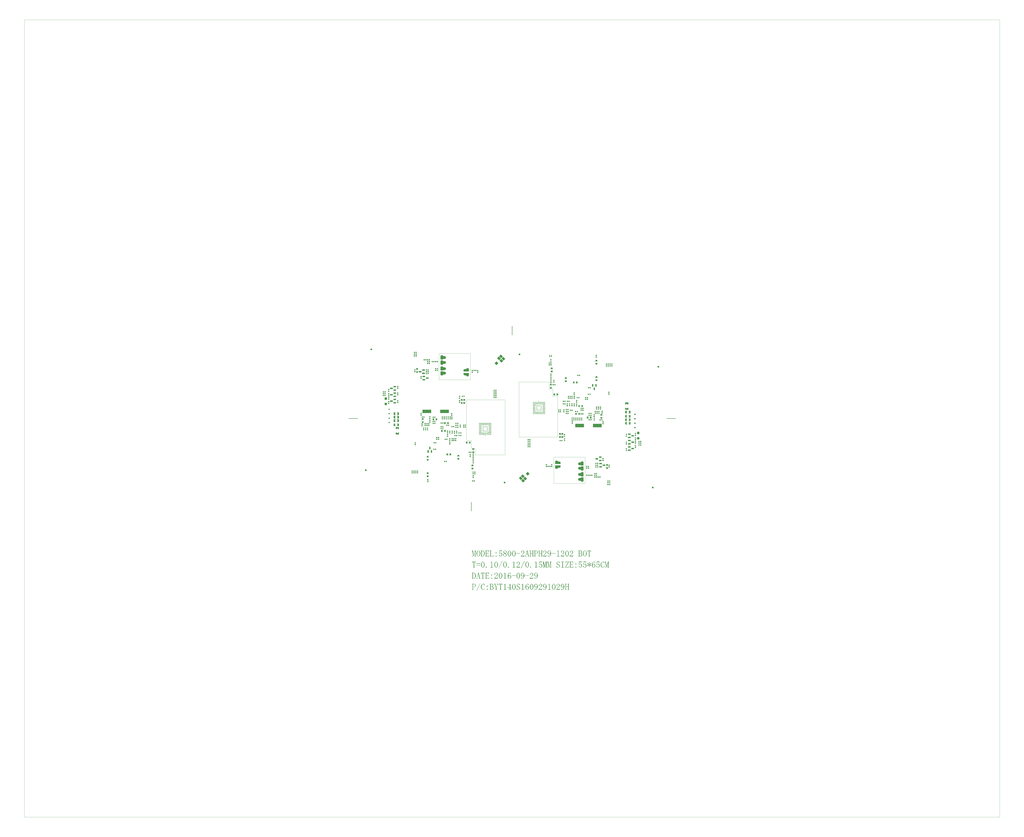
<source format=gbr>
G04 Generated by CircuitCAM Version 4.4*
%FSLAX33Y33*%
%MOMM*%
%AMROUNDED204*21,1,0.290000,0.190000,0,0,0.0*
21,1,0.190000,0.290000,0,0,0.0*
1,1,0.100000,0.095000,0.095000*
1,1,0.100000,0.095000,-0.095000*
1,1,0.100000,-0.095000,-0.095000*
1,1,0.100000,-0.095000,0.095000*%
%ADD204ROUNDED204*%
%ADD250C,0.219964*%
%ADD251C,0.000000*%
%ADD252C,0.001016*%
%LNSolderPasteTop_Modified*%
%LPD*%
G36*
G01X337856Y-74509D02*
X337853Y-74509D01*
X337561Y-74607D01*
X336799Y-77594D01*
X336768Y-77678D01*
X336713Y-77747D01*
X336649Y-77793D01*
X336586Y-77810D01*
X336527Y-77810D01*
X336527Y-77927D01*
X337249Y-77927D01*
X337249Y-77810D01*
X337190Y-77810D01*
X337142Y-77800D01*
X337099Y-77775D01*
X337063Y-77734D01*
X337035Y-77681D01*
X337015Y-77620D01*
X337005Y-77554D01*
X337005Y-77488D01*
X337015Y-77419D01*
X337203Y-76675D01*
X338059Y-76675D01*
X338264Y-77536D01*
X338275Y-77638D01*
X338270Y-77683D01*
X338254Y-77724D01*
X338231Y-77760D01*
X338204Y-77788D01*
X338168Y-77805D01*
X338127Y-77810D01*
X338049Y-77810D01*
X338049Y-77927D01*
X338889Y-77927D01*
X338889Y-77810D01*
X338831Y-77810D01*
X338767Y-77793D01*
X338699Y-77747D01*
X338638Y-77678D01*
X338597Y-77594D01*
X337856Y-74509D01*
G37*
%LPC*%
G36*
G01X337660Y-74939D02*
X337653Y-74939D01*
X337645Y-74940D01*
X337233Y-76558D01*
X338049Y-76558D01*
X337660Y-74939D01*
G37*
%LPD*%
G36*
G01X330238Y-74546D02*
X330152Y-74559D01*
X330063Y-74590D01*
X329976Y-74640D01*
X329888Y-74706D01*
X329801Y-74790D01*
X329717Y-74884D01*
X329636Y-74993D01*
X329560Y-75113D01*
X329423Y-75374D01*
X329367Y-75517D01*
X329316Y-75662D01*
X329275Y-75809D01*
X329248Y-75956D01*
X329227Y-76103D01*
X329222Y-76248D01*
X329227Y-76403D01*
X329248Y-76558D01*
X329278Y-76711D01*
X329319Y-76863D01*
X329369Y-77010D01*
X329428Y-77152D01*
X329494Y-77287D01*
X329568Y-77414D01*
X329644Y-77531D01*
X329725Y-77638D01*
X329809Y-77734D01*
X329898Y-77813D01*
X329982Y-77879D01*
X330070Y-77925D01*
X330154Y-77955D01*
X330238Y-77965D01*
X330319Y-77955D01*
X330403Y-77925D01*
X330487Y-77876D01*
X330573Y-77810D01*
X330657Y-77729D01*
X330741Y-77635D01*
X330820Y-77526D01*
X330896Y-77407D01*
X330965Y-77280D01*
X331031Y-77142D01*
X331089Y-77003D01*
X331137Y-76855D01*
X331178Y-76703D01*
X331208Y-76551D01*
X331226Y-76398D01*
X331234Y-76248D01*
X331226Y-76096D01*
X331208Y-75943D01*
X331178Y-75794D01*
X331137Y-75644D01*
X331089Y-75499D01*
X331031Y-75359D01*
X330965Y-75225D01*
X330896Y-75098D01*
X330820Y-74981D01*
X330741Y-74874D01*
X330657Y-74783D01*
X330573Y-74701D01*
X330487Y-74635D01*
X330403Y-74590D01*
X330319Y-74559D01*
X330238Y-74546D01*
G37*
%LPC*%
G36*
G01X330297Y-74714D02*
X330238Y-74704D01*
X330185Y-74714D01*
X330131Y-74742D01*
X330076Y-74788D01*
X330020Y-74846D01*
X329913Y-75006D01*
X329811Y-75212D01*
X329725Y-75451D01*
X329654Y-75710D01*
X329608Y-75979D01*
X329593Y-76248D01*
X329608Y-76528D01*
X329654Y-76805D01*
X329725Y-77069D01*
X329811Y-77307D01*
X329913Y-77511D01*
X330020Y-77671D01*
X330076Y-77729D01*
X330131Y-77772D01*
X330185Y-77800D01*
X330238Y-77810D01*
X330291Y-77800D01*
X330347Y-77772D01*
X330403Y-77729D01*
X330457Y-77671D01*
X330563Y-77511D01*
X330660Y-77307D01*
X330741Y-77069D01*
X330805Y-76805D01*
X330848Y-76528D01*
X330863Y-76248D01*
X330848Y-75979D01*
X330807Y-75710D01*
X330746Y-75451D01*
X330667Y-75212D01*
X330571Y-75006D01*
X330467Y-74846D01*
X330411Y-74788D01*
X330352Y-74742D01*
X330297Y-74714D01*
G37*
%LPD*%
G36*
G01X327736Y-74546D02*
X327652Y-74559D01*
X327563Y-74590D01*
X327475Y-74640D01*
X327388Y-74706D01*
X327302Y-74790D01*
X327218Y-74884D01*
X327137Y-74993D01*
X327061Y-75113D01*
X326923Y-75374D01*
X326865Y-75517D01*
X326817Y-75662D01*
X326776Y-75809D01*
X326746Y-75956D01*
X326728Y-76103D01*
X326723Y-76248D01*
X326728Y-76403D01*
X326748Y-76558D01*
X326779Y-76711D01*
X326819Y-76863D01*
X326870Y-77010D01*
X326928Y-77152D01*
X326995Y-77287D01*
X327068Y-77414D01*
X327144Y-77531D01*
X327226Y-77638D01*
X327309Y-77734D01*
X327396Y-77813D01*
X327482Y-77879D01*
X327569Y-77925D01*
X327655Y-77955D01*
X327736Y-77965D01*
X327817Y-77955D01*
X327904Y-77925D01*
X327988Y-77876D01*
X328074Y-77810D01*
X328158Y-77729D01*
X328239Y-77635D01*
X328320Y-77526D01*
X328397Y-77407D01*
X328465Y-77280D01*
X328531Y-77142D01*
X328587Y-77003D01*
X328638Y-76855D01*
X328679Y-76703D01*
X328709Y-76551D01*
X328727Y-76398D01*
X328734Y-76248D01*
X328727Y-76096D01*
X328709Y-75943D01*
X328679Y-75794D01*
X328638Y-75644D01*
X328587Y-75499D01*
X328531Y-75359D01*
X328465Y-75225D01*
X328397Y-75098D01*
X328320Y-74981D01*
X328239Y-74874D01*
X328158Y-74783D01*
X328074Y-74701D01*
X327988Y-74635D01*
X327904Y-74590D01*
X327817Y-74559D01*
X327736Y-74546D01*
G37*
%LPC*%
G36*
G01X327795Y-74714D02*
X327736Y-74704D01*
X327685Y-74714D01*
X327630Y-74742D01*
X327576Y-74788D01*
X327520Y-74846D01*
X327414Y-75006D01*
X327312Y-75212D01*
X327223Y-75451D01*
X327155Y-75710D01*
X327109Y-75979D01*
X327094Y-76248D01*
X327109Y-76528D01*
X327155Y-76805D01*
X327223Y-77069D01*
X327312Y-77307D01*
X327414Y-77511D01*
X327520Y-77671D01*
X327576Y-77729D01*
X327630Y-77772D01*
X327685Y-77800D01*
X327736Y-77810D01*
X327792Y-77800D01*
X327848Y-77772D01*
X327904Y-77729D01*
X327957Y-77671D01*
X328061Y-77511D01*
X328158Y-77307D01*
X328242Y-77069D01*
X328305Y-76805D01*
X328346Y-76528D01*
X328361Y-76248D01*
X328348Y-75979D01*
X328308Y-75710D01*
X328247Y-75451D01*
X328165Y-75212D01*
X328071Y-75006D01*
X327967Y-74846D01*
X327911Y-74788D01*
X327853Y-74742D01*
X327795Y-74714D01*
G37*
%LPD*%
G36*
G01X325237Y-74546D02*
X325153Y-74554D01*
X325067Y-74569D01*
X324896Y-74628D01*
X324736Y-74714D01*
X324589Y-74823D01*
X324465Y-74950D01*
X324366Y-75082D01*
X324302Y-75220D01*
X324284Y-75286D01*
X324279Y-75349D01*
X324292Y-75451D01*
X324330Y-75562D01*
X324386Y-75679D01*
X324460Y-75794D01*
X324546Y-75903D01*
X324642Y-76002D01*
X324742Y-76088D01*
X324846Y-76149D01*
X324729Y-76228D01*
X324615Y-76330D01*
X324505Y-76449D01*
X324406Y-76578D01*
X324322Y-76718D01*
X324259Y-76858D01*
X324216Y-76998D01*
X324203Y-77127D01*
X324208Y-77191D01*
X324228Y-77259D01*
X324300Y-77396D01*
X324409Y-77539D01*
X324546Y-77671D01*
X324701Y-77788D01*
X324869Y-77881D01*
X325036Y-77942D01*
X325120Y-77960D01*
X325199Y-77965D01*
X325283Y-77960D01*
X325369Y-77942D01*
X325455Y-77917D01*
X325542Y-77881D01*
X325709Y-77788D01*
X325864Y-77666D01*
X325996Y-77528D01*
X326100Y-77381D01*
X326169Y-77231D01*
X326187Y-77160D01*
X326194Y-77086D01*
X326179Y-76977D01*
X326139Y-76853D01*
X326078Y-76723D01*
X325996Y-76589D01*
X325900Y-76462D01*
X325791Y-76340D01*
X325671Y-76236D01*
X325549Y-76149D01*
X325664Y-76081D01*
X325775Y-75992D01*
X325879Y-75890D01*
X325968Y-75778D01*
X326045Y-75664D01*
X326106Y-75552D01*
X326141Y-75446D01*
X326156Y-75349D01*
X326149Y-75286D01*
X326133Y-75220D01*
X326070Y-75082D01*
X325973Y-74950D01*
X325849Y-74823D01*
X325707Y-74714D01*
X325554Y-74628D01*
X325394Y-74569D01*
X325313Y-74554D01*
X325237Y-74546D01*
G37*
%LPC*%
G36*
G01X325298Y-74689D02*
X325237Y-74684D01*
X325168Y-74689D01*
X325100Y-74701D01*
X324973Y-74750D01*
X324856Y-74821D01*
X324757Y-74907D01*
X324670Y-75004D01*
X324609Y-75105D01*
X324566Y-75204D01*
X324554Y-75291D01*
X324574Y-75380D01*
X324630Y-75481D01*
X324716Y-75590D01*
X324830Y-75702D01*
X324960Y-75814D01*
X325105Y-75913D01*
X325257Y-76002D01*
X325412Y-76070D01*
X325498Y-76017D01*
X325585Y-75946D01*
X325664Y-75860D01*
X325735Y-75763D01*
X325793Y-75664D01*
X325841Y-75560D01*
X325872Y-75461D01*
X325882Y-75367D01*
X325867Y-75260D01*
X325826Y-75146D01*
X325765Y-75032D01*
X325684Y-74925D01*
X325587Y-74828D01*
X325478Y-74752D01*
X325359Y-74701D01*
X325298Y-74689D01*
G37*
G36*
G01X325138Y-76314D02*
X324965Y-76228D01*
X324874Y-76299D01*
X324787Y-76396D01*
X324706Y-76510D01*
X324632Y-76634D01*
X324566Y-76764D01*
X324518Y-76893D01*
X324488Y-77015D01*
X324475Y-77127D01*
X324493Y-77246D01*
X324543Y-77368D01*
X324622Y-77488D01*
X324719Y-77594D01*
X324830Y-77691D01*
X324952Y-77765D01*
X325077Y-77813D01*
X325199Y-77828D01*
X325333Y-77813D01*
X325463Y-77765D01*
X325582Y-77691D01*
X325689Y-77597D01*
X325775Y-77493D01*
X325844Y-77376D01*
X325885Y-77259D01*
X325902Y-77145D01*
X325895Y-77097D01*
X325879Y-77043D01*
X325821Y-76924D01*
X325727Y-76797D01*
X325608Y-76665D01*
X325465Y-76538D01*
X325308Y-76418D01*
X325138Y-76314D01*
G37*
%LPD*%
G36*
G01X310256Y-74546D02*
X310164Y-74559D01*
X310068Y-74590D01*
X309974Y-74640D01*
X309880Y-74706D01*
X309786Y-74790D01*
X309695Y-74884D01*
X309608Y-74993D01*
X309527Y-75113D01*
X309448Y-75240D01*
X309380Y-75374D01*
X309316Y-75517D01*
X309265Y-75662D01*
X309222Y-75809D01*
X309189Y-75956D01*
X309169Y-76103D01*
X309164Y-76248D01*
X309171Y-76396D01*
X309192Y-76545D01*
X309225Y-76698D01*
X309270Y-76845D01*
X309326Y-76992D01*
X309390Y-77135D01*
X309461Y-77272D01*
X309542Y-77399D01*
X309623Y-77521D01*
X309712Y-77627D01*
X309804Y-77724D01*
X309895Y-77808D01*
X309989Y-77874D01*
X310081Y-77925D01*
X310170Y-77955D01*
X310256Y-77965D01*
X310345Y-77955D01*
X310439Y-77925D01*
X310530Y-77876D01*
X310624Y-77810D01*
X310718Y-77729D01*
X310807Y-77635D01*
X310896Y-77526D01*
X310980Y-77407D01*
X311056Y-77280D01*
X311127Y-77142D01*
X311191Y-77003D01*
X311247Y-76855D01*
X311290Y-76703D01*
X311323Y-76551D01*
X311343Y-76398D01*
X311351Y-76248D01*
X311343Y-76114D01*
X311325Y-75971D01*
X311292Y-75829D01*
X311252Y-75684D01*
X311198Y-75542D01*
X311137Y-75402D01*
X311069Y-75265D01*
X310995Y-75133D01*
X310911Y-75014D01*
X310825Y-74902D01*
X310736Y-74800D01*
X310642Y-74714D01*
X310545Y-74646D01*
X310449Y-74592D01*
X310352Y-74559D01*
X310256Y-74546D01*
G37*
%LPC*%
G36*
G01X310327Y-74694D02*
X310256Y-74684D01*
X310192Y-74694D01*
X310129Y-74719D01*
X310065Y-74762D01*
X310004Y-74818D01*
X309941Y-74889D01*
X309883Y-74973D01*
X309771Y-75174D01*
X309674Y-75410D01*
X309601Y-75674D01*
X309552Y-75956D01*
X309535Y-76248D01*
X309552Y-76558D01*
X309603Y-76853D01*
X309679Y-77125D01*
X309778Y-77363D01*
X309890Y-77564D01*
X309949Y-77648D01*
X310012Y-77716D01*
X310073Y-77775D01*
X310134Y-77815D01*
X310198Y-77841D01*
X310256Y-77848D01*
X310319Y-77841D01*
X310383Y-77815D01*
X310446Y-77777D01*
X310510Y-77721D01*
X310571Y-77655D01*
X310632Y-77574D01*
X310741Y-77379D01*
X310838Y-77142D01*
X310914Y-76868D01*
X310962Y-76568D01*
X310975Y-76411D01*
X310980Y-76248D01*
X310965Y-75979D01*
X310921Y-75707D01*
X310853Y-75446D01*
X310764Y-75202D01*
X310657Y-74993D01*
X310596Y-74905D01*
X310533Y-74828D01*
X310467Y-74767D01*
X310398Y-74722D01*
X310327Y-74694D01*
G37*
%LPD*%
G36*
G01X312483Y-74587D02*
X311605Y-74587D01*
X311605Y-74704D01*
X311722Y-74704D01*
X311790Y-74717D01*
X311846Y-74752D01*
X311884Y-74803D01*
X311897Y-74859D01*
X311897Y-77653D01*
X311884Y-77711D01*
X311848Y-77762D01*
X311795Y-77798D01*
X311732Y-77810D01*
X311605Y-77810D01*
X311605Y-77927D01*
X312435Y-77927D01*
X312562Y-77917D01*
X312689Y-77889D01*
X312814Y-77843D01*
X312936Y-77782D01*
X313055Y-77706D01*
X313169Y-77615D01*
X313276Y-77511D01*
X313378Y-77396D01*
X313472Y-77269D01*
X313555Y-77135D01*
X313629Y-76990D01*
X313693Y-76840D01*
X313741Y-76685D01*
X313779Y-76523D01*
X313802Y-76357D01*
X313812Y-76190D01*
X313802Y-76035D01*
X313779Y-75885D01*
X313738Y-75738D01*
X313687Y-75593D01*
X313624Y-75456D01*
X313550Y-75321D01*
X313466Y-75197D01*
X313375Y-75080D01*
X313273Y-74973D01*
X313169Y-74877D01*
X313058Y-74793D01*
X312946Y-74722D01*
X312829Y-74666D01*
X312712Y-74623D01*
X312598Y-74597D01*
X312483Y-74587D01*
G37*
%LPC*%
G36*
G01X312567Y-74712D02*
X312483Y-74704D01*
X312382Y-74717D01*
X312296Y-74752D01*
X312232Y-74803D01*
X312214Y-74831D01*
X312209Y-74859D01*
X312209Y-77653D01*
X312214Y-77683D01*
X312230Y-77711D01*
X312280Y-77762D01*
X312349Y-77798D01*
X312425Y-77810D01*
X312506Y-77803D01*
X312590Y-77780D01*
X312677Y-77744D01*
X312765Y-77694D01*
X312849Y-77633D01*
X312933Y-77556D01*
X313014Y-77470D01*
X313093Y-77371D01*
X313164Y-77262D01*
X313230Y-77142D01*
X313291Y-77010D01*
X313342Y-76871D01*
X313383Y-76723D01*
X313413Y-76566D01*
X313433Y-76401D01*
X313441Y-76228D01*
X313433Y-76073D01*
X313418Y-75921D01*
X313390Y-75776D01*
X313352Y-75636D01*
X313309Y-75504D01*
X313256Y-75377D01*
X313195Y-75260D01*
X313129Y-75151D01*
X313058Y-75052D01*
X312981Y-74966D01*
X312903Y-74889D01*
X312821Y-74823D01*
X312737Y-74773D01*
X312651Y-74734D01*
X312567Y-74712D01*
G37*
%LPD*%
G36*
G01X370256Y-74546D02*
X370164Y-74559D01*
X370068Y-74590D01*
X369974Y-74640D01*
X369880Y-74706D01*
X369786Y-74790D01*
X369694Y-74884D01*
X369608Y-74993D01*
X369527Y-75113D01*
X369448Y-75240D01*
X369379Y-75374D01*
X369319Y-75517D01*
X369265Y-75662D01*
X369222Y-75809D01*
X369189Y-75956D01*
X369169Y-76103D01*
X369164Y-76248D01*
X369171Y-76396D01*
X369192Y-76545D01*
X369225Y-76698D01*
X369270Y-76845D01*
X369326Y-76992D01*
X369390Y-77135D01*
X369461Y-77272D01*
X369542Y-77399D01*
X369623Y-77521D01*
X369712Y-77627D01*
X369804Y-77724D01*
X369895Y-77808D01*
X369989Y-77874D01*
X370081Y-77925D01*
X370169Y-77955D01*
X370256Y-77965D01*
X370345Y-77955D01*
X370439Y-77925D01*
X370530Y-77876D01*
X370624Y-77810D01*
X370718Y-77729D01*
X370810Y-77635D01*
X370896Y-77526D01*
X370980Y-77407D01*
X371056Y-77280D01*
X371127Y-77142D01*
X371191Y-77003D01*
X371246Y-76855D01*
X371290Y-76703D01*
X371323Y-76551D01*
X371343Y-76398D01*
X371351Y-76248D01*
X371343Y-76114D01*
X371325Y-75971D01*
X371292Y-75829D01*
X371251Y-75684D01*
X371198Y-75542D01*
X371137Y-75402D01*
X371069Y-75265D01*
X370995Y-75133D01*
X370911Y-75014D01*
X370825Y-74902D01*
X370736Y-74800D01*
X370642Y-74714D01*
X370545Y-74646D01*
X370449Y-74592D01*
X370352Y-74559D01*
X370256Y-74546D01*
G37*
%LPC*%
G36*
G01X370329Y-74694D02*
X370256Y-74684D01*
X370192Y-74694D01*
X370129Y-74719D01*
X370065Y-74762D01*
X370004Y-74818D01*
X369941Y-74889D01*
X369882Y-74973D01*
X369771Y-75174D01*
X369674Y-75410D01*
X369600Y-75674D01*
X369552Y-75956D01*
X369534Y-76248D01*
X369552Y-76558D01*
X369603Y-76853D01*
X369679Y-77125D01*
X369778Y-77363D01*
X369890Y-77564D01*
X369951Y-77648D01*
X370012Y-77716D01*
X370073Y-77775D01*
X370134Y-77815D01*
X370197Y-77841D01*
X370256Y-77848D01*
X370319Y-77841D01*
X370383Y-77815D01*
X370446Y-77777D01*
X370510Y-77721D01*
X370571Y-77655D01*
X370632Y-77574D01*
X370743Y-77379D01*
X370837Y-77142D01*
X370914Y-76868D01*
X370962Y-76568D01*
X370975Y-76411D01*
X370980Y-76248D01*
X370964Y-75979D01*
X370921Y-75707D01*
X370853Y-75446D01*
X370764Y-75202D01*
X370657Y-74993D01*
X370596Y-74905D01*
X370533Y-74828D01*
X370467Y-74767D01*
X370398Y-74722D01*
X370329Y-74694D01*
G37*
%LPD*%
G36*
G01X360238Y-74546D02*
X360152Y-74559D01*
X360063Y-74590D01*
X359976Y-74640D01*
X359888Y-74706D01*
X359801Y-74790D01*
X359717Y-74884D01*
X359636Y-74993D01*
X359560Y-75113D01*
X359423Y-75374D01*
X359367Y-75517D01*
X359316Y-75662D01*
X359275Y-75809D01*
X359247Y-75956D01*
X359227Y-76103D01*
X359222Y-76248D01*
X359227Y-76403D01*
X359247Y-76558D01*
X359278Y-76711D01*
X359319Y-76863D01*
X359369Y-77010D01*
X359428Y-77152D01*
X359494Y-77287D01*
X359567Y-77414D01*
X359644Y-77531D01*
X359725Y-77638D01*
X359809Y-77734D01*
X359898Y-77813D01*
X359984Y-77879D01*
X360070Y-77925D01*
X360154Y-77955D01*
X360238Y-77965D01*
X360319Y-77955D01*
X360403Y-77925D01*
X360487Y-77876D01*
X360573Y-77810D01*
X360657Y-77729D01*
X360741Y-77635D01*
X360820Y-77526D01*
X360896Y-77407D01*
X360967Y-77280D01*
X361031Y-77142D01*
X361089Y-77003D01*
X361137Y-76855D01*
X361178Y-76703D01*
X361208Y-76551D01*
X361226Y-76398D01*
X361234Y-76248D01*
X361226Y-76096D01*
X361208Y-75943D01*
X361178Y-75794D01*
X361137Y-75644D01*
X361089Y-75499D01*
X361031Y-75359D01*
X360967Y-75225D01*
X360896Y-75098D01*
X360820Y-74981D01*
X360741Y-74874D01*
X360657Y-74783D01*
X360573Y-74701D01*
X360487Y-74635D01*
X360403Y-74590D01*
X360319Y-74559D01*
X360238Y-74546D01*
G37*
%LPC*%
G36*
G01X360296Y-74714D02*
X360238Y-74704D01*
X360185Y-74714D01*
X360131Y-74742D01*
X360075Y-74788D01*
X360020Y-74846D01*
X359913Y-75006D01*
X359811Y-75212D01*
X359725Y-75451D01*
X359654Y-75710D01*
X359608Y-75979D01*
X359593Y-76248D01*
X359608Y-76528D01*
X359654Y-76805D01*
X359725Y-77069D01*
X359811Y-77307D01*
X359913Y-77511D01*
X360020Y-77671D01*
X360075Y-77729D01*
X360131Y-77772D01*
X360185Y-77800D01*
X360238Y-77810D01*
X360291Y-77800D01*
X360347Y-77772D01*
X360403Y-77729D01*
X360459Y-77671D01*
X360563Y-77511D01*
X360660Y-77307D01*
X360741Y-77069D01*
X360804Y-76805D01*
X360848Y-76528D01*
X360863Y-76248D01*
X360848Y-75979D01*
X360807Y-75710D01*
X360746Y-75451D01*
X360667Y-75212D01*
X360571Y-75006D01*
X360467Y-74846D01*
X360411Y-74788D01*
X360352Y-74742D01*
X360296Y-74714D01*
G37*
%LPD*%
G36*
G01X350177Y-74546D02*
X350088Y-74554D01*
X350002Y-74577D01*
X349913Y-74610D01*
X349827Y-74653D01*
X349743Y-74709D01*
X349664Y-74770D01*
X349514Y-74920D01*
X349387Y-75090D01*
X349288Y-75273D01*
X349225Y-75461D01*
X349207Y-75552D01*
X349202Y-75641D01*
X349207Y-75745D01*
X349222Y-75844D01*
X349247Y-75941D01*
X349280Y-76035D01*
X349369Y-76210D01*
X349484Y-76365D01*
X349618Y-76495D01*
X349761Y-76591D01*
X349837Y-76629D01*
X349910Y-76655D01*
X349987Y-76672D01*
X350060Y-76678D01*
X350175Y-76662D01*
X350291Y-76624D01*
X350411Y-76566D01*
X350525Y-76492D01*
X350629Y-76408D01*
X350721Y-76314D01*
X350792Y-76220D01*
X350842Y-76130D01*
X350843Y-76130D01*
X350830Y-76302D01*
X350810Y-76467D01*
X350746Y-76784D01*
X350657Y-77071D01*
X350548Y-77325D01*
X350426Y-77533D01*
X350360Y-77620D01*
X350291Y-77694D01*
X350223Y-77752D01*
X350157Y-77795D01*
X350088Y-77821D01*
X350022Y-77828D01*
X349921Y-77818D01*
X349872Y-77805D01*
X349847Y-77790D01*
X349809Y-77714D01*
X349794Y-77655D01*
X349788Y-77594D01*
X349773Y-77500D01*
X349733Y-77404D01*
X349705Y-77363D01*
X349672Y-77330D01*
X349634Y-77310D01*
X349593Y-77302D01*
X349550Y-77307D01*
X349509Y-77328D01*
X349440Y-77391D01*
X349395Y-77467D01*
X349380Y-77536D01*
X349395Y-77612D01*
X349440Y-77686D01*
X349507Y-77760D01*
X349595Y-77826D01*
X349694Y-77881D01*
X349799Y-77927D01*
X349903Y-77955D01*
X350002Y-77965D01*
X350109Y-77953D01*
X350218Y-77917D01*
X350324Y-77861D01*
X350431Y-77785D01*
X350533Y-77691D01*
X350634Y-77584D01*
X350731Y-77460D01*
X350820Y-77325D01*
X350904Y-77183D01*
X350980Y-77031D01*
X351046Y-76876D01*
X351104Y-76713D01*
X351150Y-76551D01*
X351185Y-76388D01*
X351206Y-76228D01*
X351213Y-76070D01*
X351206Y-75933D01*
X351188Y-75794D01*
X351160Y-75656D01*
X351119Y-75522D01*
X351071Y-75390D01*
X351015Y-75265D01*
X350949Y-75143D01*
X350878Y-75032D01*
X350802Y-74927D01*
X350721Y-74833D01*
X350634Y-74752D01*
X350545Y-74681D01*
X350454Y-74625D01*
X350363Y-74582D01*
X350269Y-74557D01*
X350177Y-74546D01*
G37*
%LPC*%
G36*
G01X350243Y-74691D02*
X350177Y-74684D01*
X350116Y-74691D01*
X350055Y-74709D01*
X349994Y-74737D01*
X349938Y-74773D01*
X349829Y-74874D01*
X349733Y-74999D01*
X349649Y-75146D01*
X349588Y-75303D01*
X349547Y-75463D01*
X349534Y-75621D01*
X349550Y-75783D01*
X349590Y-75941D01*
X349651Y-76091D01*
X349733Y-76223D01*
X349822Y-76337D01*
X349921Y-76424D01*
X350022Y-76479D01*
X350070Y-76495D01*
X350119Y-76500D01*
X350175Y-76495D01*
X350236Y-76477D01*
X350355Y-76413D01*
X350477Y-76317D01*
X350591Y-76197D01*
X350690Y-76070D01*
X350771Y-75941D01*
X350822Y-75822D01*
X350843Y-75720D01*
X350827Y-75542D01*
X350787Y-75362D01*
X350726Y-75187D01*
X350642Y-75027D01*
X350543Y-74889D01*
X350431Y-74780D01*
X350370Y-74740D01*
X350307Y-74709D01*
X350243Y-74691D01*
G37*
%LPD*%
G36*
G01X342768Y-74587D02*
X341605Y-74587D01*
X341605Y-74704D01*
X341729Y-74704D01*
X341803Y-74717D01*
X341861Y-74752D01*
X341902Y-74803D01*
X341917Y-74859D01*
X341917Y-77653D01*
X341902Y-77711D01*
X341864Y-77762D01*
X341808Y-77798D01*
X341742Y-77810D01*
X341605Y-77810D01*
X341605Y-77927D01*
X342542Y-77927D01*
X342542Y-77810D01*
X342405Y-77810D01*
X342344Y-77798D01*
X342288Y-77762D01*
X342245Y-77711D01*
X342229Y-77653D01*
X342229Y-76365D01*
X342834Y-76365D01*
X342908Y-76360D01*
X342986Y-76345D01*
X343149Y-76284D01*
X343309Y-76192D01*
X343459Y-76073D01*
X343591Y-75936D01*
X343698Y-75781D01*
X343736Y-75700D01*
X343766Y-75616D01*
X343784Y-75532D01*
X343792Y-75446D01*
X343786Y-75377D01*
X343766Y-75303D01*
X343738Y-75230D01*
X343700Y-75156D01*
X343596Y-75011D01*
X343464Y-74877D01*
X343306Y-74762D01*
X343134Y-74668D01*
X343042Y-74635D01*
X342951Y-74610D01*
X342859Y-74592D01*
X342768Y-74587D01*
G37*
%LPC*%
G36*
G01X342679Y-74704D02*
X342405Y-74704D01*
X342344Y-74717D01*
X342288Y-74752D01*
X342245Y-74803D01*
X342229Y-74859D01*
X342229Y-76248D01*
X342717Y-76248D01*
X342834Y-76233D01*
X342956Y-76187D01*
X343080Y-76114D01*
X343197Y-76017D01*
X343301Y-75903D01*
X343385Y-75771D01*
X343438Y-75623D01*
X343454Y-75547D01*
X343459Y-75466D01*
X343444Y-75321D01*
X343395Y-75181D01*
X343319Y-75054D01*
X343223Y-74938D01*
X343106Y-74844D01*
X342974Y-74767D01*
X342829Y-74722D01*
X342679Y-74704D01*
G37*
%LPD*%
G36*
G01X367718Y-74587D02*
X366565Y-74587D01*
X366565Y-74704D01*
X366697Y-74704D01*
X366776Y-74717D01*
X366839Y-74752D01*
X366880Y-74803D01*
X366898Y-74859D01*
X366898Y-77653D01*
X366883Y-77711D01*
X366845Y-77762D01*
X366789Y-77798D01*
X366720Y-77810D01*
X366565Y-77810D01*
X366565Y-77927D01*
X367795Y-77927D01*
X367883Y-77922D01*
X367972Y-77907D01*
X368150Y-77848D01*
X368323Y-77760D01*
X368478Y-77645D01*
X368612Y-77511D01*
X368717Y-77366D01*
X368757Y-77292D01*
X368785Y-77219D01*
X368805Y-77142D01*
X368811Y-77069D01*
X368795Y-76944D01*
X368755Y-76807D01*
X368689Y-76665D01*
X368597Y-76523D01*
X368488Y-76390D01*
X368358Y-76274D01*
X368211Y-76180D01*
X368049Y-76111D01*
X368181Y-76050D01*
X368300Y-75971D01*
X368404Y-75883D01*
X368490Y-75781D01*
X368559Y-75674D01*
X368612Y-75565D01*
X368643Y-75456D01*
X368656Y-75349D01*
X368648Y-75275D01*
X368633Y-75204D01*
X368607Y-75136D01*
X368574Y-75065D01*
X368483Y-74938D01*
X368366Y-74821D01*
X368224Y-74727D01*
X368066Y-74651D01*
X367896Y-74602D01*
X367718Y-74587D01*
G37*
%LPC*%
G36*
G01X367619Y-74704D02*
X367386Y-74704D01*
X367325Y-74717D01*
X367269Y-74752D01*
X367226Y-74803D01*
X367210Y-74859D01*
X367210Y-76070D01*
X367718Y-76070D01*
X367805Y-76055D01*
X367901Y-76012D01*
X368003Y-75941D01*
X368099Y-75849D01*
X368186Y-75740D01*
X368257Y-75618D01*
X368305Y-75486D01*
X368318Y-75418D01*
X368323Y-75349D01*
X368318Y-75283D01*
X368305Y-75220D01*
X368257Y-75100D01*
X368181Y-74991D01*
X368087Y-74894D01*
X367977Y-74816D01*
X367861Y-74755D01*
X367739Y-74717D01*
X367619Y-74704D01*
G37*
G36*
G01X367660Y-76187D02*
X367210Y-76187D01*
X367210Y-77653D01*
X367226Y-77711D01*
X367269Y-77762D01*
X367325Y-77798D01*
X367386Y-77810D01*
X367736Y-77810D01*
X367800Y-77805D01*
X367861Y-77793D01*
X367985Y-77739D01*
X368104Y-77661D01*
X368214Y-77559D01*
X368305Y-77440D01*
X368376Y-77307D01*
X368424Y-77170D01*
X368440Y-77028D01*
X368435Y-76949D01*
X368422Y-76871D01*
X368374Y-76716D01*
X368295Y-76573D01*
X368196Y-76446D01*
X368076Y-76342D01*
X367944Y-76258D01*
X367805Y-76208D01*
X367731Y-76192D01*
X367660Y-76187D01*
G37*
%LPD*%
G36*
G01X375453Y-80818D02*
X375343Y-80828D01*
X375237Y-80861D01*
X375128Y-80912D01*
X375021Y-80983D01*
X374914Y-81069D01*
X374813Y-81168D01*
X374716Y-81283D01*
X374625Y-81410D01*
X374538Y-81547D01*
X374460Y-81691D01*
X374391Y-81846D01*
X374335Y-82004D01*
X374287Y-82169D01*
X374251Y-82337D01*
X374228Y-82504D01*
X374221Y-82672D01*
X374228Y-82817D01*
X374246Y-82959D01*
X374274Y-83101D01*
X374315Y-83238D01*
X374363Y-83375D01*
X374421Y-83503D01*
X374487Y-83627D01*
X374561Y-83741D01*
X374640Y-83848D01*
X374724Y-83942D01*
X374813Y-84028D01*
X374904Y-84099D01*
X375001Y-84158D01*
X375097Y-84201D01*
X375196Y-84226D01*
X375295Y-84237D01*
X375366Y-84229D01*
X375442Y-84211D01*
X375519Y-84181D01*
X375597Y-84137D01*
X375755Y-84026D01*
X375902Y-83878D01*
X376034Y-83706D01*
X376090Y-83612D01*
X376138Y-83510D01*
X376177Y-83409D01*
X376207Y-83302D01*
X376227Y-83193D01*
X376232Y-83083D01*
X376215Y-82928D01*
X376161Y-82761D01*
X376077Y-82591D01*
X375968Y-82431D01*
X375836Y-82286D01*
X375765Y-82225D01*
X375689Y-82172D01*
X375608Y-82128D01*
X375526Y-82095D01*
X375440Y-82075D01*
X375354Y-82067D01*
X375257Y-82080D01*
X375153Y-82111D01*
X375041Y-82161D01*
X374929Y-82227D01*
X374823Y-82304D01*
X374729Y-82390D01*
X374650Y-82481D01*
X374593Y-82574D01*
X374592Y-82574D01*
X374597Y-82390D01*
X374614Y-82215D01*
X374637Y-82050D01*
X374670Y-81895D01*
X374711Y-81750D01*
X374757Y-81618D01*
X374810Y-81496D01*
X374868Y-81384D01*
X374929Y-81288D01*
X374993Y-81201D01*
X375059Y-81128D01*
X375128Y-81064D01*
X375194Y-81018D01*
X375262Y-80983D01*
X375328Y-80963D01*
X375394Y-80955D01*
X375450Y-80960D01*
X375501Y-80970D01*
X375587Y-81013D01*
X375646Y-81069D01*
X375661Y-81100D01*
X375666Y-81130D01*
X375648Y-81288D01*
X375663Y-81359D01*
X375707Y-81422D01*
X375770Y-81465D01*
X375841Y-81481D01*
X375884Y-81478D01*
X375925Y-81463D01*
X375994Y-81410D01*
X376039Y-81333D01*
X376057Y-81247D01*
X376042Y-81196D01*
X376001Y-81133D01*
X375938Y-81062D01*
X375856Y-80988D01*
X375763Y-80924D01*
X375661Y-80869D01*
X375557Y-80830D01*
X375453Y-80818D01*
G37*
%LPC*%
G36*
G01X375379Y-82268D02*
X375336Y-82263D01*
X375247Y-82276D01*
X375150Y-82309D01*
X375046Y-82362D01*
X374942Y-82433D01*
X374838Y-82525D01*
X374744Y-82626D01*
X374660Y-82743D01*
X374592Y-82868D01*
X374609Y-83091D01*
X374660Y-83309D01*
X374736Y-83518D01*
X374835Y-83703D01*
X374945Y-83866D01*
X375061Y-83990D01*
X375122Y-84036D01*
X375181Y-84071D01*
X375239Y-84092D01*
X375295Y-84099D01*
X375351Y-84094D01*
X375404Y-84079D01*
X375514Y-84023D01*
X375615Y-83934D01*
X375707Y-83812D01*
X375785Y-83663D01*
X375846Y-83490D01*
X375887Y-83297D01*
X375902Y-83083D01*
X375887Y-82936D01*
X375846Y-82791D01*
X375783Y-82654D01*
X375704Y-82527D01*
X375615Y-82420D01*
X375521Y-82337D01*
X375425Y-82283D01*
X375379Y-82268D01*
G37*
%LPD*%
G36*
G01X337736Y-80818D02*
X337652Y-80828D01*
X337563Y-80861D01*
X337475Y-80909D01*
X337388Y-80978D01*
X337302Y-81059D01*
X337218Y-81156D01*
X337137Y-81265D01*
X337061Y-81382D01*
X336923Y-81646D01*
X336865Y-81785D01*
X336817Y-81930D01*
X336776Y-82078D01*
X336746Y-82225D01*
X336728Y-82372D01*
X336723Y-82517D01*
X336728Y-82672D01*
X336748Y-82827D01*
X336779Y-82982D01*
X336819Y-83132D01*
X336870Y-83279D01*
X336928Y-83421D01*
X336994Y-83558D01*
X337068Y-83683D01*
X337144Y-83802D01*
X337226Y-83909D01*
X337309Y-84003D01*
X337396Y-84082D01*
X337482Y-84148D01*
X337569Y-84196D01*
X337655Y-84226D01*
X337736Y-84237D01*
X337817Y-84226D01*
X337904Y-84196D01*
X337988Y-84148D01*
X338074Y-84079D01*
X338158Y-84000D01*
X338239Y-83904D01*
X338320Y-83797D01*
X338397Y-83678D01*
X338465Y-83551D01*
X338531Y-83414D01*
X338587Y-83271D01*
X338638Y-83124D01*
X338679Y-82974D01*
X338709Y-82822D01*
X338727Y-82669D01*
X338734Y-82517D01*
X338727Y-82367D01*
X338709Y-82215D01*
X338679Y-82065D01*
X338638Y-81915D01*
X338587Y-81770D01*
X338531Y-81628D01*
X338465Y-81493D01*
X338397Y-81366D01*
X338320Y-81252D01*
X338239Y-81145D01*
X338158Y-81051D01*
X338074Y-80970D01*
X337988Y-80907D01*
X337904Y-80858D01*
X337817Y-80828D01*
X337736Y-80818D01*
G37*
%LPC*%
G36*
G01X337795Y-80985D02*
X337736Y-80975D01*
X337685Y-80985D01*
X337629Y-81013D01*
X337576Y-81056D01*
X337520Y-81117D01*
X337414Y-81277D01*
X337312Y-81483D01*
X337223Y-81719D01*
X337155Y-81981D01*
X337109Y-82250D01*
X337094Y-82517D01*
X337109Y-82796D01*
X337155Y-83076D01*
X337223Y-83337D01*
X337312Y-83576D01*
X337414Y-83782D01*
X337520Y-83939D01*
X337576Y-84000D01*
X337629Y-84044D01*
X337685Y-84069D01*
X337736Y-84079D01*
X337792Y-84069D01*
X337848Y-84044D01*
X337904Y-84000D01*
X337957Y-83939D01*
X338061Y-83782D01*
X338158Y-83576D01*
X338242Y-83337D01*
X338305Y-83076D01*
X338346Y-82796D01*
X338364Y-82517D01*
X338348Y-82250D01*
X338308Y-81981D01*
X338247Y-81719D01*
X338165Y-81483D01*
X338071Y-81277D01*
X337967Y-81117D01*
X337911Y-81056D01*
X337853Y-81013D01*
X337795Y-80985D01*
G37*
%LPD*%
G36*
G01X325237Y-80818D02*
X325150Y-80828D01*
X325064Y-80861D01*
X324975Y-80909D01*
X324889Y-80978D01*
X324802Y-81059D01*
X324719Y-81156D01*
X324637Y-81265D01*
X324561Y-81382D01*
X324424Y-81646D01*
X324366Y-81785D01*
X324317Y-81930D01*
X324277Y-82078D01*
X324246Y-82225D01*
X324228Y-82372D01*
X324221Y-82517D01*
X324228Y-82672D01*
X324246Y-82827D01*
X324277Y-82982D01*
X324320Y-83132D01*
X324371Y-83279D01*
X324429Y-83421D01*
X324495Y-83558D01*
X324569Y-83683D01*
X324645Y-83802D01*
X324726Y-83909D01*
X324810Y-84003D01*
X324896Y-84082D01*
X324983Y-84148D01*
X325069Y-84196D01*
X325156Y-84226D01*
X325237Y-84237D01*
X325318Y-84226D01*
X325402Y-84196D01*
X325488Y-84148D01*
X325575Y-84079D01*
X325658Y-84000D01*
X325740Y-83904D01*
X325821Y-83797D01*
X325895Y-83678D01*
X325966Y-83551D01*
X326029Y-83414D01*
X326088Y-83271D01*
X326139Y-83124D01*
X326177Y-82974D01*
X326207Y-82822D01*
X326227Y-82669D01*
X326233Y-82517D01*
X326227Y-82367D01*
X326207Y-82215D01*
X326177Y-82065D01*
X326139Y-81915D01*
X326088Y-81770D01*
X326029Y-81628D01*
X325966Y-81493D01*
X325895Y-81366D01*
X325821Y-81252D01*
X325740Y-81145D01*
X325658Y-81051D01*
X325575Y-80970D01*
X325488Y-80907D01*
X325402Y-80858D01*
X325318Y-80828D01*
X325237Y-80818D01*
G37*
%LPC*%
G36*
G01X325295Y-80985D02*
X325237Y-80975D01*
X325184Y-80985D01*
X325130Y-81013D01*
X325074Y-81056D01*
X325021Y-81117D01*
X324912Y-81277D01*
X324813Y-81483D01*
X324724Y-81719D01*
X324655Y-81981D01*
X324609Y-82250D01*
X324592Y-82517D01*
X324609Y-82796D01*
X324655Y-83076D01*
X324724Y-83337D01*
X324813Y-83576D01*
X324912Y-83782D01*
X325021Y-83939D01*
X325074Y-84000D01*
X325130Y-84044D01*
X325184Y-84069D01*
X325237Y-84079D01*
X325293Y-84069D01*
X325349Y-84044D01*
X325402Y-84000D01*
X325458Y-83939D01*
X325562Y-83782D01*
X325658Y-83576D01*
X325740Y-83337D01*
X325806Y-83076D01*
X325846Y-82796D01*
X325862Y-82517D01*
X325849Y-82250D01*
X325808Y-81981D01*
X325745Y-81719D01*
X325666Y-81483D01*
X325572Y-81277D01*
X325465Y-81117D01*
X325410Y-81056D01*
X325354Y-81013D01*
X325295Y-80985D01*
G37*
%LPD*%
G36*
G01X320238Y-80818D02*
X320152Y-80828D01*
X320063Y-80861D01*
X319977Y-80909D01*
X319888Y-80978D01*
X319801Y-81059D01*
X319717Y-81156D01*
X319636Y-81265D01*
X319560Y-81382D01*
X319423Y-81646D01*
X319367Y-81785D01*
X319316Y-81930D01*
X319275Y-82078D01*
X319248Y-82225D01*
X319227Y-82372D01*
X319222Y-82517D01*
X319227Y-82672D01*
X319248Y-82827D01*
X319278Y-82982D01*
X319319Y-83132D01*
X319369Y-83279D01*
X319428Y-83421D01*
X319494Y-83558D01*
X319568Y-83683D01*
X319644Y-83802D01*
X319725Y-83909D01*
X319809Y-84003D01*
X319898Y-84082D01*
X319982Y-84148D01*
X320070Y-84196D01*
X320154Y-84226D01*
X320238Y-84237D01*
X320319Y-84226D01*
X320403Y-84196D01*
X320487Y-84148D01*
X320573Y-84079D01*
X320657Y-84000D01*
X320741Y-83904D01*
X320820Y-83797D01*
X320896Y-83678D01*
X320965Y-83551D01*
X321031Y-83414D01*
X321089Y-83271D01*
X321137Y-83124D01*
X321178Y-82974D01*
X321208Y-82822D01*
X321226Y-82669D01*
X321234Y-82517D01*
X321226Y-82367D01*
X321208Y-82215D01*
X321178Y-82065D01*
X321137Y-81915D01*
X321089Y-81770D01*
X321031Y-81628D01*
X320965Y-81493D01*
X320896Y-81366D01*
X320820Y-81252D01*
X320741Y-81145D01*
X320657Y-81051D01*
X320573Y-80970D01*
X320487Y-80907D01*
X320403Y-80858D01*
X320319Y-80828D01*
X320238Y-80818D01*
G37*
%LPC*%
G36*
G01X320297Y-80985D02*
X320238Y-80975D01*
X320185Y-80985D01*
X320131Y-81013D01*
X320076Y-81056D01*
X320020Y-81117D01*
X319913Y-81277D01*
X319811Y-81483D01*
X319725Y-81719D01*
X319654Y-81981D01*
X319608Y-82250D01*
X319593Y-82517D01*
X319608Y-82796D01*
X319654Y-83076D01*
X319725Y-83337D01*
X319811Y-83576D01*
X319913Y-83782D01*
X320020Y-83939D01*
X320076Y-84000D01*
X320131Y-84044D01*
X320185Y-84069D01*
X320238Y-84079D01*
X320291Y-84069D01*
X320347Y-84044D01*
X320403Y-84000D01*
X320457Y-83939D01*
X320563Y-83782D01*
X320660Y-83576D01*
X320741Y-83337D01*
X320805Y-83076D01*
X320848Y-82796D01*
X320863Y-82517D01*
X320848Y-82250D01*
X320807Y-81981D01*
X320746Y-81719D01*
X320667Y-81483D01*
X320571Y-81277D01*
X320467Y-81117D01*
X320411Y-81056D01*
X320352Y-81013D01*
X320297Y-80985D01*
G37*
%LPD*%
G36*
G01X312737Y-80818D02*
X312651Y-80828D01*
X312565Y-80861D01*
X312476Y-80909D01*
X312390Y-80978D01*
X312301Y-81059D01*
X312217Y-81156D01*
X312138Y-81265D01*
X312062Y-81382D01*
X311925Y-81646D01*
X311866Y-81785D01*
X311818Y-81930D01*
X311777Y-82078D01*
X311747Y-82225D01*
X311727Y-82372D01*
X311722Y-82517D01*
X311727Y-82672D01*
X311747Y-82827D01*
X311777Y-82982D01*
X311821Y-83132D01*
X311869Y-83279D01*
X311930Y-83421D01*
X311996Y-83558D01*
X312067Y-83683D01*
X312146Y-83802D01*
X312227Y-83909D01*
X312311Y-84003D01*
X312397Y-84082D01*
X312483Y-84148D01*
X312570Y-84196D01*
X312654Y-84226D01*
X312737Y-84237D01*
X312819Y-84226D01*
X312903Y-84196D01*
X312989Y-84148D01*
X313073Y-84079D01*
X313157Y-84000D01*
X313240Y-83904D01*
X313319Y-83797D01*
X313395Y-83678D01*
X313466Y-83551D01*
X313530Y-83414D01*
X313588Y-83271D01*
X313637Y-83124D01*
X313677Y-82974D01*
X313708Y-82822D01*
X313726Y-82669D01*
X313733Y-82517D01*
X313726Y-82367D01*
X313708Y-82215D01*
X313677Y-82065D01*
X313637Y-81915D01*
X313588Y-81770D01*
X313530Y-81628D01*
X313466Y-81493D01*
X313395Y-81366D01*
X313319Y-81252D01*
X313240Y-81145D01*
X313157Y-81051D01*
X313073Y-80970D01*
X312989Y-80907D01*
X312903Y-80858D01*
X312819Y-80828D01*
X312737Y-80818D01*
G37*
%LPC*%
G36*
G01X312796Y-80985D02*
X312737Y-80975D01*
X312684Y-80985D01*
X312631Y-81013D01*
X312575Y-81056D01*
X312522Y-81117D01*
X312412Y-81277D01*
X312313Y-81483D01*
X312224Y-81719D01*
X312156Y-81981D01*
X312108Y-82250D01*
X312092Y-82517D01*
X312108Y-82796D01*
X312156Y-83076D01*
X312224Y-83337D01*
X312313Y-83576D01*
X312412Y-83782D01*
X312522Y-83939D01*
X312575Y-84000D01*
X312631Y-84044D01*
X312684Y-84069D01*
X312737Y-84079D01*
X312793Y-84069D01*
X312847Y-84044D01*
X312903Y-84000D01*
X312958Y-83939D01*
X313063Y-83782D01*
X313159Y-83576D01*
X313240Y-83337D01*
X313306Y-83076D01*
X313347Y-82796D01*
X313362Y-82517D01*
X313347Y-82250D01*
X313309Y-81981D01*
X313246Y-81719D01*
X313167Y-81483D01*
X313070Y-81277D01*
X312966Y-81117D01*
X312910Y-81056D01*
X312854Y-81013D01*
X312796Y-80985D01*
G37*
%LPD*%
G36*
G01X310355Y-87049D02*
X310352Y-87049D01*
X310060Y-87147D01*
X309298Y-90134D01*
X309268Y-90218D01*
X309215Y-90287D01*
X309148Y-90333D01*
X309085Y-90350D01*
X309027Y-90350D01*
X309027Y-90467D01*
X309748Y-90467D01*
X309748Y-90350D01*
X309689Y-90350D01*
X309641Y-90340D01*
X309598Y-90315D01*
X309563Y-90274D01*
X309535Y-90221D01*
X309517Y-90160D01*
X309504Y-90094D01*
X309504Y-90028D01*
X309514Y-89959D01*
X309702Y-89215D01*
X310558Y-89215D01*
X310764Y-90076D01*
X310777Y-90178D01*
X310769Y-90223D01*
X310754Y-90264D01*
X310733Y-90300D01*
X310703Y-90327D01*
X310667Y-90345D01*
X310627Y-90350D01*
X310551Y-90350D01*
X310551Y-90467D01*
X311389Y-90467D01*
X311389Y-90350D01*
X311330Y-90350D01*
X311267Y-90333D01*
X311198Y-90287D01*
X311137Y-90218D01*
X311097Y-90134D01*
X310355Y-87049D01*
G37*
%LPC*%
G36*
G01X310159Y-87479D02*
X310152Y-87479D01*
X310144Y-87480D01*
X309733Y-89098D01*
X310551Y-89098D01*
X310159Y-87479D01*
G37*
%LPD*%
G36*
G01X307482Y-87127D02*
X306603Y-87127D01*
X306603Y-87244D01*
X306720Y-87244D01*
X306789Y-87257D01*
X306845Y-87292D01*
X306883Y-87343D01*
X306898Y-87399D01*
X306898Y-90193D01*
X306883Y-90251D01*
X306850Y-90302D01*
X306796Y-90338D01*
X306733Y-90350D01*
X306603Y-90350D01*
X306603Y-90467D01*
X307437Y-90467D01*
X307564Y-90457D01*
X307691Y-90429D01*
X307815Y-90383D01*
X307937Y-90322D01*
X308054Y-90246D01*
X308168Y-90155D01*
X308277Y-90051D01*
X308379Y-89936D01*
X308470Y-89809D01*
X308554Y-89675D01*
X308628Y-89530D01*
X308691Y-89380D01*
X308742Y-89225D01*
X308780Y-89063D01*
X308803Y-88897D01*
X308811Y-88730D01*
X308803Y-88575D01*
X308778Y-88425D01*
X308740Y-88278D01*
X308689Y-88133D01*
X308625Y-87996D01*
X308549Y-87861D01*
X308465Y-87737D01*
X308374Y-87620D01*
X308272Y-87513D01*
X308168Y-87417D01*
X308059Y-87333D01*
X307945Y-87262D01*
X307830Y-87206D01*
X307713Y-87163D01*
X307597Y-87137D01*
X307482Y-87127D01*
G37*
%LPC*%
G36*
G01X307566Y-87252D02*
X307482Y-87244D01*
X307381Y-87257D01*
X307294Y-87292D01*
X307233Y-87343D01*
X307216Y-87371D01*
X307210Y-87399D01*
X307210Y-90193D01*
X307216Y-90223D01*
X307228Y-90251D01*
X307279Y-90302D01*
X307348Y-90338D01*
X307424Y-90350D01*
X307505Y-90343D01*
X307591Y-90320D01*
X307678Y-90284D01*
X307764Y-90233D01*
X307851Y-90173D01*
X307934Y-90096D01*
X308016Y-90010D01*
X308094Y-89911D01*
X308165Y-89802D01*
X308232Y-89682D01*
X308290Y-89550D01*
X308341Y-89411D01*
X308381Y-89263D01*
X308414Y-89106D01*
X308432Y-88941D01*
X308440Y-88768D01*
X308435Y-88613D01*
X308417Y-88461D01*
X308389Y-88316D01*
X308353Y-88176D01*
X308308Y-88044D01*
X308254Y-87917D01*
X308196Y-87800D01*
X308130Y-87691D01*
X308059Y-87592D01*
X307983Y-87506D01*
X307904Y-87429D01*
X307820Y-87363D01*
X307736Y-87312D01*
X307652Y-87274D01*
X307566Y-87252D01*
G37*
%LPD*%
G36*
G01X342679Y-87086D02*
X342590Y-87094D01*
X342501Y-87117D01*
X342412Y-87150D01*
X342328Y-87193D01*
X342242Y-87249D01*
X342163Y-87310D01*
X342014Y-87460D01*
X341887Y-87630D01*
X341787Y-87813D01*
X341724Y-88001D01*
X341706Y-88092D01*
X341701Y-88181D01*
X341706Y-88285D01*
X341724Y-88384D01*
X341747Y-88481D01*
X341782Y-88575D01*
X341871Y-88750D01*
X341986Y-88905D01*
X342118Y-89035D01*
X342262Y-89131D01*
X342336Y-89169D01*
X342412Y-89195D01*
X342486Y-89212D01*
X342562Y-89217D01*
X342674Y-89202D01*
X342793Y-89164D01*
X342910Y-89106D01*
X343024Y-89032D01*
X343129Y-88948D01*
X343220Y-88854D01*
X343291Y-88760D01*
X343341Y-88670D01*
X343342Y-88670D01*
X343329Y-88842D01*
X343309Y-89007D01*
X343248Y-89324D01*
X343157Y-89611D01*
X343050Y-89865D01*
X342925Y-90073D01*
X342859Y-90160D01*
X342793Y-90233D01*
X342725Y-90292D01*
X342656Y-90335D01*
X342588Y-90361D01*
X342522Y-90368D01*
X342420Y-90358D01*
X342374Y-90345D01*
X342346Y-90330D01*
X342311Y-90256D01*
X342295Y-90195D01*
X342288Y-90134D01*
X342273Y-90040D01*
X342235Y-89944D01*
X342204Y-89903D01*
X342171Y-89870D01*
X342133Y-89850D01*
X342092Y-89842D01*
X342049Y-89847D01*
X342008Y-89868D01*
X341942Y-89931D01*
X341894Y-90007D01*
X341879Y-90076D01*
X341894Y-90152D01*
X341940Y-90226D01*
X342008Y-90300D01*
X342095Y-90366D01*
X342194Y-90421D01*
X342298Y-90467D01*
X342402Y-90495D01*
X342504Y-90505D01*
X342608Y-90493D01*
X342717Y-90457D01*
X342824Y-90401D01*
X342930Y-90325D01*
X343035Y-90231D01*
X343134Y-90124D01*
X343230Y-90000D01*
X343319Y-89865D01*
X343403Y-89723D01*
X343479Y-89571D01*
X343545Y-89416D01*
X343604Y-89253D01*
X343649Y-89090D01*
X343685Y-88928D01*
X343705Y-88768D01*
X343713Y-88610D01*
X343708Y-88473D01*
X343690Y-88334D01*
X343659Y-88196D01*
X343621Y-88062D01*
X343571Y-87930D01*
X343515Y-87805D01*
X343449Y-87683D01*
X343380Y-87572D01*
X343301Y-87467D01*
X343220Y-87373D01*
X343134Y-87292D01*
X343045Y-87221D01*
X342953Y-87165D01*
X342862Y-87122D01*
X342770Y-87097D01*
X342679Y-87086D01*
G37*
%LPC*%
G36*
G01X342743Y-87231D02*
X342679Y-87224D01*
X342616Y-87231D01*
X342555Y-87249D01*
X342494Y-87277D01*
X342438Y-87312D01*
X342328Y-87414D01*
X342232Y-87539D01*
X342151Y-87686D01*
X342087Y-87843D01*
X342047Y-88003D01*
X342034Y-88161D01*
X342049Y-88323D01*
X342090Y-88481D01*
X342151Y-88631D01*
X342232Y-88763D01*
X342323Y-88877D01*
X342420Y-88964D01*
X342522Y-89019D01*
X342570Y-89035D01*
X342621Y-89040D01*
X342676Y-89035D01*
X342735Y-89017D01*
X342857Y-88953D01*
X342976Y-88857D01*
X343091Y-88737D01*
X343190Y-88610D01*
X343271Y-88481D01*
X343324Y-88362D01*
X343342Y-88260D01*
X343329Y-88082D01*
X343289Y-87902D01*
X343225Y-87727D01*
X343141Y-87567D01*
X343042Y-87429D01*
X342930Y-87320D01*
X342870Y-87279D01*
X342809Y-87249D01*
X342743Y-87231D01*
G37*
%LPD*%
G36*
G01X335178Y-87086D02*
X335090Y-87094D01*
X335001Y-87117D01*
X334914Y-87150D01*
X334828Y-87193D01*
X334744Y-87249D01*
X334663Y-87310D01*
X334515Y-87460D01*
X334386Y-87630D01*
X334289Y-87813D01*
X334223Y-88001D01*
X334208Y-88092D01*
X334203Y-88181D01*
X334208Y-88285D01*
X334223Y-88384D01*
X334246Y-88481D01*
X334282Y-88575D01*
X334371Y-88750D01*
X334485Y-88905D01*
X334617Y-89035D01*
X334762Y-89131D01*
X334836Y-89169D01*
X334912Y-89195D01*
X334985Y-89212D01*
X335062Y-89217D01*
X335173Y-89202D01*
X335293Y-89164D01*
X335410Y-89106D01*
X335524Y-89032D01*
X335628Y-88948D01*
X335719Y-88854D01*
X335793Y-88760D01*
X335843Y-88670D01*
X335844Y-88670D01*
X335831Y-88842D01*
X335811Y-89007D01*
X335747Y-89324D01*
X335658Y-89611D01*
X335549Y-89865D01*
X335425Y-90073D01*
X335359Y-90160D01*
X335293Y-90233D01*
X335224Y-90292D01*
X335156Y-90335D01*
X335090Y-90361D01*
X335023Y-90368D01*
X334919Y-90358D01*
X334874Y-90345D01*
X334846Y-90330D01*
X334810Y-90256D01*
X334795Y-90195D01*
X334787Y-90134D01*
X334775Y-90040D01*
X334734Y-89944D01*
X334706Y-89903D01*
X334673Y-89870D01*
X334635Y-89850D01*
X334592Y-89842D01*
X334548Y-89847D01*
X334510Y-89868D01*
X334442Y-89931D01*
X334394Y-90007D01*
X334378Y-90076D01*
X334394Y-90152D01*
X334439Y-90226D01*
X334508Y-90300D01*
X334594Y-90366D01*
X334693Y-90421D01*
X334797Y-90467D01*
X334902Y-90495D01*
X335003Y-90505D01*
X335110Y-90493D01*
X335216Y-90457D01*
X335323Y-90401D01*
X335430Y-90325D01*
X335534Y-90231D01*
X335633Y-90124D01*
X335730Y-90000D01*
X335821Y-89865D01*
X335902Y-89723D01*
X335979Y-89571D01*
X336045Y-89416D01*
X336103Y-89253D01*
X336149Y-89090D01*
X336184Y-88928D01*
X336205Y-88768D01*
X336215Y-88610D01*
X336207Y-88473D01*
X336189Y-88334D01*
X336159Y-88196D01*
X336121Y-88062D01*
X336070Y-87930D01*
X336014Y-87805D01*
X335951Y-87683D01*
X335879Y-87572D01*
X335801Y-87467D01*
X335719Y-87373D01*
X335633Y-87292D01*
X335547Y-87221D01*
X335455Y-87165D01*
X335361Y-87122D01*
X335270Y-87097D01*
X335178Y-87086D01*
G37*
%LPC*%
G36*
G01X335244Y-87231D02*
X335178Y-87224D01*
X335115Y-87231D01*
X335054Y-87249D01*
X334996Y-87277D01*
X334937Y-87312D01*
X334828Y-87414D01*
X334731Y-87539D01*
X334650Y-87686D01*
X334587Y-87843D01*
X334548Y-88003D01*
X334533Y-88161D01*
X334548Y-88323D01*
X334589Y-88481D01*
X334653Y-88631D01*
X334731Y-88763D01*
X334823Y-88877D01*
X334922Y-88964D01*
X335021Y-89019D01*
X335072Y-89035D01*
X335120Y-89040D01*
X335176Y-89035D01*
X335234Y-89017D01*
X335356Y-88953D01*
X335476Y-88857D01*
X335590Y-88737D01*
X335691Y-88610D01*
X335770Y-88481D01*
X335824Y-88362D01*
X335844Y-88260D01*
X335829Y-88082D01*
X335788Y-87902D01*
X335725Y-87727D01*
X335643Y-87567D01*
X335542Y-87429D01*
X335430Y-87320D01*
X335369Y-87279D01*
X335308Y-87249D01*
X335244Y-87231D01*
G37*
%LPD*%
G36*
G01X332737Y-87086D02*
X332651Y-87099D01*
X332565Y-87130D01*
X332476Y-87180D01*
X332389Y-87246D01*
X332301Y-87330D01*
X332217Y-87424D01*
X332138Y-87533D01*
X332062Y-87653D01*
X331925Y-87914D01*
X331866Y-88057D01*
X331818Y-88202D01*
X331777Y-88349D01*
X331747Y-88496D01*
X331727Y-88643D01*
X331721Y-88788D01*
X331727Y-88943D01*
X331747Y-89098D01*
X331777Y-89251D01*
X331821Y-89403D01*
X331869Y-89550D01*
X331930Y-89692D01*
X331996Y-89827D01*
X332067Y-89954D01*
X332146Y-90071D01*
X332227Y-90178D01*
X332311Y-90274D01*
X332397Y-90353D01*
X332483Y-90419D01*
X332570Y-90465D01*
X332654Y-90495D01*
X332737Y-90505D01*
X332819Y-90495D01*
X332903Y-90465D01*
X332989Y-90416D01*
X333073Y-90350D01*
X333157Y-90269D01*
X333240Y-90175D01*
X333319Y-90066D01*
X333395Y-89946D01*
X333466Y-89819D01*
X333530Y-89685D01*
X333588Y-89543D01*
X333637Y-89395D01*
X333677Y-89243D01*
X333708Y-89090D01*
X333726Y-88938D01*
X333733Y-88788D01*
X333726Y-88636D01*
X333708Y-88483D01*
X333677Y-88334D01*
X333637Y-88184D01*
X333588Y-88039D01*
X333530Y-87899D01*
X333466Y-87765D01*
X333395Y-87638D01*
X333319Y-87521D01*
X333240Y-87414D01*
X333157Y-87323D01*
X333073Y-87241D01*
X332989Y-87175D01*
X332903Y-87130D01*
X332819Y-87099D01*
X332737Y-87086D01*
G37*
%LPC*%
G36*
G01X332796Y-87254D02*
X332737Y-87244D01*
X332684Y-87254D01*
X332631Y-87282D01*
X332575Y-87328D01*
X332522Y-87386D01*
X332412Y-87546D01*
X332313Y-87752D01*
X332224Y-87991D01*
X332156Y-88250D01*
X332108Y-88519D01*
X332092Y-88788D01*
X332108Y-89068D01*
X332156Y-89345D01*
X332224Y-89609D01*
X332313Y-89847D01*
X332412Y-90051D01*
X332522Y-90211D01*
X332575Y-90269D01*
X332631Y-90312D01*
X332684Y-90340D01*
X332737Y-90350D01*
X332793Y-90340D01*
X332847Y-90312D01*
X332903Y-90269D01*
X332958Y-90211D01*
X333063Y-90051D01*
X333159Y-89847D01*
X333240Y-89609D01*
X333306Y-89345D01*
X333347Y-89068D01*
X333362Y-88788D01*
X333347Y-88519D01*
X333309Y-88250D01*
X333245Y-87991D01*
X333167Y-87752D01*
X333070Y-87546D01*
X332966Y-87386D01*
X332910Y-87328D01*
X332854Y-87282D01*
X332796Y-87254D01*
G37*
%LPD*%
G36*
G01X327952Y-87086D02*
X327843Y-87099D01*
X327736Y-87130D01*
X327627Y-87183D01*
X327520Y-87252D01*
X327414Y-87338D01*
X327312Y-87440D01*
X327215Y-87554D01*
X327124Y-87678D01*
X327038Y-87815D01*
X326961Y-87963D01*
X326893Y-88115D01*
X326835Y-88275D01*
X326786Y-88440D01*
X326751Y-88605D01*
X326728Y-88776D01*
X326723Y-88943D01*
X326728Y-89088D01*
X326746Y-89230D01*
X326774Y-89370D01*
X326814Y-89510D01*
X326862Y-89644D01*
X326921Y-89774D01*
X326987Y-89896D01*
X327061Y-90010D01*
X327139Y-90117D01*
X327223Y-90213D01*
X327312Y-90297D01*
X327406Y-90368D01*
X327500Y-90427D01*
X327596Y-90470D01*
X327696Y-90498D01*
X327795Y-90505D01*
X327866Y-90500D01*
X327942Y-90480D01*
X328018Y-90449D01*
X328099Y-90409D01*
X328254Y-90297D01*
X328404Y-90150D01*
X328534Y-89977D01*
X328590Y-89880D01*
X328638Y-89781D01*
X328679Y-89680D01*
X328709Y-89573D01*
X328727Y-89464D01*
X328734Y-89355D01*
X328714Y-89200D01*
X328661Y-89030D01*
X328577Y-88862D01*
X328468Y-88699D01*
X328338Y-88557D01*
X328265Y-88496D01*
X328188Y-88443D01*
X328107Y-88400D01*
X328026Y-88367D01*
X327942Y-88346D01*
X327853Y-88339D01*
X327759Y-88349D01*
X327652Y-88382D01*
X327541Y-88433D01*
X327429Y-88496D01*
X327322Y-88575D01*
X327228Y-88659D01*
X327149Y-88753D01*
X327095Y-88846D01*
X327094Y-88846D01*
X327099Y-88661D01*
X327114Y-88486D01*
X327137Y-88321D01*
X327170Y-88163D01*
X327210Y-88021D01*
X327259Y-87887D01*
X327309Y-87765D01*
X327368Y-87653D01*
X327429Y-87556D01*
X327492Y-87470D01*
X327558Y-87396D01*
X327627Y-87335D01*
X327696Y-87287D01*
X327762Y-87252D01*
X327828Y-87231D01*
X327894Y-87224D01*
X327950Y-87229D01*
X328000Y-87241D01*
X328089Y-87282D01*
X328145Y-87340D01*
X328160Y-87371D01*
X328168Y-87399D01*
X328148Y-87556D01*
X328163Y-87627D01*
X328209Y-87691D01*
X328270Y-87734D01*
X328343Y-87752D01*
X328384Y-87747D01*
X328425Y-87732D01*
X328493Y-87678D01*
X328539Y-87605D01*
X328557Y-87518D01*
X328541Y-87465D01*
X328501Y-87401D01*
X328437Y-87330D01*
X328356Y-87259D01*
X328262Y-87193D01*
X328160Y-87140D01*
X328056Y-87102D01*
X327952Y-87086D01*
G37*
%LPC*%
G36*
G01X327878Y-88539D02*
X327835Y-88534D01*
X327746Y-88544D01*
X327650Y-88577D01*
X327546Y-88633D01*
X327442Y-88704D01*
X327340Y-88793D01*
X327243Y-88897D01*
X327160Y-89012D01*
X327094Y-89139D01*
X327111Y-89360D01*
X327162Y-89578D01*
X327238Y-89786D01*
X327335Y-89974D01*
X327444Y-90134D01*
X327561Y-90259D01*
X327622Y-90307D01*
X327680Y-90340D01*
X327739Y-90363D01*
X327795Y-90368D01*
X327850Y-90366D01*
X327906Y-90350D01*
X328013Y-90294D01*
X328115Y-90203D01*
X328209Y-90081D01*
X328287Y-89934D01*
X328348Y-89761D01*
X328386Y-89565D01*
X328402Y-89355D01*
X328386Y-89207D01*
X328346Y-89060D01*
X328282Y-88923D01*
X328206Y-88796D01*
X328117Y-88689D01*
X328021Y-88605D01*
X327927Y-88552D01*
X327878Y-88539D01*
G37*
%LPD*%
G36*
G01X322737Y-87086D02*
X322651Y-87099D01*
X322565Y-87130D01*
X322476Y-87180D01*
X322390Y-87246D01*
X322301Y-87330D01*
X322217Y-87424D01*
X322138Y-87533D01*
X322062Y-87653D01*
X321925Y-87914D01*
X321866Y-88057D01*
X321818Y-88202D01*
X321777Y-88349D01*
X321747Y-88496D01*
X321727Y-88643D01*
X321721Y-88788D01*
X321727Y-88943D01*
X321747Y-89098D01*
X321777Y-89251D01*
X321821Y-89403D01*
X321869Y-89550D01*
X321930Y-89692D01*
X321996Y-89827D01*
X322067Y-89954D01*
X322146Y-90071D01*
X322227Y-90178D01*
X322311Y-90274D01*
X322397Y-90353D01*
X322483Y-90419D01*
X322570Y-90465D01*
X322654Y-90495D01*
X322737Y-90505D01*
X322819Y-90495D01*
X322903Y-90465D01*
X322989Y-90416D01*
X323073Y-90350D01*
X323157Y-90269D01*
X323240Y-90175D01*
X323319Y-90066D01*
X323395Y-89946D01*
X323466Y-89819D01*
X323530Y-89685D01*
X323588Y-89543D01*
X323637Y-89395D01*
X323677Y-89243D01*
X323708Y-89090D01*
X323726Y-88938D01*
X323733Y-88788D01*
X323726Y-88636D01*
X323708Y-88483D01*
X323677Y-88334D01*
X323637Y-88184D01*
X323588Y-88039D01*
X323530Y-87899D01*
X323466Y-87765D01*
X323395Y-87638D01*
X323319Y-87521D01*
X323240Y-87414D01*
X323157Y-87323D01*
X323073Y-87241D01*
X322989Y-87175D01*
X322903Y-87130D01*
X322819Y-87099D01*
X322737Y-87086D01*
G37*
%LPC*%
G36*
G01X322796Y-87254D02*
X322737Y-87244D01*
X322684Y-87254D01*
X322631Y-87282D01*
X322575Y-87328D01*
X322522Y-87386D01*
X322412Y-87546D01*
X322313Y-87752D01*
X322224Y-87991D01*
X322156Y-88250D01*
X322108Y-88519D01*
X322092Y-88788D01*
X322108Y-89068D01*
X322156Y-89345D01*
X322224Y-89609D01*
X322313Y-89847D01*
X322412Y-90051D01*
X322522Y-90211D01*
X322575Y-90269D01*
X322631Y-90312D01*
X322684Y-90340D01*
X322737Y-90350D01*
X322793Y-90340D01*
X322847Y-90312D01*
X322903Y-90269D01*
X322958Y-90211D01*
X323063Y-90051D01*
X323159Y-89847D01*
X323240Y-89609D01*
X323306Y-89345D01*
X323347Y-89068D01*
X323362Y-88788D01*
X323347Y-88519D01*
X323309Y-88250D01*
X323245Y-87991D01*
X323167Y-87752D01*
X323070Y-87546D01*
X322966Y-87386D01*
X322910Y-87328D01*
X322854Y-87282D01*
X322796Y-87254D01*
G37*
%LPD*%
G36*
G01X357678Y-93358D02*
X357589Y-93365D01*
X357500Y-93386D01*
X357414Y-93419D01*
X357327Y-93462D01*
X357243Y-93518D01*
X357162Y-93581D01*
X357015Y-93729D01*
X356888Y-93901D01*
X356789Y-94084D01*
X356725Y-94272D01*
X356707Y-94364D01*
X356702Y-94452D01*
X356707Y-94554D01*
X356723Y-94653D01*
X356748Y-94752D01*
X356781Y-94844D01*
X356870Y-95021D01*
X356984Y-95174D01*
X357116Y-95303D01*
X357261Y-95402D01*
X357337Y-95438D01*
X357411Y-95466D01*
X357487Y-95481D01*
X357561Y-95486D01*
X357675Y-95474D01*
X357792Y-95435D01*
X357911Y-95377D01*
X358026Y-95301D01*
X358130Y-95217D01*
X358219Y-95126D01*
X358292Y-95032D01*
X358342Y-94941D01*
X358343Y-94941D01*
X358330Y-95110D01*
X358310Y-95278D01*
X358247Y-95593D01*
X358158Y-95882D01*
X358049Y-96134D01*
X357924Y-96345D01*
X357858Y-96431D01*
X357792Y-96502D01*
X357723Y-96561D01*
X357655Y-96604D01*
X357589Y-96632D01*
X357523Y-96639D01*
X357419Y-96627D01*
X357373Y-96614D01*
X357348Y-96601D01*
X357309Y-96525D01*
X357294Y-96467D01*
X357289Y-96406D01*
X357274Y-96309D01*
X357233Y-96215D01*
X357205Y-96175D01*
X357172Y-96142D01*
X357134Y-96119D01*
X357094Y-96111D01*
X357050Y-96119D01*
X357010Y-96136D01*
X356941Y-96200D01*
X356895Y-96276D01*
X356878Y-96347D01*
X356895Y-96421D01*
X356939Y-96497D01*
X357007Y-96568D01*
X357096Y-96634D01*
X357193Y-96693D01*
X357297Y-96736D01*
X357403Y-96766D01*
X357502Y-96777D01*
X357609Y-96764D01*
X357716Y-96728D01*
X357825Y-96672D01*
X357929Y-96596D01*
X358033Y-96502D01*
X358135Y-96393D01*
X358229Y-96271D01*
X358320Y-96136D01*
X358404Y-95994D01*
X358480Y-95842D01*
X358546Y-95684D01*
X358605Y-95524D01*
X358651Y-95362D01*
X358684Y-95199D01*
X358706Y-95039D01*
X358714Y-94882D01*
X358706Y-94742D01*
X358689Y-94605D01*
X358658Y-94465D01*
X358620Y-94331D01*
X358572Y-94201D01*
X358513Y-94074D01*
X358450Y-93955D01*
X358379Y-93843D01*
X358303Y-93739D01*
X358219Y-93645D01*
X358135Y-93561D01*
X358046Y-93492D01*
X357955Y-93434D01*
X357863Y-93393D01*
X357769Y-93368D01*
X357678Y-93358D01*
G37*
%LPC*%
G36*
G01X357744Y-93500D02*
X357678Y-93495D01*
X357617Y-93500D01*
X357556Y-93518D01*
X357495Y-93546D01*
X357436Y-93584D01*
X357327Y-93683D01*
X357231Y-93810D01*
X357149Y-93955D01*
X357088Y-94112D01*
X357048Y-94275D01*
X357035Y-94432D01*
X357048Y-94595D01*
X357091Y-94752D01*
X357152Y-94899D01*
X357231Y-95032D01*
X357322Y-95146D01*
X357421Y-95235D01*
X357520Y-95291D01*
X357571Y-95306D01*
X357619Y-95311D01*
X357675Y-95303D01*
X357734Y-95288D01*
X357856Y-95222D01*
X357977Y-95126D01*
X358092Y-95009D01*
X358191Y-94882D01*
X358270Y-94752D01*
X358323Y-94633D01*
X358343Y-94529D01*
X358328Y-94351D01*
X358287Y-94171D01*
X358224Y-93998D01*
X358143Y-93838D01*
X358043Y-93698D01*
X357929Y-93591D01*
X357871Y-93551D01*
X357807Y-93520D01*
X357744Y-93500D01*
G37*
%LPD*%
G36*
G01X352737Y-93358D02*
X352651Y-93368D01*
X352565Y-93401D01*
X352476Y-93449D01*
X352389Y-93518D01*
X352301Y-93599D01*
X352217Y-93696D01*
X352138Y-93805D01*
X352062Y-93922D01*
X351925Y-94186D01*
X351866Y-94325D01*
X351818Y-94470D01*
X351777Y-94618D01*
X351747Y-94765D01*
X351729Y-94912D01*
X351721Y-95057D01*
X351729Y-95212D01*
X351747Y-95367D01*
X351777Y-95522D01*
X351820Y-95672D01*
X351869Y-95819D01*
X351930Y-95961D01*
X351996Y-96098D01*
X352067Y-96225D01*
X352146Y-96342D01*
X352227Y-96449D01*
X352311Y-96543D01*
X352397Y-96622D01*
X352483Y-96688D01*
X352570Y-96736D01*
X352654Y-96766D01*
X352737Y-96777D01*
X352819Y-96766D01*
X352903Y-96736D01*
X352989Y-96688D01*
X353073Y-96619D01*
X353159Y-96540D01*
X353240Y-96444D01*
X353319Y-96337D01*
X353395Y-96218D01*
X353466Y-96091D01*
X353530Y-95954D01*
X353588Y-95811D01*
X353637Y-95664D01*
X353677Y-95514D01*
X353708Y-95362D01*
X353725Y-95209D01*
X353733Y-95057D01*
X353725Y-94907D01*
X353708Y-94755D01*
X353677Y-94605D01*
X353637Y-94455D01*
X353588Y-94310D01*
X353530Y-94168D01*
X353466Y-94033D01*
X353395Y-93906D01*
X353319Y-93792D01*
X353240Y-93685D01*
X353159Y-93591D01*
X353073Y-93510D01*
X352989Y-93447D01*
X352903Y-93398D01*
X352819Y-93368D01*
X352737Y-93358D01*
G37*
%LPC*%
G36*
G01X352796Y-93525D02*
X352737Y-93515D01*
X352684Y-93525D01*
X352631Y-93553D01*
X352575Y-93596D01*
X352522Y-93657D01*
X352412Y-93817D01*
X352313Y-94023D01*
X352224Y-94259D01*
X352156Y-94521D01*
X352110Y-94790D01*
X352092Y-95057D01*
X352110Y-95336D01*
X352156Y-95616D01*
X352224Y-95877D01*
X352313Y-96116D01*
X352412Y-96322D01*
X352522Y-96479D01*
X352575Y-96540D01*
X352631Y-96584D01*
X352684Y-96609D01*
X352737Y-96619D01*
X352793Y-96609D01*
X352847Y-96584D01*
X352903Y-96540D01*
X352958Y-96479D01*
X353063Y-96322D01*
X353159Y-96116D01*
X353240Y-95877D01*
X353306Y-95616D01*
X353347Y-95336D01*
X353362Y-95057D01*
X353347Y-94790D01*
X353309Y-94521D01*
X353245Y-94259D01*
X353167Y-94023D01*
X353070Y-93817D01*
X352966Y-93657D01*
X352910Y-93596D01*
X352854Y-93553D01*
X352796Y-93525D01*
G37*
%LPD*%
G36*
G01X347678Y-93358D02*
X347589Y-93365D01*
X347500Y-93386D01*
X347414Y-93419D01*
X347327Y-93462D01*
X347243Y-93518D01*
X347162Y-93581D01*
X347015Y-93729D01*
X346888Y-93901D01*
X346789Y-94084D01*
X346725Y-94272D01*
X346707Y-94364D01*
X346702Y-94452D01*
X346707Y-94554D01*
X346723Y-94653D01*
X346748Y-94752D01*
X346781Y-94844D01*
X346870Y-95021D01*
X346984Y-95174D01*
X347116Y-95303D01*
X347261Y-95402D01*
X347337Y-95438D01*
X347411Y-95466D01*
X347487Y-95481D01*
X347561Y-95486D01*
X347675Y-95474D01*
X347792Y-95435D01*
X347911Y-95377D01*
X348026Y-95301D01*
X348130Y-95217D01*
X348219Y-95126D01*
X348292Y-95032D01*
X348342Y-94941D01*
X348343Y-94941D01*
X348331Y-95110D01*
X348310Y-95278D01*
X348247Y-95593D01*
X348158Y-95882D01*
X348049Y-96134D01*
X347924Y-96345D01*
X347858Y-96431D01*
X347792Y-96502D01*
X347723Y-96561D01*
X347655Y-96604D01*
X347589Y-96632D01*
X347523Y-96639D01*
X347419Y-96627D01*
X347373Y-96614D01*
X347348Y-96601D01*
X347309Y-96525D01*
X347294Y-96467D01*
X347289Y-96406D01*
X347274Y-96309D01*
X347233Y-96215D01*
X347205Y-96175D01*
X347172Y-96142D01*
X347134Y-96119D01*
X347094Y-96111D01*
X347050Y-96119D01*
X347010Y-96136D01*
X346941Y-96200D01*
X346895Y-96276D01*
X346878Y-96347D01*
X346895Y-96421D01*
X346939Y-96497D01*
X347007Y-96568D01*
X347096Y-96634D01*
X347193Y-96693D01*
X347297Y-96736D01*
X347403Y-96766D01*
X347502Y-96777D01*
X347609Y-96764D01*
X347716Y-96728D01*
X347825Y-96672D01*
X347929Y-96596D01*
X348033Y-96502D01*
X348135Y-96393D01*
X348229Y-96271D01*
X348320Y-96136D01*
X348404Y-95994D01*
X348480Y-95842D01*
X348546Y-95684D01*
X348605Y-95524D01*
X348651Y-95362D01*
X348684Y-95199D01*
X348706Y-95039D01*
X348714Y-94882D01*
X348706Y-94742D01*
X348689Y-94605D01*
X348658Y-94465D01*
X348620Y-94331D01*
X348572Y-94201D01*
X348513Y-94074D01*
X348450Y-93955D01*
X348379Y-93843D01*
X348300Y-93739D01*
X348219Y-93645D01*
X348135Y-93561D01*
X348046Y-93492D01*
X347955Y-93434D01*
X347863Y-93393D01*
X347769Y-93368D01*
X347678Y-93358D01*
G37*
%LPC*%
G36*
G01X347744Y-93500D02*
X347678Y-93495D01*
X347617Y-93500D01*
X347556Y-93518D01*
X347495Y-93546D01*
X347436Y-93584D01*
X347327Y-93683D01*
X347231Y-93810D01*
X347149Y-93955D01*
X347088Y-94112D01*
X347048Y-94275D01*
X347035Y-94432D01*
X347048Y-94595D01*
X347091Y-94752D01*
X347152Y-94899D01*
X347231Y-95032D01*
X347322Y-95146D01*
X347421Y-95235D01*
X347520Y-95291D01*
X347571Y-95306D01*
X347619Y-95311D01*
X347675Y-95303D01*
X347734Y-95288D01*
X347856Y-95222D01*
X347977Y-95126D01*
X348092Y-95009D01*
X348191Y-94882D01*
X348270Y-94752D01*
X348323Y-94633D01*
X348343Y-94529D01*
X348328Y-94351D01*
X348287Y-94171D01*
X348224Y-93998D01*
X348143Y-93838D01*
X348044Y-93698D01*
X347929Y-93591D01*
X347871Y-93551D01*
X347807Y-93520D01*
X347744Y-93500D01*
G37*
%LPD*%
G36*
G01X342679Y-93358D02*
X342590Y-93365D01*
X342501Y-93386D01*
X342412Y-93419D01*
X342328Y-93462D01*
X342242Y-93518D01*
X342163Y-93581D01*
X342014Y-93729D01*
X341887Y-93901D01*
X341787Y-94084D01*
X341724Y-94272D01*
X341706Y-94364D01*
X341701Y-94452D01*
X341706Y-94554D01*
X341724Y-94653D01*
X341747Y-94752D01*
X341782Y-94844D01*
X341871Y-95021D01*
X341986Y-95174D01*
X342118Y-95303D01*
X342262Y-95402D01*
X342336Y-95438D01*
X342412Y-95466D01*
X342486Y-95481D01*
X342562Y-95486D01*
X342674Y-95474D01*
X342793Y-95435D01*
X342910Y-95377D01*
X343024Y-95301D01*
X343129Y-95217D01*
X343220Y-95126D01*
X343291Y-95032D01*
X343341Y-94941D01*
X343342Y-94941D01*
X343329Y-95110D01*
X343309Y-95278D01*
X343248Y-95593D01*
X343157Y-95882D01*
X343050Y-96134D01*
X342925Y-96345D01*
X342859Y-96431D01*
X342793Y-96502D01*
X342725Y-96561D01*
X342656Y-96604D01*
X342588Y-96632D01*
X342522Y-96639D01*
X342420Y-96627D01*
X342374Y-96614D01*
X342346Y-96601D01*
X342311Y-96525D01*
X342295Y-96467D01*
X342288Y-96406D01*
X342273Y-96309D01*
X342235Y-96215D01*
X342204Y-96175D01*
X342171Y-96142D01*
X342133Y-96119D01*
X342092Y-96111D01*
X342049Y-96119D01*
X342008Y-96136D01*
X341942Y-96200D01*
X341894Y-96276D01*
X341879Y-96347D01*
X341894Y-96421D01*
X341940Y-96497D01*
X342008Y-96568D01*
X342095Y-96634D01*
X342194Y-96693D01*
X342298Y-96736D01*
X342402Y-96766D01*
X342504Y-96777D01*
X342608Y-96764D01*
X342717Y-96728D01*
X342824Y-96672D01*
X342930Y-96596D01*
X343035Y-96502D01*
X343134Y-96393D01*
X343230Y-96271D01*
X343319Y-96136D01*
X343403Y-95994D01*
X343479Y-95842D01*
X343545Y-95684D01*
X343604Y-95524D01*
X343649Y-95362D01*
X343685Y-95199D01*
X343705Y-95039D01*
X343713Y-94882D01*
X343708Y-94742D01*
X343690Y-94605D01*
X343659Y-94465D01*
X343621Y-94331D01*
X343571Y-94201D01*
X343515Y-94074D01*
X343449Y-93955D01*
X343380Y-93843D01*
X343301Y-93739D01*
X343220Y-93645D01*
X343134Y-93561D01*
X343045Y-93492D01*
X342953Y-93434D01*
X342862Y-93393D01*
X342770Y-93368D01*
X342679Y-93358D01*
G37*
%LPC*%
G36*
G01X342743Y-93500D02*
X342679Y-93495D01*
X342616Y-93500D01*
X342555Y-93518D01*
X342494Y-93546D01*
X342438Y-93584D01*
X342328Y-93683D01*
X342232Y-93810D01*
X342151Y-93955D01*
X342087Y-94112D01*
X342047Y-94275D01*
X342034Y-94432D01*
X342049Y-94595D01*
X342090Y-94752D01*
X342151Y-94899D01*
X342232Y-95032D01*
X342323Y-95146D01*
X342420Y-95235D01*
X342522Y-95291D01*
X342570Y-95306D01*
X342621Y-95311D01*
X342676Y-95303D01*
X342735Y-95288D01*
X342857Y-95222D01*
X342976Y-95126D01*
X343091Y-95009D01*
X343190Y-94882D01*
X343271Y-94752D01*
X343324Y-94633D01*
X343342Y-94529D01*
X343329Y-94351D01*
X343289Y-94171D01*
X343225Y-93998D01*
X343141Y-93838D01*
X343042Y-93698D01*
X342930Y-93591D01*
X342870Y-93551D01*
X342809Y-93520D01*
X342743Y-93500D01*
G37*
%LPD*%
G36*
G01X340238Y-93358D02*
X340152Y-93368D01*
X340063Y-93401D01*
X339976Y-93449D01*
X339888Y-93518D01*
X339801Y-93599D01*
X339717Y-93696D01*
X339636Y-93805D01*
X339560Y-93922D01*
X339423Y-94186D01*
X339367Y-94325D01*
X339316Y-94470D01*
X339275Y-94618D01*
X339247Y-94765D01*
X339227Y-94912D01*
X339222Y-95057D01*
X339227Y-95212D01*
X339247Y-95367D01*
X339278Y-95522D01*
X339319Y-95672D01*
X339369Y-95819D01*
X339428Y-95961D01*
X339494Y-96098D01*
X339568Y-96225D01*
X339644Y-96342D01*
X339725Y-96449D01*
X339809Y-96543D01*
X339898Y-96622D01*
X339982Y-96688D01*
X340070Y-96736D01*
X340154Y-96766D01*
X340238Y-96777D01*
X340319Y-96766D01*
X340403Y-96736D01*
X340487Y-96688D01*
X340573Y-96619D01*
X340657Y-96540D01*
X340741Y-96444D01*
X340820Y-96337D01*
X340896Y-96218D01*
X340967Y-96091D01*
X341031Y-95954D01*
X341089Y-95811D01*
X341137Y-95664D01*
X341178Y-95514D01*
X341208Y-95362D01*
X341226Y-95209D01*
X341234Y-95057D01*
X341226Y-94907D01*
X341208Y-94755D01*
X341178Y-94605D01*
X341137Y-94455D01*
X341089Y-94310D01*
X341031Y-94168D01*
X340967Y-94033D01*
X340896Y-93906D01*
X340820Y-93792D01*
X340741Y-93685D01*
X340657Y-93591D01*
X340573Y-93510D01*
X340487Y-93447D01*
X340403Y-93398D01*
X340319Y-93368D01*
X340238Y-93358D01*
G37*
%LPC*%
G36*
G01X340297Y-93525D02*
X340238Y-93515D01*
X340185Y-93525D01*
X340131Y-93553D01*
X340076Y-93596D01*
X340020Y-93657D01*
X339913Y-93817D01*
X339811Y-94023D01*
X339725Y-94259D01*
X339654Y-94521D01*
X339608Y-94790D01*
X339593Y-95057D01*
X339608Y-95336D01*
X339654Y-95616D01*
X339725Y-95877D01*
X339811Y-96116D01*
X339913Y-96322D01*
X340020Y-96479D01*
X340076Y-96540D01*
X340131Y-96584D01*
X340185Y-96609D01*
X340238Y-96619D01*
X340291Y-96609D01*
X340347Y-96584D01*
X340403Y-96540D01*
X340459Y-96479D01*
X340563Y-96322D01*
X340660Y-96116D01*
X340741Y-95877D01*
X340804Y-95616D01*
X340848Y-95336D01*
X340863Y-95057D01*
X340848Y-94790D01*
X340807Y-94521D01*
X340746Y-94259D01*
X340667Y-94023D01*
X340571Y-93817D01*
X340467Y-93657D01*
X340411Y-93596D01*
X340352Y-93553D01*
X340297Y-93525D01*
G37*
%LPD*%
G36*
G01X337952Y-93358D02*
X337843Y-93368D01*
X337736Y-93401D01*
X337627Y-93452D01*
X337520Y-93523D01*
X337414Y-93609D01*
X337312Y-93708D01*
X337215Y-93823D01*
X337124Y-93950D01*
X337038Y-94087D01*
X336961Y-94231D01*
X336893Y-94386D01*
X336834Y-94544D01*
X336786Y-94709D01*
X336751Y-94877D01*
X336728Y-95044D01*
X336723Y-95212D01*
X336728Y-95357D01*
X336746Y-95499D01*
X336776Y-95641D01*
X336814Y-95778D01*
X336862Y-95915D01*
X336921Y-96042D01*
X336987Y-96167D01*
X337061Y-96281D01*
X337139Y-96388D01*
X337223Y-96482D01*
X337312Y-96568D01*
X337406Y-96639D01*
X337500Y-96698D01*
X337596Y-96741D01*
X337696Y-96766D01*
X337795Y-96777D01*
X337866Y-96769D01*
X337942Y-96751D01*
X338018Y-96721D01*
X338099Y-96677D01*
X338254Y-96566D01*
X338404Y-96418D01*
X338534Y-96246D01*
X338590Y-96152D01*
X338638Y-96050D01*
X338679Y-95949D01*
X338709Y-95842D01*
X338727Y-95733D01*
X338734Y-95623D01*
X338714Y-95468D01*
X338661Y-95301D01*
X338577Y-95131D01*
X338468Y-94971D01*
X338338Y-94828D01*
X338264Y-94765D01*
X338188Y-94712D01*
X338110Y-94668D01*
X338026Y-94635D01*
X337942Y-94615D01*
X337856Y-94607D01*
X337759Y-94620D01*
X337652Y-94651D01*
X337541Y-94701D01*
X337429Y-94767D01*
X337322Y-94844D01*
X337228Y-94930D01*
X337149Y-95021D01*
X337095Y-95114D01*
X337094Y-95114D01*
X337099Y-94930D01*
X337114Y-94755D01*
X337137Y-94590D01*
X337170Y-94435D01*
X337210Y-94290D01*
X337259Y-94158D01*
X337309Y-94036D01*
X337368Y-93924D01*
X337429Y-93828D01*
X337492Y-93741D01*
X337558Y-93668D01*
X337627Y-93604D01*
X337696Y-93558D01*
X337762Y-93523D01*
X337828Y-93502D01*
X337894Y-93495D01*
X337950Y-93500D01*
X338000Y-93510D01*
X338089Y-93553D01*
X338145Y-93609D01*
X338160Y-93640D01*
X338168Y-93670D01*
X338148Y-93828D01*
X338163Y-93899D01*
X338209Y-93962D01*
X338270Y-94005D01*
X338343Y-94021D01*
X338384Y-94018D01*
X338425Y-94003D01*
X338493Y-93950D01*
X338539Y-93873D01*
X338557Y-93787D01*
X338541Y-93736D01*
X338501Y-93673D01*
X338437Y-93602D01*
X338356Y-93528D01*
X338262Y-93464D01*
X338160Y-93409D01*
X338056Y-93370D01*
X337952Y-93358D01*
G37*
%LPC*%
G36*
G01X337878Y-94808D02*
X337835Y-94803D01*
X337746Y-94816D01*
X337650Y-94849D01*
X337546Y-94902D01*
X337442Y-94973D01*
X337340Y-95065D01*
X337243Y-95166D01*
X337160Y-95283D01*
X337094Y-95407D01*
X337111Y-95631D01*
X337162Y-95849D01*
X337238Y-96058D01*
X337335Y-96243D01*
X337444Y-96406D01*
X337561Y-96530D01*
X337622Y-96576D01*
X337680Y-96611D01*
X337739Y-96632D01*
X337795Y-96639D01*
X337850Y-96634D01*
X337906Y-96619D01*
X338013Y-96563D01*
X338115Y-96474D01*
X338209Y-96352D01*
X338287Y-96203D01*
X338348Y-96030D01*
X338386Y-95837D01*
X338402Y-95623D01*
X338386Y-95476D01*
X338346Y-95331D01*
X338282Y-95194D01*
X338206Y-95067D01*
X338117Y-94960D01*
X338021Y-94877D01*
X337927Y-94823D01*
X337878Y-94808D01*
G37*
%LPD*%
G36*
G01X330238Y-93358D02*
X330152Y-93368D01*
X330063Y-93401D01*
X329976Y-93449D01*
X329888Y-93518D01*
X329801Y-93599D01*
X329717Y-93696D01*
X329636Y-93805D01*
X329560Y-93922D01*
X329423Y-94186D01*
X329367Y-94325D01*
X329316Y-94470D01*
X329275Y-94618D01*
X329248Y-94765D01*
X329227Y-94912D01*
X329222Y-95057D01*
X329227Y-95212D01*
X329248Y-95367D01*
X329278Y-95522D01*
X329319Y-95672D01*
X329369Y-95819D01*
X329428Y-95961D01*
X329494Y-96098D01*
X329568Y-96225D01*
X329644Y-96342D01*
X329725Y-96449D01*
X329809Y-96543D01*
X329898Y-96622D01*
X329982Y-96688D01*
X330070Y-96736D01*
X330154Y-96766D01*
X330238Y-96777D01*
X330319Y-96766D01*
X330403Y-96736D01*
X330487Y-96688D01*
X330573Y-96619D01*
X330657Y-96540D01*
X330741Y-96444D01*
X330820Y-96337D01*
X330896Y-96218D01*
X330965Y-96091D01*
X331031Y-95954D01*
X331089Y-95811D01*
X331137Y-95664D01*
X331178Y-95514D01*
X331208Y-95362D01*
X331226Y-95209D01*
X331234Y-95057D01*
X331226Y-94907D01*
X331208Y-94755D01*
X331178Y-94605D01*
X331137Y-94455D01*
X331089Y-94310D01*
X331031Y-94168D01*
X330965Y-94033D01*
X330896Y-93906D01*
X330820Y-93792D01*
X330741Y-93685D01*
X330657Y-93591D01*
X330573Y-93510D01*
X330487Y-93447D01*
X330403Y-93398D01*
X330319Y-93368D01*
X330238Y-93358D01*
G37*
%LPC*%
G36*
G01X330297Y-93525D02*
X330238Y-93515D01*
X330185Y-93525D01*
X330131Y-93553D01*
X330076Y-93596D01*
X330020Y-93657D01*
X329913Y-93817D01*
X329811Y-94023D01*
X329725Y-94259D01*
X329654Y-94521D01*
X329608Y-94790D01*
X329593Y-95057D01*
X329608Y-95336D01*
X329654Y-95616D01*
X329725Y-95877D01*
X329811Y-96116D01*
X329913Y-96322D01*
X330020Y-96479D01*
X330076Y-96540D01*
X330131Y-96584D01*
X330185Y-96609D01*
X330238Y-96619D01*
X330291Y-96609D01*
X330347Y-96584D01*
X330403Y-96540D01*
X330457Y-96479D01*
X330563Y-96322D01*
X330660Y-96116D01*
X330741Y-95877D01*
X330805Y-95616D01*
X330848Y-95336D01*
X330863Y-95057D01*
X330848Y-94790D01*
X330807Y-94521D01*
X330746Y-94259D01*
X330667Y-94023D01*
X330571Y-93817D01*
X330467Y-93657D01*
X330411Y-93596D01*
X330352Y-93553D01*
X330297Y-93525D01*
G37*
%LPD*%
G36*
G01X328285Y-93358D02*
X328089Y-93358D01*
X326662Y-95623D01*
X326662Y-95720D01*
X327972Y-95720D01*
X327972Y-96365D01*
X327965Y-96416D01*
X327947Y-96464D01*
X327919Y-96507D01*
X327884Y-96543D01*
X327838Y-96576D01*
X327790Y-96599D01*
X327736Y-96614D01*
X327678Y-96619D01*
X327464Y-96619D01*
X327464Y-96736D01*
X328752Y-96736D01*
X328752Y-96619D01*
X328577Y-96619D01*
X328524Y-96614D01*
X328473Y-96599D01*
X328425Y-96576D01*
X328379Y-96543D01*
X328341Y-96507D01*
X328310Y-96464D01*
X328290Y-96416D01*
X328285Y-96365D01*
X328285Y-95720D01*
X328811Y-95720D01*
X328811Y-95603D01*
X328285Y-95603D01*
X328285Y-93358D01*
G37*
%LPC*%
G36*
G01X327972Y-93845D02*
X327952Y-93845D01*
X326840Y-95603D01*
X327972Y-95603D01*
X327972Y-93845D01*
G37*
%LPD*%
G36*
G01X317718Y-93396D02*
X316565Y-93396D01*
X316565Y-93513D01*
X316697Y-93513D01*
X316776Y-93528D01*
X316840Y-93563D01*
X316880Y-93614D01*
X316898Y-93670D01*
X316898Y-96464D01*
X316883Y-96520D01*
X316845Y-96571D01*
X316789Y-96606D01*
X316720Y-96619D01*
X316565Y-96619D01*
X316565Y-96736D01*
X317795Y-96736D01*
X317884Y-96731D01*
X317972Y-96716D01*
X318150Y-96657D01*
X318323Y-96568D01*
X318478Y-96454D01*
X318613Y-96322D01*
X318717Y-96177D01*
X318757Y-96103D01*
X318785Y-96027D01*
X318806Y-95954D01*
X318811Y-95877D01*
X318795Y-95753D01*
X318755Y-95616D01*
X318689Y-95474D01*
X318597Y-95334D01*
X318488Y-95202D01*
X318359Y-95085D01*
X318211Y-94988D01*
X318049Y-94920D01*
X318181Y-94859D01*
X318300Y-94783D01*
X318404Y-94691D01*
X318491Y-94592D01*
X318559Y-94485D01*
X318613Y-94374D01*
X318643Y-94264D01*
X318656Y-94158D01*
X318648Y-94087D01*
X318633Y-94016D01*
X318607Y-93944D01*
X318574Y-93876D01*
X318483Y-93746D01*
X318366Y-93632D01*
X318224Y-93535D01*
X318066Y-93462D01*
X317896Y-93414D01*
X317718Y-93396D01*
G37*
%LPC*%
G36*
G01X317619Y-93513D02*
X317386Y-93513D01*
X317325Y-93528D01*
X317269Y-93563D01*
X317226Y-93614D01*
X317210Y-93670D01*
X317210Y-94882D01*
X317718Y-94882D01*
X317805Y-94866D01*
X317901Y-94821D01*
X318003Y-94752D01*
X318099Y-94661D01*
X318186Y-94552D01*
X318257Y-94430D01*
X318305Y-94297D01*
X318318Y-94229D01*
X318323Y-94158D01*
X318318Y-94094D01*
X318305Y-94031D01*
X318257Y-93909D01*
X318181Y-93802D01*
X318087Y-93706D01*
X317978Y-93627D01*
X317861Y-93566D01*
X317739Y-93528D01*
X317619Y-93513D01*
G37*
G36*
G01X317660Y-94999D02*
X317210Y-94999D01*
X317210Y-96464D01*
X317226Y-96520D01*
X317269Y-96571D01*
X317325Y-96606D01*
X317386Y-96619D01*
X317736Y-96619D01*
X317800Y-96614D01*
X317861Y-96601D01*
X317985Y-96550D01*
X318105Y-96472D01*
X318214Y-96368D01*
X318305Y-96251D01*
X318376Y-96119D01*
X318425Y-95979D01*
X318440Y-95839D01*
X318435Y-95758D01*
X318422Y-95679D01*
X318374Y-95527D01*
X318295Y-95385D01*
X318196Y-95258D01*
X318077Y-95151D01*
X317944Y-95070D01*
X317805Y-95016D01*
X317731Y-95004D01*
X317660Y-94999D01*
G37*
%LPD*%
G36*
G01X307767Y-93396D02*
X306603Y-93396D01*
X306603Y-93513D01*
X306730Y-93513D01*
X306802Y-93528D01*
X306862Y-93563D01*
X306901Y-93614D01*
X306916Y-93670D01*
X306916Y-96464D01*
X306903Y-96520D01*
X306865Y-96571D01*
X306809Y-96606D01*
X306741Y-96619D01*
X306603Y-96619D01*
X306603Y-96736D01*
X307541Y-96736D01*
X307541Y-96619D01*
X307406Y-96619D01*
X307343Y-96606D01*
X307287Y-96571D01*
X307246Y-96520D01*
X307228Y-96464D01*
X307228Y-95174D01*
X307835Y-95174D01*
X307909Y-95169D01*
X307988Y-95153D01*
X308148Y-95095D01*
X308308Y-95004D01*
X308460Y-94884D01*
X308592Y-94745D01*
X308696Y-94590D01*
X308737Y-94508D01*
X308767Y-94425D01*
X308785Y-94341D01*
X308793Y-94257D01*
X308785Y-94186D01*
X308767Y-94115D01*
X308740Y-94041D01*
X308701Y-93967D01*
X308597Y-93823D01*
X308463Y-93688D01*
X308305Y-93571D01*
X308135Y-93480D01*
X308044Y-93444D01*
X307952Y-93419D01*
X307858Y-93403D01*
X307767Y-93396D01*
G37*
%LPC*%
G36*
G01X307678Y-93513D02*
X307406Y-93513D01*
X307343Y-93528D01*
X307287Y-93563D01*
X307246Y-93614D01*
X307228Y-93670D01*
X307228Y-95057D01*
X307718Y-95057D01*
X307833Y-95042D01*
X307957Y-94996D01*
X308079Y-94925D01*
X308199Y-94828D01*
X308300Y-94712D01*
X308384Y-94579D01*
X308440Y-94432D01*
X308455Y-94356D01*
X308460Y-94275D01*
X308442Y-94132D01*
X308394Y-93993D01*
X308320Y-93863D01*
X308221Y-93749D01*
X308105Y-93652D01*
X307972Y-93579D01*
X307830Y-93530D01*
X307678Y-93513D01*
G37*
%LPD*%
G36*
G01X383627Y-36970D02*
X383021Y-36970D01*
X383021Y-37630D01*
X383627Y-37630D01*
X383627Y-36970D01*
G37*
G36*
G01X384582Y-36970D02*
X383977Y-36970D01*
X383977Y-37630D01*
X384582Y-37630D01*
X384582Y-36970D01*
G37*
G36*
G01X383634Y-35974D02*
X382974Y-35974D01*
X382974Y-36579D01*
X383634Y-36579D01*
X383634Y-35974D01*
G37*
G36*
G01X384632Y-35974D02*
X383972Y-35974D01*
X383972Y-36579D01*
X384632Y-36579D01*
X384632Y-35974D01*
G37*
G36*
G01X383634Y-35019D02*
X382974Y-35019D01*
X382974Y-35624D01*
X383634Y-35624D01*
X383634Y-35019D01*
G37*
G36*
G01X384632Y-35019D02*
X383972Y-35019D01*
X383972Y-35624D01*
X384632Y-35624D01*
X384632Y-35019D01*
G37*
G36*
G01X369413Y-33250D02*
X368198Y-33250D01*
X368159Y-33295D01*
X368122Y-33349D01*
X368094Y-33408D01*
X368072Y-33470D01*
X368060Y-33534D01*
X368055Y-33599D01*
X367255Y-33599D01*
G75*
G03X366455Y-34399I0J-800D01*
G74*
G01*
G75*
G03X367255Y-35199I800J0D01*
G74*
G01*
X368055Y-35199D01*
X368060Y-35265D01*
X368072Y-35329D01*
X368094Y-35391D01*
X368122Y-35449D01*
X368159Y-35504D01*
X368202Y-35553D01*
X368251Y-35596D01*
X368305Y-35632D01*
X368364Y-35661D01*
X368426Y-35682D01*
X368490Y-35695D01*
X368556Y-35699D01*
X369055Y-35699D01*
X369121Y-35695D01*
X369185Y-35682D01*
X369247Y-35661D01*
X369306Y-35632D01*
X369360Y-35596D01*
X369409Y-35553D01*
X369452Y-35504D01*
X369488Y-35449D01*
X369517Y-35391D01*
X369539Y-35329D01*
X369551Y-35265D01*
X369556Y-35199D01*
X369556Y-33599D01*
X369551Y-33534D01*
X369539Y-33470D01*
X369517Y-33408D01*
X369488Y-33349D01*
X369452Y-33295D01*
X369413Y-33250D01*
G37*
G36*
G01X282026Y-35344D02*
X281366Y-35344D01*
X281366Y-35949D01*
X282026Y-35949D01*
X282026Y-35344D01*
G37*
G36*
G01X307305Y-34943D02*
X306700Y-34943D01*
X306700Y-35603D01*
X307305Y-35603D01*
X307305Y-34943D01*
G37*
G36*
G01X308260Y-34943D02*
X307655Y-34943D01*
X307655Y-35603D01*
X308260Y-35603D01*
X308260Y-34943D01*
G37*
G36*
G01X335352Y-34062D02*
X334397Y-35017D01*
X334397Y-35018D01*
X335528Y-36149D01*
X336483Y-35194D01*
X336482Y-35193D01*
X335352Y-34062D01*
G37*
G36*
G01X336518Y-32896D02*
X335564Y-33850D01*
X336694Y-34981D01*
X336695Y-34981D01*
X337649Y-34027D01*
X336518Y-32896D01*
G37*
G36*
G01X376228Y-32769D02*
X375622Y-32769D01*
X375622Y-33429D01*
X376228Y-33429D01*
X376228Y-32769D01*
G37*
G36*
G01X377183Y-32769D02*
X376578Y-32769D01*
X376578Y-33429D01*
X377183Y-33429D01*
X377183Y-32769D01*
G37*
G36*
G01X378128Y-32769D02*
X377522Y-32769D01*
X377522Y-33429D01*
X378128Y-33429D01*
X378128Y-32769D01*
G37*
G36*
G01X379083Y-32769D02*
X378478Y-32769D01*
X378478Y-33429D01*
X379083Y-33429D01*
X379083Y-32769D01*
G37*
G36*
G01X371628Y-31768D02*
X371022Y-31768D01*
X371022Y-32428D01*
X371628Y-32428D01*
X371628Y-31768D01*
G37*
G36*
G01X372583Y-31768D02*
X371978Y-31768D01*
X371978Y-32428D01*
X372583Y-32428D01*
X372583Y-31768D01*
G37*
G36*
G01X373528Y-31768D02*
X372922Y-31768D01*
X372922Y-32428D01*
X373528Y-32428D01*
X373528Y-31768D01*
G37*
G36*
G01X374483Y-31768D02*
X373878Y-31768D01*
X373878Y-32428D01*
X374483Y-32428D01*
X374483Y-31768D01*
G37*
G36*
G01X376228Y-31768D02*
X375622Y-31768D01*
X375622Y-32428D01*
X376228Y-32428D01*
X376228Y-31768D01*
G37*
G36*
G01X377183Y-31768D02*
X376578Y-31768D01*
X376578Y-32428D01*
X377183Y-32428D01*
X377183Y-31768D01*
G37*
G36*
G01X376228Y-30770D02*
X375622Y-30770D01*
X375622Y-31430D01*
X376228Y-31430D01*
X376228Y-30770D01*
G37*
G36*
G01X377183Y-30770D02*
X376578Y-30770D01*
X376578Y-31430D01*
X377183Y-31430D01*
X377183Y-30770D01*
G37*
G36*
G01X369055Y-30298D02*
X368556Y-30298D01*
X368490Y-30302D01*
X368426Y-30315D01*
X368364Y-30336D01*
X368305Y-30365D01*
X368251Y-30401D01*
X368202Y-30444D01*
X368159Y-30493D01*
X368122Y-30548D01*
X368094Y-30606D01*
X368072Y-30668D01*
X368060Y-30732D01*
X368055Y-30797D01*
X368055Y-30798D01*
X367255Y-30798D01*
G75*
G03X366455Y-31598I0J-800D01*
G74*
G01*
G75*
G03X367255Y-32398I800J0D01*
G74*
G01*
X368055Y-32398D01*
X368060Y-32463D01*
X368072Y-32527D01*
X368094Y-32589D01*
X368122Y-32648D01*
X368159Y-32702D01*
X368201Y-32750D01*
X369410Y-32750D01*
X369452Y-32702D01*
X369488Y-32648D01*
X369517Y-32589D01*
X369539Y-32527D01*
X369551Y-32463D01*
X369556Y-32398D01*
X369556Y-30797D01*
X369551Y-30732D01*
X369539Y-30668D01*
X369517Y-30606D01*
X369488Y-30548D01*
X369452Y-30493D01*
X369409Y-30444D01*
X369360Y-30401D01*
X369306Y-30365D01*
X369247Y-30336D01*
X369185Y-30315D01*
X369121Y-30302D01*
X369055Y-30298D01*
G37*
G36*
G01X282026Y-34389D02*
X281366Y-34389D01*
X281366Y-34994D01*
X282026Y-34994D01*
X282026Y-34389D01*
G37*
G36*
G01X307629Y-33002D02*
X306969Y-33002D01*
X306969Y-33607D01*
X307629Y-33607D01*
X307629Y-33002D01*
G37*
G36*
G01X334009Y-32719D02*
X334008Y-32719D01*
X333053Y-33674D01*
X334184Y-34805D01*
X334185Y-34805D01*
X335139Y-33851D01*
X335138Y-33850D01*
X334009Y-32719D01*
G37*
G36*
G01X282095Y-32095D02*
X281762Y-32095D01*
X281762Y-32403D01*
X281429Y-32403D01*
X281429Y-32095D01*
X281097Y-32095D01*
X281097Y-33071D01*
X282095Y-33071D01*
X282095Y-32095D01*
G37*
G36*
G01X307629Y-32047D02*
X306969Y-32047D01*
X306969Y-32652D01*
X307629Y-32652D01*
X307629Y-32047D01*
G37*
G36*
G01X335174Y-31552D02*
X334221Y-32505D01*
X334221Y-32506D01*
X335352Y-33638D01*
X336306Y-32684D01*
X335174Y-31552D01*
G37*
G36*
G01X307581Y-30983D02*
X306921Y-30983D01*
X306921Y-31588D01*
X307581Y-31588D01*
X307581Y-30983D01*
G37*
G36*
G01X308534Y-30973D02*
X307881Y-30973D01*
X307881Y-31578D01*
X308534Y-31578D01*
X308534Y-30973D01*
G37*
G36*
G01X338003Y-30138D02*
X336942Y-31199D01*
X338003Y-32260D01*
X339064Y-31199D01*
X338003Y-30138D01*
G37*
G36*
G01X282095Y-30470D02*
X281097Y-30470D01*
X281097Y-31445D01*
X281429Y-31445D01*
X281429Y-31138D01*
X281762Y-31138D01*
X281762Y-31445D01*
X282095Y-31445D01*
X282095Y-30470D01*
G37*
G36*
G01X273233Y-30373D02*
X272573Y-30373D01*
X272573Y-30978D01*
X273233Y-30978D01*
X273233Y-30373D01*
G37*
G36*
G01X274233Y-30373D02*
X273573Y-30373D01*
X273573Y-30978D01*
X274233Y-30978D01*
X274233Y-30373D01*
G37*
G36*
G01X275234Y-30373D02*
X274574Y-30373D01*
X274574Y-30978D01*
X275234Y-30978D01*
X275234Y-30373D01*
G37*
G36*
G01X276232Y-30373D02*
X275572Y-30373D01*
X275572Y-30978D01*
X276232Y-30978D01*
X276232Y-30373D01*
G37*
G36*
G01X307581Y-30027D02*
X306921Y-30027D01*
X306921Y-30633D01*
X307581Y-30633D01*
X307581Y-30027D01*
G37*
G36*
G01X308534Y-30017D02*
X307881Y-30017D01*
X307881Y-30622D01*
X308534Y-30622D01*
X308534Y-30017D01*
G37*
G36*
G01X273233Y-29418D02*
X272573Y-29418D01*
X272573Y-30023D01*
X273233Y-30023D01*
X273233Y-29418D01*
G37*
G36*
G01X274233Y-29418D02*
X273573Y-29418D01*
X273573Y-30023D01*
X274233Y-30023D01*
X274233Y-29418D01*
G37*
G36*
G01X275234Y-29418D02*
X274574Y-29418D01*
X274574Y-30023D01*
X275234Y-30023D01*
X275234Y-29418D01*
G37*
G36*
G01X276232Y-29418D02*
X275572Y-29418D01*
X275572Y-30023D01*
X276232Y-30023D01*
X276232Y-29418D01*
G37*
G36*
G01X371632Y-27775D02*
X370972Y-27775D01*
X370972Y-28380D01*
X371632Y-28380D01*
X371632Y-27775D01*
G37*
G36*
G01X372633Y-27775D02*
X371973Y-27775D01*
X371973Y-28380D01*
X372633Y-28380D01*
X372633Y-27775D01*
G37*
G36*
G01X383304Y-27434D02*
X382971Y-27434D01*
X382971Y-27742D01*
X382638Y-27742D01*
X382638Y-27434D01*
X382306Y-27434D01*
X382306Y-28410D01*
X383304Y-28410D01*
X383304Y-27434D01*
G37*
G36*
G01X384332Y-27084D02*
X383672Y-27084D01*
X383672Y-27689D01*
X384332Y-27689D01*
X384332Y-27084D01*
G37*
G36*
G01X376832Y-27084D02*
X376172Y-27084D01*
X376172Y-27689D01*
X376832Y-27689D01*
X376832Y-27084D01*
G37*
G36*
G01X377832Y-27084D02*
X377172Y-27084D01*
X377172Y-27689D01*
X377832Y-27689D01*
X377832Y-27084D01*
G37*
G36*
G01X379896Y-27003D02*
X378396Y-27003D01*
X378396Y-27703D01*
X379896Y-27703D01*
X379896Y-27003D01*
G37*
G36*
G01X369508Y-27090D02*
X368103Y-27090D01*
X368094Y-27109D01*
X368072Y-27171D01*
X368060Y-27235D01*
X368055Y-27300D01*
X367255Y-27300D01*
G75*
G03X366455Y-28100I0J-800D01*
G74*
G01*
G75*
G03X367255Y-28900I800J0D01*
G74*
G01*
X368055Y-28900D01*
X368060Y-28965D01*
X368072Y-29029D01*
X368094Y-29091D01*
X368122Y-29150D01*
X368159Y-29204D01*
X368202Y-29254D01*
X368251Y-29297D01*
X368305Y-29333D01*
X368364Y-29362D01*
X368426Y-29383D01*
X368490Y-29396D01*
X368556Y-29400D01*
X369055Y-29400D01*
X369121Y-29396D01*
X369185Y-29383D01*
X369247Y-29362D01*
X369306Y-29333D01*
X369360Y-29297D01*
X369409Y-29254D01*
X369452Y-29204D01*
X369488Y-29150D01*
X369517Y-29091D01*
X369539Y-29029D01*
X369551Y-28965D01*
X369556Y-28900D01*
X369556Y-27300D01*
X369551Y-27235D01*
X369539Y-27171D01*
X369517Y-27109D01*
X369508Y-27090D01*
G37*
G36*
G01X371632Y-26819D02*
X370972Y-26819D01*
X370972Y-27425D01*
X371632Y-27425D01*
X371632Y-26819D01*
G37*
G36*
G01X372633Y-26819D02*
X371973Y-26819D01*
X371973Y-27425D01*
X372633Y-27425D01*
X372633Y-26819D01*
G37*
G36*
G01X384332Y-26129D02*
X383672Y-26129D01*
X383672Y-26734D01*
X384332Y-26734D01*
X384332Y-26129D01*
G37*
G36*
G01X376832Y-26129D02*
X376172Y-26129D01*
X376172Y-26734D01*
X376832Y-26734D01*
X376832Y-26129D01*
G37*
G36*
G01X377832Y-26129D02*
X377172Y-26129D01*
X377172Y-26734D01*
X377832Y-26734D01*
X377832Y-26129D01*
G37*
G36*
G01X381796Y-26053D02*
X380296Y-26053D01*
X380296Y-26753D01*
X381796Y-26753D01*
X381796Y-26053D01*
G37*
G36*
G01X383304Y-25809D02*
X382306Y-25809D01*
X382306Y-26784D01*
X382638Y-26784D01*
X382638Y-26477D01*
X382971Y-26477D01*
X382971Y-26784D01*
X383304Y-26784D01*
X383304Y-25809D01*
G37*
G36*
G01X379896Y-25103D02*
X378396Y-25103D01*
X378396Y-25803D01*
X379896Y-25803D01*
X379896Y-25103D01*
G37*
G36*
G01X376827Y-25078D02*
X376222Y-25078D01*
X376222Y-25738D01*
X376827Y-25738D01*
X376827Y-25078D01*
G37*
G36*
G01X377782Y-25078D02*
X377177Y-25078D01*
X377177Y-25738D01*
X377782Y-25738D01*
X377782Y-25078D01*
G37*
G36*
G01X307360Y-27721D02*
X307028Y-27721D01*
X307028Y-28029D01*
X306695Y-28029D01*
X306695Y-27721D01*
X306362Y-27721D01*
X306362Y-28697D01*
X307360Y-28697D01*
X307360Y-27721D01*
G37*
G36*
G01X351932Y-26774D02*
X351272Y-26774D01*
X351272Y-27379D01*
X351932Y-27379D01*
X351932Y-26774D01*
G37*
G36*
G01X348932Y-26774D02*
X348272Y-26774D01*
X348272Y-27379D01*
X348932Y-27379D01*
X348932Y-26774D01*
G37*
G36*
G01X349928Y-26749D02*
X349328Y-26749D01*
X349328Y-27449D01*
X349928Y-27449D01*
X349928Y-26749D01*
G37*
G36*
G01X350879Y-26749D02*
X350278Y-26749D01*
X350278Y-27449D01*
X350879Y-27449D01*
X350879Y-26749D01*
G37*
G36*
G01X355852Y-27909D02*
G75*
G03X356652Y-27109I0J800D01*
G74*
G01*
G75*
G03X356370Y-26499I-800J0D01*
G74*
G01*
X353552Y-26499D01*
X353552Y-27910D01*
X353556Y-27975D01*
X353569Y-28039D01*
X353590Y-28101D01*
X353619Y-28159D01*
X353655Y-28214D01*
X353699Y-28263D01*
X353748Y-28306D01*
X353802Y-28342D01*
X353861Y-28371D01*
X353923Y-28392D01*
X353987Y-28405D01*
X354052Y-28409D01*
X354552Y-28409D01*
X354617Y-28405D01*
X354682Y-28392D01*
X354744Y-28371D01*
X354802Y-28342D01*
X354857Y-28306D01*
X354906Y-28263D01*
X354949Y-28214D01*
X354985Y-28159D01*
X355014Y-28101D01*
X355035Y-28039D01*
X355048Y-27975D01*
X355052Y-27910D01*
X355052Y-27909D01*
X355852Y-27909D01*
G37*
G36*
G01X307360Y-26096D02*
X306362Y-26096D01*
X306362Y-27071D01*
X306695Y-27071D01*
X306695Y-26764D01*
X307028Y-26764D01*
X307028Y-27071D01*
X307360Y-27071D01*
X307360Y-26096D01*
G37*
G36*
G01X348932Y-25819D02*
X348272Y-25819D01*
X348272Y-26424D01*
X348932Y-26424D01*
X348932Y-25819D01*
G37*
G36*
G01X351932Y-25819D02*
X351272Y-25819D01*
X351272Y-26424D01*
X351932Y-26424D01*
X351932Y-25819D01*
G37*
G36*
G01X369055Y-24298D02*
X368556Y-24298D01*
X368490Y-24302D01*
X368426Y-24315D01*
X368364Y-24336D01*
X368305Y-24365D01*
X368251Y-24402D01*
X368202Y-24444D01*
X368159Y-24494D01*
X368122Y-24548D01*
X368094Y-24607D01*
X368072Y-24669D01*
X368060Y-24733D01*
X368055Y-24798D01*
X367255Y-24798D01*
G75*
G03X366455Y-25598I0J-800D01*
G74*
G01*
G75*
G03X367255Y-26398I800J0D01*
G74*
G01*
X368055Y-26398D01*
X368060Y-26463D01*
X368072Y-26528D01*
X368094Y-26589D01*
X368094Y-26590D01*
X369517Y-26590D01*
X369517Y-26589D01*
X369539Y-26528D01*
X369551Y-26463D01*
X369556Y-26398D01*
X369556Y-24798D01*
X369551Y-24733D01*
X369539Y-24669D01*
X369517Y-24607D01*
X369488Y-24548D01*
X369452Y-24494D01*
X369409Y-24444D01*
X369360Y-24402D01*
X369306Y-24365D01*
X369247Y-24336D01*
X369185Y-24315D01*
X369121Y-24302D01*
X369055Y-24298D01*
G37*
G36*
G01X307612Y-24747D02*
X306952Y-24747D01*
X306952Y-25352D01*
X307612Y-25352D01*
X307612Y-24747D01*
G37*
G36*
G01X354552Y-23808D02*
X354052Y-23808D01*
X353987Y-23812D01*
X353923Y-23825D01*
X353861Y-23846D01*
X353802Y-23875D01*
X353748Y-23911D01*
X353699Y-23954D01*
X353655Y-24004D01*
X353619Y-24058D01*
X353590Y-24117D01*
X353569Y-24179D01*
X353556Y-24243D01*
X353552Y-24308D01*
X353552Y-25698D01*
X356392Y-25698D01*
G75*
G03X356652Y-25108I-540J590D01*
G74*
G01*
G75*
G03X355852Y-24308I-800J0D01*
G74*
G01*
X355052Y-24308D01*
X355048Y-24243D01*
X355035Y-24179D01*
X355014Y-24117D01*
X354985Y-24058D01*
X354949Y-24004D01*
X354906Y-23954D01*
X354857Y-23911D01*
X354802Y-23875D01*
X354744Y-23846D01*
X354682Y-23825D01*
X354617Y-23812D01*
X354552Y-23808D01*
G37*
G36*
G01X291430Y-23968D02*
X290825Y-23968D01*
X290825Y-24628D01*
X291430Y-24628D01*
X291430Y-23968D01*
G37*
G36*
G01X292385Y-23968D02*
X291780Y-23968D01*
X291780Y-24628D01*
X292385Y-24628D01*
X292385Y-23968D01*
G37*
G36*
G01X307612Y-23792D02*
X306952Y-23792D01*
X306952Y-24397D01*
X307612Y-24397D01*
X307612Y-23792D01*
G37*
G36*
G01X379693Y-23399D02*
X378243Y-23399D01*
X378243Y-24099D01*
X379693Y-24099D01*
X379693Y-23399D01*
G37*
G36*
G01X380832Y-23383D02*
X380172Y-23383D01*
X380172Y-23988D01*
X380832Y-23988D01*
X380832Y-23383D01*
G37*
G36*
G01X307612Y-22811D02*
X306952Y-22811D01*
X306952Y-23417D01*
X307612Y-23417D01*
X307612Y-22811D01*
G37*
G36*
G01X377742Y-22449D02*
X376292Y-22449D01*
X376292Y-23149D01*
X377742Y-23149D01*
X377742Y-22449D01*
G37*
G36*
G01X380832Y-22428D02*
X380172Y-22428D01*
X380172Y-23033D01*
X380832Y-23033D01*
X380832Y-22428D01*
G37*
G36*
G01X282095Y-22796D02*
X281762Y-22796D01*
X281762Y-23104D01*
X281429Y-23104D01*
X281429Y-22796D01*
X281097Y-22796D01*
X281097Y-23772D01*
X282095Y-23772D01*
X282095Y-22796D01*
G37*
G36*
G01X299405Y-22222D02*
X299072Y-22222D01*
X299072Y-22532D01*
X298740Y-22532D01*
X298740Y-22222D01*
X298407Y-22222D01*
X298407Y-23198D01*
X299405Y-23198D01*
X299405Y-22222D01*
G37*
G36*
G01X307612Y-21856D02*
X306952Y-21856D01*
X306952Y-22461D01*
X307612Y-22461D01*
X307612Y-21856D01*
G37*
G36*
G01X379693Y-21499D02*
X378243Y-21499D01*
X378243Y-22199D01*
X379693Y-22199D01*
X379693Y-21499D01*
G37*
G36*
G01X305933Y-21173D02*
X305273Y-21173D01*
X305273Y-21778D01*
X305933Y-21778D01*
X305933Y-21173D01*
G37*
G36*
G01X307612Y-20848D02*
X306952Y-20848D01*
X306952Y-21453D01*
X307612Y-21453D01*
X307612Y-20848D01*
G37*
G36*
G01X282095Y-21171D02*
X281097Y-21171D01*
X281097Y-22146D01*
X281429Y-22146D01*
X281429Y-21839D01*
X281762Y-21839D01*
X281762Y-22146D01*
X282095Y-22146D01*
X282095Y-21171D01*
G37*
G36*
G01X299405Y-20599D02*
X298407Y-20599D01*
X298407Y-21572D01*
X298740Y-21572D01*
X298740Y-21265D01*
X299072Y-21265D01*
X299072Y-21572D01*
X299405Y-21572D01*
X299405Y-20599D01*
G37*
G36*
G01X305933Y-20218D02*
X305273Y-20218D01*
X305273Y-20823D01*
X305933Y-20823D01*
X305933Y-20218D01*
G37*
G36*
G01X307612Y-19893D02*
X306952Y-19893D01*
X306952Y-20498D01*
X307612Y-20498D01*
X307612Y-19893D01*
G37*
G36*
G01X293220Y-19815D02*
X292247Y-19815D01*
X292247Y-20815D01*
X293220Y-20815D01*
X293220Y-20483D01*
X292913Y-20483D01*
X292913Y-20147D01*
X293220Y-20147D01*
X293220Y-19815D01*
G37*
G36*
G01X294846Y-19815D02*
X293870Y-19815D01*
X293870Y-20147D01*
X294180Y-20147D01*
X294180Y-20483D01*
X293870Y-20483D01*
X293870Y-20815D01*
X294846Y-20815D01*
X294846Y-19815D01*
G37*
G36*
G01X305329Y-18768D02*
X304723Y-18768D01*
X304723Y-19428D01*
X305329Y-19428D01*
X305329Y-18768D01*
G37*
G36*
G01X306284Y-18768D02*
X305679Y-18768D01*
X305679Y-19428D01*
X306284Y-19428D01*
X306284Y-18768D01*
G37*
G36*
G01X307805Y-18524D02*
X307472Y-18524D01*
X307472Y-18832D01*
X307139Y-18832D01*
X307139Y-18524D01*
X306807Y-18524D01*
X306807Y-19500D01*
X307805Y-19500D01*
X307805Y-18524D01*
G37*
G36*
G01X282193Y-17959D02*
X281493Y-17959D01*
X281493Y-19409D01*
X282193Y-19409D01*
X282193Y-17959D01*
G37*
G36*
G01X284093Y-17959D02*
X283393Y-17959D01*
X283393Y-19409D01*
X284093Y-19409D01*
X284093Y-17959D01*
G37*
G36*
G01X394032Y-17775D02*
X393373Y-17775D01*
X393373Y-18380D01*
X394032Y-18380D01*
X394032Y-17775D01*
G37*
G36*
G01X396096Y-17593D02*
X394596Y-17593D01*
X394596Y-18293D01*
X396096Y-18293D01*
X396096Y-17593D01*
G37*
G36*
G01X285428Y-17069D02*
X284823Y-17069D01*
X284823Y-17729D01*
X285428Y-17729D01*
X285428Y-17069D01*
G37*
G36*
G01X286383Y-17069D02*
X285778Y-17069D01*
X285778Y-17729D01*
X286383Y-17729D01*
X286383Y-17069D01*
G37*
G36*
G01X307805Y-16899D02*
X306807Y-16899D01*
X306807Y-17874D01*
X307139Y-17874D01*
X307139Y-17567D01*
X307472Y-17567D01*
X307472Y-17874D01*
X307805Y-17874D01*
X307805Y-16899D01*
G37*
G36*
G01X394032Y-16819D02*
X393373Y-16819D01*
X393373Y-17425D01*
X394032Y-17425D01*
X394032Y-16819D01*
G37*
G36*
G01X397996Y-16643D02*
X396496Y-16643D01*
X396496Y-17343D01*
X397996Y-17343D01*
X397996Y-16643D01*
G37*
G36*
G01X399133Y-16063D02*
X398473Y-16063D01*
X398473Y-16668D01*
X399133Y-16668D01*
X399133Y-16063D01*
G37*
G36*
G01X396096Y-15693D02*
X394596Y-15693D01*
X394596Y-16393D01*
X396096Y-16393D01*
X396096Y-15693D01*
G37*
G36*
G01X283143Y-16008D02*
X282443Y-16008D01*
X282443Y-17459D01*
X283143Y-17459D01*
X283143Y-16008D01*
G37*
G36*
G01X338628Y-15568D02*
X338023Y-15568D01*
X338023Y-16228D01*
X338628Y-16228D01*
X338628Y-15568D01*
G37*
G36*
G01X339583Y-15568D02*
X338978Y-15568D01*
X338978Y-16228D01*
X339583Y-16228D01*
X339583Y-15568D01*
G37*
G36*
G01X399133Y-15108D02*
X398473Y-15108D01*
X398473Y-15713D01*
X399133Y-15713D01*
X399133Y-15108D01*
G37*
G36*
G01X401127Y-14669D02*
X400522Y-14669D01*
X400522Y-15329D01*
X401127Y-15329D01*
X401127Y-14669D01*
G37*
G36*
G01X402082Y-14669D02*
X401477Y-14669D01*
X401477Y-15329D01*
X402082Y-15329D01*
X402082Y-14669D01*
G37*
G36*
G01X401127Y-13668D02*
X400522Y-13668D01*
X400522Y-14328D01*
X401127Y-14328D01*
X401127Y-13668D01*
G37*
G36*
G01X402082Y-13668D02*
X401477Y-13668D01*
X401477Y-14328D01*
X402082Y-14328D01*
X402082Y-13668D01*
G37*
G36*
G01X338628Y-14570D02*
X338023Y-14570D01*
X338023Y-15230D01*
X338628Y-15230D01*
X338628Y-14570D01*
G37*
G36*
G01X339583Y-14570D02*
X338978Y-14570D01*
X338978Y-15230D01*
X339583Y-15230D01*
X339583Y-14570D01*
G37*
G36*
G01X394032Y-14074D02*
X393373Y-14074D01*
X393373Y-14679D01*
X394032Y-14679D01*
X394032Y-14074D01*
G37*
G36*
G01X396096Y-13993D02*
X394596Y-13993D01*
X394596Y-14693D01*
X396096Y-14693D01*
X396096Y-13993D01*
G37*
G36*
G01X399133Y-13563D02*
X398473Y-13563D01*
X398473Y-14169D01*
X399133Y-14169D01*
X399133Y-13563D01*
G37*
G36*
G01X401127Y-12670D02*
X400522Y-12670D01*
X400522Y-13330D01*
X401127Y-13330D01*
X401127Y-12670D01*
G37*
G36*
G01X402082Y-12670D02*
X401477Y-12670D01*
X401477Y-13330D01*
X402082Y-13330D01*
X402082Y-12670D01*
G37*
G36*
G01X338628Y-13569D02*
X338023Y-13569D01*
X338023Y-14229D01*
X338628Y-14229D01*
X338628Y-13569D01*
G37*
G36*
G01X339583Y-13569D02*
X338978Y-13569D01*
X338978Y-14229D01*
X339583Y-14229D01*
X339583Y-13569D01*
G37*
G36*
G01X394032Y-13119D02*
X393373Y-13119D01*
X393373Y-13724D01*
X394032Y-13724D01*
X394032Y-13119D01*
G37*
G36*
G01X397996Y-13043D02*
X396496Y-13043D01*
X396496Y-13743D01*
X397996Y-13743D01*
X397996Y-13043D01*
G37*
G36*
G01X399133Y-12608D02*
X398473Y-12608D01*
X398473Y-13213D01*
X399133Y-13213D01*
X399133Y-12608D01*
G37*
G36*
G01X359133Y-12174D02*
X358473Y-12174D01*
X358473Y-12779D01*
X359133Y-12779D01*
X359133Y-12174D01*
G37*
G36*
G01X274934Y-14473D02*
X274275Y-14473D01*
X274275Y-15078D01*
X274934Y-15078D01*
X274934Y-14473D01*
G37*
G36*
G01X294434Y-14074D02*
X293774Y-14074D01*
X293774Y-14679D01*
X294434Y-14679D01*
X294434Y-14074D01*
G37*
G36*
G01X274934Y-13517D02*
X274275Y-13517D01*
X274275Y-14123D01*
X274934Y-14123D01*
X274934Y-13517D01*
G37*
G36*
G01X285529Y-13368D02*
X284924Y-13368D01*
X284924Y-14028D01*
X285529Y-14028D01*
X285529Y-13368D01*
G37*
G36*
G01X286484Y-13368D02*
X285879Y-13368D01*
X285879Y-14028D01*
X286484Y-14028D01*
X286484Y-13368D01*
G37*
G36*
G01X294434Y-13119D02*
X293774Y-13119D01*
X293774Y-13724D01*
X294434Y-13724D01*
X294434Y-13119D01*
G37*
G36*
G01X304178Y-13099D02*
X303205Y-13099D01*
X303205Y-14100D01*
X304178Y-14100D01*
X304178Y-13767D01*
X303870Y-13767D01*
X303870Y-13432D01*
X304178Y-13432D01*
X304178Y-13099D01*
G37*
G36*
G01X305803Y-13099D02*
X304828Y-13099D01*
X304828Y-13432D01*
X305138Y-13432D01*
X305138Y-13767D01*
X304828Y-13767D01*
X304828Y-14100D01*
X305803Y-14100D01*
X305803Y-13099D01*
G37*
G36*
G01X338628Y-12568D02*
X338023Y-12568D01*
X338023Y-13228D01*
X338628Y-13228D01*
X338628Y-12568D01*
G37*
G36*
G01X339583Y-12568D02*
X338978Y-12568D01*
X338978Y-13228D01*
X339583Y-13228D01*
X339583Y-12568D01*
G37*
G36*
G01X356629Y-12169D02*
X356024Y-12169D01*
X356024Y-12829D01*
X356629Y-12829D01*
X356629Y-12169D01*
G37*
G36*
G01X357584Y-12169D02*
X356979Y-12169D01*
X356979Y-12829D01*
X357584Y-12829D01*
X357584Y-12169D01*
G37*
G36*
G01X396096Y-12093D02*
X394596Y-12093D01*
X394596Y-12793D01*
X396096Y-12793D01*
X396096Y-12093D01*
G37*
G36*
G01X399133Y-11663D02*
X398473Y-11663D01*
X398473Y-12269D01*
X399133Y-12269D01*
X399133Y-11663D01*
G37*
G36*
G01X295735Y-12123D02*
X295075Y-12123D01*
X295075Y-12728D01*
X295735Y-12728D01*
X295735Y-12123D01*
G37*
G36*
G01X296705Y-12123D02*
X296047Y-12123D01*
X296047Y-12728D01*
X296705Y-12728D01*
X296705Y-12123D01*
G37*
G36*
G01X297683Y-12123D02*
X297023Y-12123D01*
X297023Y-12728D01*
X297683Y-12728D01*
X297683Y-12123D01*
G37*
G36*
G01X294434Y-12072D02*
X293774Y-12072D01*
X293774Y-12678D01*
X294434Y-12678D01*
X294434Y-12072D01*
G37*
G36*
G01X338628Y-11570D02*
X338023Y-11570D01*
X338023Y-12230D01*
X338628Y-12230D01*
X338628Y-11570D01*
G37*
G36*
G01X339583Y-11570D02*
X338978Y-11570D01*
X338978Y-12230D01*
X339583Y-12230D01*
X339583Y-11570D01*
G37*
G36*
G01X359133Y-11219D02*
X358473Y-11219D01*
X358473Y-11824D01*
X359133Y-11824D01*
X359133Y-11219D01*
G37*
G36*
G01X295735Y-11168D02*
X295075Y-11168D01*
X295075Y-11773D01*
X295735Y-11773D01*
X295735Y-11168D01*
G37*
G36*
G01X296705Y-11168D02*
X296047Y-11168D01*
X296047Y-11773D01*
X296705Y-11773D01*
X296705Y-11168D01*
G37*
G36*
G01X297683Y-11168D02*
X297023Y-11168D01*
X297023Y-11773D01*
X297683Y-11773D01*
X297683Y-11168D01*
G37*
G36*
G01X287032Y-11473D02*
X286373Y-11473D01*
X286373Y-12078D01*
X287032Y-12078D01*
X287032Y-11473D01*
G37*
G36*
G01X288033Y-11473D02*
X287373Y-11473D01*
X287373Y-12078D01*
X288033Y-12078D01*
X288033Y-11473D01*
G37*
G36*
G01X291778Y-11418D02*
X291173Y-11418D01*
X291173Y-12077D01*
X291778Y-12077D01*
X291778Y-11418D01*
G37*
G36*
G01X292733Y-11418D02*
X292128Y-11418D01*
X292128Y-12077D01*
X292733Y-12077D01*
X292733Y-11418D01*
G37*
G36*
G01X294434Y-11117D02*
X293774Y-11117D01*
X293774Y-11722D01*
X294434Y-11722D01*
X294434Y-11117D01*
G37*
G36*
G01X399133Y-10708D02*
X398473Y-10708D01*
X398473Y-11313D01*
X399133Y-11313D01*
X399133Y-10708D01*
G37*
G36*
G01X401028Y-10549D02*
X399778Y-10549D01*
X399778Y-11849D01*
X401028Y-11849D01*
X401028Y-10549D01*
G37*
G36*
G01X396096Y-10394D02*
X394596Y-10394D01*
X394596Y-11094D01*
X396096Y-11094D01*
X396096Y-10394D01*
G37*
G36*
G01X287032Y-10518D02*
X286373Y-10518D01*
X286373Y-11123D01*
X287032Y-11123D01*
X287032Y-10518D01*
G37*
G36*
G01X288033Y-10518D02*
X287373Y-10518D01*
X287373Y-11123D01*
X288033Y-11123D01*
X288033Y-10518D01*
G37*
G36*
G01X356702Y-9924D02*
X356370Y-9924D01*
X356370Y-10231D01*
X356037Y-10231D01*
X356037Y-9924D01*
X355704Y-9924D01*
X355704Y-10899D01*
X356702Y-10899D01*
X356702Y-9924D01*
G37*
G36*
G01X358102Y-9924D02*
X357769Y-9924D01*
X357769Y-10231D01*
X357436Y-10231D01*
X357436Y-9924D01*
X357104Y-9924D01*
X357104Y-10899D01*
X358102Y-10899D01*
X358102Y-9924D01*
G37*
G36*
G01X359133Y-9774D02*
X358473Y-9774D01*
X358473Y-10379D01*
X359133Y-10379D01*
X359133Y-9774D01*
G37*
G36*
G01X394032Y-9675D02*
X393373Y-9675D01*
X393373Y-10280D01*
X394032Y-10280D01*
X394032Y-9675D01*
G37*
G36*
G01X397996Y-9442D02*
X396496Y-9442D01*
X396496Y-10142D01*
X397996Y-10142D01*
X397996Y-9442D01*
G37*
G36*
G01X399133Y-9174D02*
X398473Y-9174D01*
X398473Y-9779D01*
X399133Y-9779D01*
X399133Y-9174D01*
G37*
G36*
G01X293134Y-9824D02*
X292474Y-9824D01*
X292474Y-10430D01*
X293134Y-10430D01*
X293134Y-9824D01*
G37*
G36*
G01X297328Y-9320D02*
X296722Y-9320D01*
X296722Y-9979D01*
X297328Y-9979D01*
X297328Y-9320D01*
G37*
G36*
G01X298283Y-9320D02*
X297678Y-9320D01*
X297678Y-9979D01*
X298283Y-9979D01*
X298283Y-9320D01*
G37*
G36*
G01X299629Y-9320D02*
X299024Y-9320D01*
X299024Y-9979D01*
X299629Y-9979D01*
X299629Y-9320D01*
G37*
G36*
G01X300584Y-9320D02*
X299979Y-9320D01*
X299979Y-9979D01*
X300584Y-9979D01*
X300584Y-9320D01*
G37*
G36*
G01X359133Y-8818D02*
X358473Y-8818D01*
X358473Y-9424D01*
X359133Y-9424D01*
X359133Y-8818D01*
G37*
G36*
G01X394032Y-8719D02*
X393373Y-8719D01*
X393373Y-9325D01*
X394032Y-9325D01*
X394032Y-8719D01*
G37*
G36*
G01X396096Y-8492D02*
X394596Y-8492D01*
X394596Y-9192D01*
X396096Y-9192D01*
X396096Y-8492D01*
G37*
G36*
G01X293134Y-8869D02*
X292474Y-8869D01*
X292474Y-9474D01*
X293134Y-9474D01*
X293134Y-8869D01*
G37*
G36*
G01X356702Y-8298D02*
X355704Y-8298D01*
X355704Y-9274D01*
X356037Y-9274D01*
X356037Y-8966D01*
X356370Y-8966D01*
X356370Y-9274D01*
X356702Y-9274D01*
X356702Y-8298D01*
G37*
G36*
G01X358102Y-8298D02*
X357104Y-8298D01*
X357104Y-9274D01*
X357436Y-9274D01*
X357436Y-8966D01*
X357769Y-8966D01*
X357769Y-9274D01*
X358102Y-9274D01*
X358102Y-8298D01*
G37*
G36*
G01X399133Y-8219D02*
X398473Y-8219D01*
X398473Y-8824D01*
X399133Y-8824D01*
X399133Y-8219D01*
G37*
G36*
G01X297050Y-7919D02*
X296390Y-7919D01*
X296390Y-8525D01*
X297050Y-8525D01*
X297050Y-7919D01*
G37*
G36*
G01X294434Y-7874D02*
X293774Y-7874D01*
X293774Y-8479D01*
X294434Y-8479D01*
X294434Y-7874D01*
G37*
G36*
G01X295735Y-7874D02*
X295075Y-7874D01*
X295075Y-8479D01*
X295735Y-8479D01*
X295735Y-7874D01*
G37*
G36*
G01X298333Y-7874D02*
X297673Y-7874D01*
X297673Y-8479D01*
X298333Y-8479D01*
X298333Y-7874D01*
G37*
G36*
G01X299629Y-7869D02*
X299024Y-7869D01*
X299024Y-8529D01*
X299629Y-8529D01*
X299629Y-7869D01*
G37*
G36*
G01X300584Y-7869D02*
X299979Y-7869D01*
X299979Y-8529D01*
X300584Y-8529D01*
X300584Y-7869D01*
G37*
G36*
G01X265389Y-7912D02*
X264790Y-7912D01*
X264790Y-8273D01*
X264188Y-8273D01*
X264188Y-7912D01*
X263588Y-7912D01*
X263588Y-9037D01*
X265389Y-9037D01*
X265389Y-7912D01*
G37*
G36*
G01X293134Y-7823D02*
X292474Y-7823D01*
X292474Y-8428D01*
X293134Y-8428D01*
X293134Y-7823D01*
G37*
G36*
G01X401028Y-7549D02*
X399778Y-7549D01*
X399778Y-8849D01*
X401028Y-8849D01*
X401028Y-7549D01*
G37*
G36*
G01X297050Y-6964D02*
X296390Y-6964D01*
X296390Y-7569D01*
X297050Y-7569D01*
X297050Y-6964D01*
G37*
G36*
G01X294434Y-6919D02*
X293774Y-6919D01*
X293774Y-7524D01*
X294434Y-7524D01*
X294434Y-6919D01*
G37*
G36*
G01X295735Y-6919D02*
X295075Y-6919D01*
X295075Y-7524D01*
X295735Y-7524D01*
X295735Y-6919D01*
G37*
G36*
G01X298333Y-6919D02*
X297673Y-6919D01*
X297673Y-7524D01*
X298333Y-7524D01*
X298333Y-6919D01*
G37*
G36*
G01X293134Y-6868D02*
X292474Y-6868D01*
X292474Y-7473D01*
X293134Y-7473D01*
X293134Y-6868D01*
G37*
G36*
G01X290180Y-6497D02*
X289204Y-6497D01*
X289204Y-7498D01*
X290180Y-7498D01*
X290180Y-7165D01*
X289872Y-7165D01*
X289872Y-6830D01*
X290180Y-6830D01*
X290180Y-6497D01*
G37*
G36*
G01X291805Y-6497D02*
X290830Y-6497D01*
X290830Y-6830D01*
X291137Y-6830D01*
X291137Y-7165D01*
X290830Y-7165D01*
X290830Y-7498D01*
X291805Y-7498D01*
X291805Y-6497D01*
G37*
G36*
G01X279633Y-6073D02*
X278974Y-6073D01*
X278974Y-6678D01*
X279633Y-6678D01*
X279633Y-6073D01*
G37*
G36*
G01X280733Y-6073D02*
X280073Y-6073D01*
X280073Y-6678D01*
X280733Y-6678D01*
X280733Y-6073D01*
G37*
G36*
G01X281833Y-6073D02*
X281173Y-6073D01*
X281173Y-6678D01*
X281833Y-6678D01*
X281833Y-6073D01*
G37*
G36*
G01X289530Y-5370D02*
X288925Y-5370D01*
X288925Y-6030D01*
X289530Y-6030D01*
X289530Y-5370D01*
G37*
G36*
G01X290485Y-5370D02*
X289880Y-5370D01*
X289880Y-6030D01*
X290485Y-6030D01*
X290485Y-5370D01*
G37*
G36*
G01X398868Y-4816D02*
X398168Y-4816D01*
X398168Y-5466D01*
X398868Y-5466D01*
X398868Y-4816D01*
G37*
G36*
G01X398868Y-2362D02*
X398168Y-2362D01*
X398168Y-3012D01*
X398868Y-3012D01*
X398868Y-2362D01*
G37*
G36*
G01X279633Y-5118D02*
X278974Y-5118D01*
X278974Y-5723D01*
X279633Y-5723D01*
X279633Y-5118D01*
G37*
G36*
G01X280733Y-5118D02*
X280073Y-5118D01*
X280073Y-5723D01*
X280733Y-5723D01*
X280733Y-5118D01*
G37*
G36*
G01X281833Y-5118D02*
X281173Y-5118D01*
X281173Y-5723D01*
X281833Y-5723D01*
X281833Y-5118D01*
G37*
G36*
G01X297930Y-4669D02*
X297324Y-4669D01*
X297324Y-5329D01*
X297930Y-5329D01*
X297930Y-4669D01*
G37*
G36*
G01X298885Y-4669D02*
X298280Y-4669D01*
X298280Y-5329D01*
X298885Y-5329D01*
X298885Y-4669D01*
G37*
G36*
G01X300334Y-4473D02*
X299675Y-4473D01*
X299675Y-5078D01*
X300334Y-5078D01*
X300334Y-4473D01*
G37*
G36*
G01X302189Y-4468D02*
X301584Y-4468D01*
X301584Y-5128D01*
X302189Y-5128D01*
X302189Y-4468D01*
G37*
G36*
G01X303144Y-4468D02*
X302539Y-4468D01*
X302539Y-5128D01*
X303144Y-5128D01*
X303144Y-4468D01*
G37*
G36*
G01X265389Y-4889D02*
X263588Y-4889D01*
X263588Y-6012D01*
X264188Y-6012D01*
X264188Y-5654D01*
X264790Y-5654D01*
X264790Y-6012D01*
X265389Y-6012D01*
X265389Y-4889D01*
G37*
G36*
G01X289530Y-4369D02*
X288925Y-4369D01*
X288925Y-5029D01*
X289530Y-5029D01*
X289530Y-4369D01*
G37*
G36*
G01X290485Y-4369D02*
X289880Y-4369D01*
X289880Y-5029D01*
X290485Y-5029D01*
X290485Y-4369D01*
G37*
G36*
G01X295628Y-4267D02*
X295023Y-4267D01*
X295023Y-4927D01*
X295628Y-4927D01*
X295628Y-4267D01*
G37*
G36*
G01X296583Y-4267D02*
X295978Y-4267D01*
X295978Y-4927D01*
X296583Y-4927D01*
X296583Y-4267D01*
G37*
G36*
G01X278734Y-3774D02*
X278074Y-3774D01*
X278074Y-4379D01*
X278734Y-4379D01*
X278734Y-3774D01*
G37*
G36*
G01X280533Y-3673D02*
X279873Y-3673D01*
X279873Y-4278D01*
X280533Y-4278D01*
X280533Y-3673D01*
G37*
G36*
G01X281533Y-3673D02*
X280873Y-3673D01*
X280873Y-4278D01*
X281533Y-4278D01*
X281533Y-3673D01*
G37*
G36*
G01X282534Y-3673D02*
X281874Y-3673D01*
X281874Y-4278D01*
X282534Y-4278D01*
X282534Y-3673D01*
G37*
G36*
G01X292728Y-3569D02*
X292122Y-3569D01*
X292122Y-4229D01*
X292728Y-4229D01*
X292728Y-3569D01*
G37*
G36*
G01X293683Y-3569D02*
X293078Y-3569D01*
X293078Y-4229D01*
X293683Y-4229D01*
X293683Y-3569D01*
G37*
G36*
G01X297930Y-3569D02*
X297324Y-3569D01*
X297324Y-4229D01*
X297930Y-4229D01*
X297930Y-3569D01*
G37*
G36*
G01X298885Y-3569D02*
X298280Y-3569D01*
X298280Y-4229D01*
X298885Y-4229D01*
X298885Y-3569D01*
G37*
G36*
G01X300334Y-3518D02*
X299675Y-3518D01*
X299675Y-4123D01*
X300334Y-4123D01*
X300334Y-3518D01*
G37*
G36*
G01X302189Y-3470D02*
X301584Y-3470D01*
X301584Y-4130D01*
X302189Y-4130D01*
X302189Y-3470D01*
G37*
G36*
G01X303144Y-3470D02*
X302539Y-3470D01*
X302539Y-4130D01*
X303144Y-4130D01*
X303144Y-3470D01*
G37*
G36*
G01X369754Y-3048D02*
X364854Y-3048D01*
X364854Y-4948D01*
X369754Y-4948D01*
X369754Y-3048D01*
G37*
G36*
G01X379754Y-3048D02*
X374854Y-3048D01*
X374854Y-4948D01*
X379754Y-4948D01*
X379754Y-3048D01*
G37*
G36*
G01X380852Y-2573D02*
X380152Y-2573D01*
X380152Y-3173D01*
X380852Y-3173D01*
X380852Y-2573D01*
G37*
G36*
G01X297930Y-2469D02*
X297324Y-2469D01*
X297324Y-3129D01*
X297930Y-3129D01*
X297930Y-2469D01*
G37*
G36*
G01X298885Y-2469D02*
X298280Y-2469D01*
X298280Y-3129D01*
X298885Y-3129D01*
X298885Y-2469D01*
G37*
G36*
G01X363532Y-2375D02*
X362872Y-2375D01*
X362872Y-2980D01*
X363532Y-2980D01*
X363532Y-2375D01*
G37*
G36*
G01X394068Y-1991D02*
X393017Y-1991D01*
X393017Y-3393D01*
X394068Y-3393D01*
X394068Y-2926D01*
X393718Y-2926D01*
X393718Y-2459D01*
X394068Y-2459D01*
X394068Y-1991D01*
G37*
G36*
G01X396016Y-1991D02*
X394965Y-1991D01*
X394965Y-2459D01*
X395315Y-2459D01*
X395315Y-2926D01*
X394965Y-2926D01*
X394965Y-3393D01*
X396016Y-3393D01*
X396016Y-1991D01*
G37*
G36*
G01X263444Y-2906D02*
X262392Y-2906D01*
X262392Y-4308D01*
X263444Y-4308D01*
X263444Y-3840D01*
X263093Y-3840D01*
X263093Y-3373D01*
X263444Y-3373D01*
X263444Y-2906D01*
G37*
G36*
G01X265392Y-2906D02*
X264340Y-2906D01*
X264340Y-3373D01*
X264691Y-3373D01*
X264691Y-3840D01*
X264340Y-3840D01*
X264340Y-4308D01*
X265392Y-4308D01*
X265392Y-2906D01*
G37*
G36*
G01X278734Y-2819D02*
X278074Y-2819D01*
X278074Y-3424D01*
X278734Y-3424D01*
X278734Y-2819D01*
G37*
G36*
G01X280533Y-2717D02*
X279873Y-2717D01*
X279873Y-3323D01*
X280533Y-3323D01*
X280533Y-2717D01*
G37*
G36*
G01X281533Y-2717D02*
X280873Y-2717D01*
X280873Y-3323D01*
X281533Y-3323D01*
X281533Y-2717D01*
G37*
G36*
G01X282534Y-2717D02*
X281874Y-2717D01*
X281874Y-3323D01*
X282534Y-3323D01*
X282534Y-2717D01*
G37*
G36*
G01X285029Y-2469D02*
X284424Y-2469D01*
X284424Y-3129D01*
X285029Y-3129D01*
X285029Y-2469D01*
G37*
G36*
G01X285984Y-2469D02*
X285379Y-2469D01*
X285379Y-3129D01*
X285984Y-3129D01*
X285984Y-2469D01*
G37*
G36*
G01X289530Y-2248D02*
X288930Y-2248D01*
X288930Y-2948D01*
X289530Y-2948D01*
X289530Y-2248D01*
G37*
G36*
G01X290480Y-2248D02*
X289880Y-2248D01*
X289880Y-2948D01*
X290480Y-2948D01*
X290480Y-2248D01*
G37*
G36*
G01X291879Y-2098D02*
X290906Y-2098D01*
X290906Y-3099D01*
X291879Y-3099D01*
X291879Y-2766D01*
X291572Y-2766D01*
X291572Y-2431D01*
X291879Y-2431D01*
X291879Y-2098D01*
G37*
G36*
G01X293505Y-2098D02*
X292529Y-2098D01*
X292529Y-2431D01*
X292839Y-2431D01*
X292839Y-2766D01*
X292529Y-2766D01*
X292529Y-3099D01*
X293505Y-3099D01*
X293505Y-2098D01*
G37*
G36*
G01X380852Y-1623D02*
X380152Y-1623D01*
X380152Y-2223D01*
X380852Y-2223D01*
X380852Y-1623D01*
G37*
G36*
G01X363532Y-1419D02*
X362872Y-1419D01*
X362872Y-2025D01*
X363532Y-2025D01*
X363532Y-1419D01*
G37*
G36*
G01X283174Y-1773D02*
X282514Y-1773D01*
X282514Y-2378D01*
X283174Y-2378D01*
X283174Y-1773D01*
G37*
G36*
G01X260238Y-1984D02*
X259538Y-1984D01*
X259538Y-2634D01*
X260238Y-2634D01*
X260238Y-1984D01*
G37*
G36*
G01X279303Y-1524D02*
X278971Y-1524D01*
X278971Y-1831D01*
X278638Y-1831D01*
X278638Y-1524D01*
X278305Y-1524D01*
X278305Y-2499D01*
X279303Y-2499D01*
X279303Y-1524D01*
G37*
G36*
G01X285029Y-1369D02*
X284424Y-1369D01*
X284424Y-2029D01*
X285029Y-2029D01*
X285029Y-1369D01*
G37*
G36*
G01X285984Y-1369D02*
X285379Y-1369D01*
X285379Y-2029D01*
X285984Y-2029D01*
X285984Y-1369D01*
G37*
G36*
G01X375912Y-574D02*
X375252Y-574D01*
X375252Y-1179D01*
X375912Y-1179D01*
X375912Y-574D01*
G37*
G36*
G01X379227Y-468D02*
X378622Y-468D01*
X378622Y-1128D01*
X379227Y-1128D01*
X379227Y-468D01*
G37*
G36*
G01X380183Y-468D02*
X379577Y-468D01*
X379577Y-1128D01*
X380183Y-1128D01*
X380183Y-468D01*
G37*
G36*
G01X364431Y-475D02*
X363771Y-475D01*
X363771Y-1080D01*
X364431Y-1080D01*
X364431Y-475D01*
G37*
G36*
G01X365534Y-475D02*
X364874Y-475D01*
X364874Y-1080D01*
X365534Y-1080D01*
X365534Y-475D01*
G37*
G36*
G01X366634Y-475D02*
X365974Y-475D01*
X365974Y-1080D01*
X366634Y-1080D01*
X366634Y-475D01*
G37*
G36*
G01X367733Y-475D02*
X367073Y-475D01*
X367073Y-1080D01*
X367733Y-1080D01*
X367733Y-475D01*
G37*
G36*
G01X368833Y-475D02*
X368173Y-475D01*
X368173Y-1080D01*
X368833Y-1080D01*
X368833Y-475D01*
G37*
G36*
G01X363459Y-449D02*
X362799Y-449D01*
X362799Y-1054D01*
X363459Y-1054D01*
X363459Y-449D01*
G37*
G36*
G01X373027Y-348D02*
X372427Y-348D01*
X372427Y-1049D01*
X373027Y-1049D01*
X373027Y-348D01*
G37*
G36*
G01X373977Y-348D02*
X373377Y-348D01*
X373377Y-1049D01*
X373977Y-1049D01*
X373977Y-348D01*
G37*
G36*
G01X394068Y-41D02*
X393017Y-41D01*
X393017Y-1443D01*
X394068Y-1443D01*
X394068Y-975D01*
X393718Y-975D01*
X393718Y-508D01*
X394068Y-508D01*
X394068Y-41D01*
G37*
G36*
G01X396016Y-41D02*
X394965Y-41D01*
X394965Y-508D01*
X395315Y-508D01*
X395315Y-975D01*
X394965Y-975D01*
X394965Y-1443D01*
X396016Y-1443D01*
X396016Y-41D01*
G37*
G36*
G01X398868Y185D02*
X398168Y185D01*
X398168Y-465D01*
X398868Y-465D01*
X398868Y185D01*
G37*
G36*
G01X375912Y381D02*
X375252Y381D01*
X375252Y-224D01*
X375912Y-224D01*
X375912Y381D01*
G37*
G36*
G01X380103Y876D02*
X379771Y876D01*
X379771Y569D01*
X379438Y569D01*
X379438Y876D01*
X379105Y876D01*
X379105Y-99D01*
X380103Y-99D01*
X380103Y876D01*
G37*
G36*
G01X364431Y480D02*
X363771Y480D01*
X363771Y-125D01*
X364431Y-125D01*
X364431Y480D01*
G37*
G36*
G01X365534Y480D02*
X364874Y480D01*
X364874Y-125D01*
X365534Y-125D01*
X365534Y480D01*
G37*
G36*
G01X366634Y480D02*
X365974Y480D01*
X365974Y-125D01*
X366634Y-125D01*
X366634Y480D01*
G37*
G36*
G01X367733Y480D02*
X367073Y480D01*
X367073Y-125D01*
X367733Y-125D01*
X367733Y480D01*
G37*
G36*
G01X368833Y480D02*
X368173Y480D01*
X368173Y-125D01*
X368833Y-125D01*
X368833Y480D01*
G37*
G36*
G01X295607Y102D02*
X294948Y102D01*
X294948Y-503D01*
X295607Y-503D01*
X295607Y102D01*
G37*
G36*
G01X283174Y-817D02*
X282514Y-817D01*
X282514Y-1423D01*
X283174Y-1423D01*
X283174Y-817D01*
G37*
G36*
G01X285379Y3D02*
X284406Y3D01*
X284406Y-998D01*
X285379Y-998D01*
X285379Y-665D01*
X285072Y-665D01*
X285072Y-330D01*
X285379Y-330D01*
X285379Y3D01*
G37*
G36*
G01X287005Y3D02*
X286029Y3D01*
X286029Y-330D01*
X286339Y-330D01*
X286339Y-665D01*
X286029Y-665D01*
X286029Y-998D01*
X287005Y-998D01*
X287005Y3D01*
G37*
G36*
G01X290233Y127D02*
X289573Y127D01*
X289573Y-478D01*
X290233Y-478D01*
X290233Y127D01*
G37*
G36*
G01X291333Y127D02*
X290673Y127D01*
X290673Y-478D01*
X291333Y-478D01*
X291333Y127D01*
G37*
G36*
G01X292432Y127D02*
X291773Y127D01*
X291773Y-478D01*
X292432Y-478D01*
X292432Y127D01*
G37*
G36*
G01X293532Y127D02*
X292872Y127D01*
X292872Y-478D01*
X293532Y-478D01*
X293532Y127D01*
G37*
G36*
G01X294635Y127D02*
X293975Y127D01*
X293975Y-478D01*
X294635Y-478D01*
X294635Y127D01*
G37*
G36*
G01X263444Y-505D02*
X262392Y-505D01*
X262392Y-1908D01*
X263444Y-1908D01*
X263444Y-1440D01*
X263093Y-1440D01*
X263093Y-973D01*
X263444Y-973D01*
X263444Y-505D01*
G37*
G36*
G01X265392Y-505D02*
X264340Y-505D01*
X264340Y-973D01*
X264691Y-973D01*
X264691Y-1440D01*
X264340Y-1440D01*
X264340Y-1908D01*
X265392Y-1908D01*
X265392Y-505D01*
G37*
G36*
G01X279303Y102D02*
X278305Y102D01*
X278305Y-874D01*
X278638Y-874D01*
X278638Y-566D01*
X278971Y-566D01*
X278971Y-874D01*
X279303Y-874D01*
X279303Y102D01*
G37*
G36*
G01X283154Y226D02*
X282494Y226D01*
X282494Y-379D01*
X283154Y-379D01*
X283154Y226D01*
G37*
G36*
G01X363459Y506D02*
X362799Y506D01*
X362799Y-99D01*
X363459Y-99D01*
X363459Y506D01*
G37*
G36*
G01X372377Y1001D02*
X371404Y1001D01*
X371404Y0D01*
X372377Y0D01*
X372377Y333D01*
X372069Y333D01*
X372069Y668D01*
X372377Y668D01*
X372377Y1001D01*
G37*
G36*
G01X374002Y1001D02*
X373027Y1001D01*
X373027Y668D01*
X373337Y668D01*
X373337Y333D01*
X373027Y333D01*
X373027Y0D01*
X374002Y0D01*
X374002Y1001D01*
G37*
G36*
G01X295607Y1057D02*
X294948Y1057D01*
X294948Y452D01*
X295607Y452D01*
X295607Y1057D01*
G37*
G36*
G01X285029Y1051D02*
X284429Y1051D01*
X284429Y351D01*
X285029Y351D01*
X285029Y1051D01*
G37*
G36*
G01X285979Y1051D02*
X285379Y1051D01*
X285379Y351D01*
X285979Y351D01*
X285979Y1051D01*
G37*
G36*
G01X290233Y1082D02*
X289573Y1082D01*
X289573Y477D01*
X290233Y477D01*
X290233Y1082D01*
G37*
G36*
G01X291333Y1082D02*
X290673Y1082D01*
X290673Y477D01*
X291333Y477D01*
X291333Y1082D01*
G37*
G36*
G01X292432Y1082D02*
X291773Y1082D01*
X291773Y477D01*
X292432Y477D01*
X292432Y1082D01*
G37*
G36*
G01X293532Y1082D02*
X292872Y1082D01*
X292872Y477D01*
X293532Y477D01*
X293532Y1082D01*
G37*
G36*
G01X294635Y1082D02*
X293975Y1082D01*
X293975Y477D01*
X294635Y477D01*
X294635Y1082D01*
G37*
G36*
G01X278829Y1130D02*
X278224Y1130D01*
X278224Y470D01*
X278829Y470D01*
X278829Y1130D01*
G37*
G36*
G01X279784Y1130D02*
X279179Y1130D01*
X279179Y470D01*
X279784Y470D01*
X279784Y1130D01*
G37*
G36*
G01X283154Y1181D02*
X282494Y1181D01*
X282494Y576D01*
X283154Y576D01*
X283154Y1181D01*
G37*
G36*
G01X375892Y1425D02*
X375232Y1425D01*
X375232Y820D01*
X375892Y820D01*
X375892Y1425D01*
G37*
G36*
G01X394068Y1910D02*
X393017Y1910D01*
X393017Y508D01*
X394068Y508D01*
X394068Y975D01*
X393718Y975D01*
X393718Y1443D01*
X394068Y1443D01*
X394068Y1910D01*
G37*
G36*
G01X396016Y1910D02*
X394965Y1910D01*
X394965Y1443D01*
X395315Y1443D01*
X395315Y975D01*
X394965Y975D01*
X394965Y508D01*
X396016Y508D01*
X396016Y1910D01*
G37*
G36*
G01X260238Y467D02*
X259538Y467D01*
X259538Y-183D01*
X260238Y-183D01*
X260238Y467D01*
G37*
G36*
G01X263444Y1445D02*
X262392Y1445D01*
X262392Y43D01*
X263444Y43D01*
X263444Y511D01*
X263093Y511D01*
X263093Y978D01*
X263444Y978D01*
X263444Y1445D01*
G37*
G36*
G01X265392Y1445D02*
X264340Y1445D01*
X264340Y978D01*
X264691Y978D01*
X264691Y511D01*
X264340Y511D01*
X264340Y43D01*
X265392Y43D01*
X265392Y1445D01*
G37*
G36*
G01X295534Y2027D02*
X294874Y2027D01*
X294874Y1422D01*
X295534Y1422D01*
X295534Y2027D01*
G37*
G36*
G01X373027Y2032D02*
X372422Y2032D01*
X372422Y1372D01*
X373027Y1372D01*
X373027Y2032D01*
G37*
G36*
G01X373982Y2032D02*
X373377Y2032D01*
X373377Y1372D01*
X373982Y1372D01*
X373982Y2032D01*
G37*
G36*
G01X375892Y2380D02*
X375232Y2380D01*
X375232Y1775D01*
X375892Y1775D01*
X375892Y2380D01*
G37*
G36*
G01X380103Y2502D02*
X379105Y2502D01*
X379105Y1526D01*
X379438Y1526D01*
X379438Y1834D01*
X379771Y1834D01*
X379771Y1526D01*
X380103Y1526D01*
X380103Y2502D01*
G37*
G36*
G01X398868Y2637D02*
X398168Y2637D01*
X398168Y1986D01*
X398868Y1986D01*
X398868Y2637D01*
G37*
G36*
G01X368529Y2951D02*
X367929Y2951D01*
X367929Y2251D01*
X368529Y2251D01*
X368529Y2951D01*
G37*
G36*
G01X369479Y2951D02*
X368879Y2951D01*
X368879Y2251D01*
X369479Y2251D01*
X369479Y2951D01*
G37*
G36*
G01X278254Y2225D02*
X277554Y2225D01*
X277554Y1625D01*
X278254Y1625D01*
X278254Y2225D01*
G37*
G36*
G01X365877Y3101D02*
X364904Y3101D01*
X364904Y2101D01*
X365877Y2101D01*
X365877Y2433D01*
X365570Y2433D01*
X365570Y2769D01*
X365877Y2769D01*
X365877Y3101D01*
G37*
G36*
G01X367502Y3101D02*
X366527Y3101D01*
X366527Y2769D01*
X366837Y2769D01*
X366837Y2433D01*
X366527Y2433D01*
X366527Y2101D01*
X367502Y2101D01*
X367502Y3101D01*
G37*
G36*
G01X295534Y2982D02*
X294874Y2982D01*
X294874Y2377D01*
X295534Y2377D01*
X295534Y2982D01*
G37*
G36*
G01X360127Y3132D02*
X359521Y3132D01*
X359521Y2472D01*
X360127Y2472D01*
X360127Y3132D01*
G37*
G36*
G01X361082Y3132D02*
X360477Y3132D01*
X360477Y2472D01*
X361082Y2472D01*
X361082Y3132D01*
G37*
G36*
G01X373027Y3132D02*
X372422Y3132D01*
X372422Y2472D01*
X373027Y2472D01*
X373027Y3132D01*
G37*
G36*
G01X373982Y3132D02*
X373377Y3132D01*
X373377Y2472D01*
X373982Y2472D01*
X373982Y3132D01*
G37*
G36*
G01X376532Y3328D02*
X375872Y3328D01*
X375872Y2722D01*
X376532Y2722D01*
X376532Y3328D01*
G37*
G36*
G01X377533Y3328D02*
X376873Y3328D01*
X376873Y2722D01*
X377533Y2722D01*
X377533Y3328D01*
G37*
G36*
G01X378533Y3328D02*
X377874Y3328D01*
X377874Y2722D01*
X378533Y2722D01*
X378533Y3328D01*
G37*
G36*
G01X380332Y3427D02*
X379672Y3427D01*
X379672Y2822D01*
X380332Y2822D01*
X380332Y3427D01*
G37*
G36*
G01X394068Y4310D02*
X393017Y4310D01*
X393017Y2908D01*
X394068Y2908D01*
X394068Y3376D01*
X393718Y3376D01*
X393718Y3843D01*
X394068Y3843D01*
X394068Y4310D01*
G37*
G36*
G01X396016Y4310D02*
X394965Y4310D01*
X394965Y3843D01*
X395315Y3843D01*
X395315Y3376D01*
X394965Y3376D01*
X394965Y2908D01*
X396016Y2908D01*
X396016Y4310D01*
G37*
G36*
G01X358732Y4125D02*
X358072Y4125D01*
X358072Y3520D01*
X358732Y3520D01*
X358732Y4125D01*
G37*
G36*
G01X355867Y4132D02*
X355262Y4132D01*
X355262Y3472D01*
X355867Y3472D01*
X355867Y4132D01*
G37*
G36*
G01X356822Y4132D02*
X356217Y4132D01*
X356217Y3472D01*
X356822Y3472D01*
X356822Y4132D01*
G37*
G36*
G01X360127Y4231D02*
X359521Y4231D01*
X359521Y3571D01*
X360127Y3571D01*
X360127Y4231D01*
G37*
G36*
G01X361082Y4231D02*
X360477Y4231D01*
X360477Y3571D01*
X361082Y3571D01*
X361082Y4231D01*
G37*
G36*
G01X365328Y4231D02*
X364723Y4231D01*
X364723Y3571D01*
X365328Y3571D01*
X365328Y4231D01*
G37*
G36*
G01X366284Y4231D02*
X365678Y4231D01*
X365678Y3571D01*
X366284Y3571D01*
X366284Y4231D01*
G37*
G36*
G01X376532Y4283D02*
X375872Y4283D01*
X375872Y3678D01*
X376532Y3678D01*
X376532Y4283D01*
G37*
G36*
G01X377533Y4283D02*
X376873Y4283D01*
X376873Y3678D01*
X377533Y3678D01*
X377533Y4283D01*
G37*
G36*
G01X378533Y4283D02*
X377874Y4283D01*
X377874Y3678D01*
X378533Y3678D01*
X378533Y4283D01*
G37*
G36*
G01X380332Y4382D02*
X379672Y4382D01*
X379672Y3777D01*
X380332Y3777D01*
X380332Y4382D01*
G37*
G36*
G01X362428Y4930D02*
X361823Y4930D01*
X361823Y4270D01*
X362428Y4270D01*
X362428Y4930D01*
G37*
G36*
G01X363383Y4930D02*
X362778Y4930D01*
X362778Y4270D01*
X363383Y4270D01*
X363383Y4930D01*
G37*
G36*
G01X368529Y5031D02*
X367924Y5031D01*
X367924Y4372D01*
X368529Y4372D01*
X368529Y5031D01*
G37*
G36*
G01X369484Y5031D02*
X368879Y5031D01*
X368879Y4372D01*
X369484Y4372D01*
X369484Y5031D01*
G37*
G36*
G01X358732Y5080D02*
X358072Y5080D01*
X358072Y4475D01*
X358732Y4475D01*
X358732Y5080D01*
G37*
G36*
G01X278254Y3175D02*
X277554Y3175D01*
X277554Y2575D01*
X278254Y2575D01*
X278254Y3175D01*
G37*
G36*
G01X260238Y3015D02*
X259538Y3015D01*
X259538Y2365D01*
X260238Y2365D01*
X260238Y3015D01*
G37*
G36*
G01X263444Y3396D02*
X262392Y3396D01*
X262392Y1994D01*
X263444Y1994D01*
X263444Y2461D01*
X263093Y2461D01*
X263093Y2929D01*
X263444Y2929D01*
X263444Y3396D01*
G37*
G36*
G01X265392Y3396D02*
X264340Y3396D01*
X264340Y2929D01*
X264691Y2929D01*
X264691Y2461D01*
X264340Y2461D01*
X264340Y1994D01*
X265392Y1994D01*
X265392Y3396D01*
G37*
G36*
G01X283554Y4950D02*
X278654Y4950D01*
X278654Y3051D01*
X283554Y3051D01*
X283554Y4950D01*
G37*
G36*
G01X293554Y4950D02*
X288654Y4950D01*
X288654Y3051D01*
X293554Y3051D01*
X293554Y4950D01*
G37*
G36*
G01X355867Y5131D02*
X355262Y5131D01*
X355262Y4471D01*
X355867Y4471D01*
X355867Y5131D01*
G37*
G36*
G01X356822Y5131D02*
X356217Y5131D01*
X356217Y4471D01*
X356822Y4471D01*
X356822Y5131D01*
G37*
G36*
G01X360127Y5331D02*
X359521Y5331D01*
X359521Y4671D01*
X360127Y4671D01*
X360127Y5331D01*
G37*
G36*
G01X361082Y5331D02*
X360477Y5331D01*
X360477Y4671D01*
X361082Y4671D01*
X361082Y5331D01*
G37*
G36*
G01X377233Y5725D02*
X376573Y5725D01*
X376573Y5120D01*
X377233Y5120D01*
X377233Y5725D01*
G37*
G36*
G01X378333Y5725D02*
X377673Y5725D01*
X377673Y5120D01*
X378333Y5120D01*
X378333Y5725D01*
G37*
G36*
G01X379433Y5725D02*
X378773Y5725D01*
X378773Y5120D01*
X379433Y5120D01*
X379433Y5725D01*
G37*
G36*
G01X394820Y6017D02*
X394221Y6017D01*
X394221Y5657D01*
X393619Y5657D01*
X393619Y6017D01*
X393019Y6017D01*
X393019Y4892D01*
X394820Y4892D01*
X394820Y6017D01*
G37*
G36*
G01X260238Y5469D02*
X259538Y5469D01*
X259538Y4818D01*
X260238Y4818D01*
X260238Y5469D01*
G37*
G36*
G01X368529Y6032D02*
X367924Y6032D01*
X367924Y5372D01*
X368529Y5372D01*
X368529Y6032D01*
G37*
G36*
G01X369484Y6032D02*
X368879Y6032D01*
X368879Y5372D01*
X369484Y5372D01*
X369484Y6032D01*
G37*
G36*
G01X377233Y6681D02*
X376573Y6681D01*
X376573Y6075D01*
X377233Y6075D01*
X377233Y6681D01*
G37*
G36*
G01X378333Y6681D02*
X377673Y6681D01*
X377673Y6075D01*
X378333Y6075D01*
X378333Y6681D01*
G37*
G36*
G01X379433Y6681D02*
X378773Y6681D01*
X378773Y6075D01*
X379433Y6075D01*
X379433Y6681D01*
G37*
G36*
G01X365932Y7475D02*
X365273Y7475D01*
X365273Y6870D01*
X365932Y6870D01*
X365932Y7475D01*
G37*
G36*
G01X367579Y7501D02*
X366603Y7501D01*
X366603Y6500D01*
X367579Y6500D01*
X367579Y6833D01*
X367271Y6833D01*
X367271Y7168D01*
X367579Y7168D01*
X367579Y7501D01*
G37*
G36*
G01X369204Y7501D02*
X368229Y7501D01*
X368229Y7168D01*
X368536Y7168D01*
X368536Y6833D01*
X368229Y6833D01*
X368229Y6500D01*
X369204Y6500D01*
X369204Y7501D01*
G37*
G36*
G01X363332Y7526D02*
X362672Y7526D01*
X362672Y6921D01*
X363332Y6921D01*
X363332Y7526D01*
G37*
G36*
G01X364632Y7526D02*
X363972Y7526D01*
X363972Y6921D01*
X364632Y6921D01*
X364632Y7526D01*
G37*
G36*
G01X360733Y7526D02*
X360073Y7526D01*
X360073Y6921D01*
X360733Y6921D01*
X360733Y7526D01*
G37*
G36*
G01X362016Y7572D02*
X361356Y7572D01*
X361356Y6967D01*
X362016Y6967D01*
X362016Y7572D01*
G37*
G36*
G01X365932Y8431D02*
X365273Y8431D01*
X365273Y7825D01*
X365932Y7825D01*
X365932Y8431D01*
G37*
G36*
G01X363332Y8481D02*
X362672Y8481D01*
X362672Y7876D01*
X363332Y7876D01*
X363332Y8481D01*
G37*
G36*
G01X364632Y8481D02*
X363972Y8481D01*
X363972Y7876D01*
X364632Y7876D01*
X364632Y8481D01*
G37*
G36*
G01X360733Y8481D02*
X360073Y8481D01*
X360073Y7876D01*
X360733Y7876D01*
X360733Y8481D01*
G37*
G36*
G01X362016Y8527D02*
X361356Y8527D01*
X361356Y7922D01*
X362016Y7922D01*
X362016Y8527D01*
G37*
G36*
G01X358427Y8532D02*
X357822Y8532D01*
X357822Y7872D01*
X358427Y7872D01*
X358427Y8532D01*
G37*
G36*
G01X359382Y8532D02*
X358777Y8532D01*
X358777Y7872D01*
X359382Y7872D01*
X359382Y8532D01*
G37*
G36*
G01X394820Y9040D02*
X393019Y9040D01*
X393019Y7917D01*
X393619Y7917D01*
X393619Y8275D01*
X394221Y8275D01*
X394221Y7917D01*
X394820Y7917D01*
X394820Y9040D01*
G37*
G36*
G01X301305Y9276D02*
X300972Y9276D01*
X300972Y8969D01*
X300639Y8969D01*
X300639Y9276D01*
X300307Y9276D01*
X300307Y8301D01*
X301305Y8301D01*
X301305Y9276D01*
G37*
G36*
G01X302705Y9276D02*
X302372Y9276D01*
X302372Y8969D01*
X302039Y8969D01*
X302039Y9276D01*
X301706Y9276D01*
X301706Y8301D01*
X302705Y8301D01*
X302705Y9276D01*
G37*
G36*
G01X365932Y9477D02*
X365273Y9477D01*
X365273Y8872D01*
X365932Y8872D01*
X365932Y9477D01*
G37*
G36*
G01X259933Y8827D02*
X259273Y8827D01*
X259273Y8222D01*
X259933Y8222D01*
X259933Y8827D01*
G37*
G36*
G01X258628Y8852D02*
X257378Y8852D01*
X257378Y7552D01*
X258628Y7552D01*
X258628Y8852D01*
G37*
G36*
G01X263810Y9194D02*
X262310Y9194D01*
X262310Y8494D01*
X263810Y8494D01*
X263810Y9194D01*
G37*
G36*
G01X265034Y9327D02*
X264374Y9327D01*
X264374Y8722D01*
X265034Y8722D01*
X265034Y9327D01*
G37*
G36*
G01X299933Y9426D02*
X299273Y9426D01*
X299273Y8821D01*
X299933Y8821D01*
X299933Y9426D01*
G37*
G36*
G01X358427Y9982D02*
X357822Y9982D01*
X357822Y9322D01*
X358427Y9322D01*
X358427Y9982D01*
G37*
G36*
G01X359382Y9982D02*
X358777Y9982D01*
X358777Y9322D01*
X359382Y9322D01*
X359382Y9982D01*
G37*
G36*
G01X360729Y9982D02*
X360123Y9982D01*
X360123Y9322D01*
X360729Y9322D01*
X360729Y9982D01*
G37*
G36*
G01X361684Y9982D02*
X361079Y9982D01*
X361079Y9322D01*
X361684Y9322D01*
X361684Y9982D01*
G37*
G36*
G01X365932Y10432D02*
X365273Y10432D01*
X365273Y9827D01*
X365932Y9827D01*
X365932Y10432D01*
G37*
G36*
G01X259933Y9782D02*
X259273Y9782D01*
X259273Y9177D01*
X259933Y9177D01*
X259933Y9782D01*
G37*
G36*
G01X261910Y10144D02*
X260410Y10144D01*
X260410Y9444D01*
X261910Y9444D01*
X261910Y10144D01*
G37*
G36*
G01X265034Y10282D02*
X264374Y10282D01*
X264374Y9677D01*
X265034Y9677D01*
X265034Y10282D01*
G37*
G36*
G01X299933Y10381D02*
X299273Y10381D01*
X299273Y9776D01*
X299933Y9776D01*
X299933Y10381D01*
G37*
G36*
G01X301305Y10902D02*
X300307Y10902D01*
X300307Y9926D01*
X300639Y9926D01*
X300639Y10234D01*
X300972Y10234D01*
X300972Y9926D01*
X301305Y9926D01*
X301305Y10902D01*
G37*
G36*
G01X302705Y10902D02*
X301706Y10902D01*
X301706Y9926D01*
X302039Y9926D01*
X302039Y10234D01*
X302372Y10234D01*
X302372Y9926D01*
X302705Y9926D01*
X302705Y10902D01*
G37*
G36*
G01X263810Y11097D02*
X262310Y11097D01*
X262310Y10397D01*
X263810Y10397D01*
X263810Y11097D01*
G37*
G36*
G01X371033Y11125D02*
X370373Y11125D01*
X370373Y10520D01*
X371033Y10520D01*
X371033Y11125D01*
G37*
G36*
G01X372034Y11125D02*
X371374Y11125D01*
X371374Y10520D01*
X372034Y10520D01*
X372034Y11125D01*
G37*
G36*
G01X364632Y11727D02*
X363972Y11727D01*
X363972Y11122D01*
X364632Y11122D01*
X364632Y11727D01*
G37*
G36*
G01X361383Y11776D02*
X360723Y11776D01*
X360723Y11171D01*
X361383Y11171D01*
X361383Y11776D01*
G37*
G36*
G01X362359Y11776D02*
X361701Y11776D01*
X361701Y11171D01*
X362359Y11171D01*
X362359Y11776D01*
G37*
G36*
G01X363332Y11776D02*
X362672Y11776D01*
X362672Y11171D01*
X363332Y11171D01*
X363332Y11776D01*
G37*
G36*
G01X366278Y12080D02*
X365673Y12080D01*
X365673Y11420D01*
X366278Y11420D01*
X366278Y12080D01*
G37*
G36*
G01X367234Y12080D02*
X366628Y12080D01*
X366628Y11420D01*
X367234Y11420D01*
X367234Y12080D01*
G37*
G36*
G01X371033Y12081D02*
X370373Y12081D01*
X370373Y11475D01*
X371033Y11475D01*
X371033Y12081D01*
G37*
G36*
G01X372034Y12081D02*
X371374Y12081D01*
X371374Y11475D01*
X372034Y11475D01*
X372034Y12081D01*
G37*
G36*
G01X364632Y12683D02*
X363972Y12683D01*
X363972Y12077D01*
X364632Y12077D01*
X364632Y12683D01*
G37*
G36*
G01X259933Y11316D02*
X259273Y11316D01*
X259273Y10711D01*
X259933Y10711D01*
X259933Y11316D01*
G37*
G36*
G01X299933Y11826D02*
X299273Y11826D01*
X299273Y11221D01*
X299933Y11221D01*
X299933Y11826D01*
G37*
G36*
G01X319428Y12232D02*
X318823Y12232D01*
X318823Y11572D01*
X319428Y11572D01*
X319428Y12232D01*
G37*
G36*
G01X320383Y12232D02*
X319778Y12232D01*
X319778Y11572D01*
X320383Y11572D01*
X320383Y12232D01*
G37*
G36*
G01X361383Y12731D02*
X360723Y12731D01*
X360723Y12126D01*
X361383Y12126D01*
X361383Y12731D01*
G37*
G36*
G01X362359Y12731D02*
X361701Y12731D01*
X361701Y12126D01*
X362359Y12126D01*
X362359Y12731D01*
G37*
G36*
G01X363332Y12731D02*
X362672Y12731D01*
X362672Y12126D01*
X363332Y12126D01*
X363332Y12731D01*
G37*
G36*
G01X364632Y13726D02*
X363972Y13726D01*
X363972Y13121D01*
X364632Y13121D01*
X364632Y13726D01*
G37*
G36*
G01X372527Y14031D02*
X371922Y14031D01*
X371922Y13371D01*
X372527Y13371D01*
X372527Y14031D01*
G37*
G36*
G01X373482Y14031D02*
X372877Y14031D01*
X372877Y13371D01*
X373482Y13371D01*
X373482Y14031D01*
G37*
G36*
G01X384132Y14125D02*
X383472Y14125D01*
X383472Y13520D01*
X384132Y13520D01*
X384132Y14125D01*
G37*
G36*
G01X299933Y12782D02*
X299273Y12782D01*
X299273Y12177D01*
X299933Y12177D01*
X299933Y12782D01*
G37*
G36*
G01X258628Y11851D02*
X257378Y11851D01*
X257378Y10551D01*
X258628Y10551D01*
X258628Y11851D01*
G37*
G36*
G01X259933Y12271D02*
X259273Y12271D01*
X259273Y11666D01*
X259933Y11666D01*
X259933Y12271D01*
G37*
G36*
G01X263810Y12796D02*
X262310Y12796D01*
X262310Y12096D01*
X263810Y12096D01*
X263810Y12796D01*
G37*
G36*
G01X301430Y12832D02*
X300825Y12832D01*
X300825Y12172D01*
X301430Y12172D01*
X301430Y12832D01*
G37*
G36*
G01X302385Y12832D02*
X301780Y12832D01*
X301780Y12172D01*
X302385Y12172D01*
X302385Y12832D01*
G37*
G36*
G01X319428Y13231D02*
X318823Y13231D01*
X318823Y12571D01*
X319428Y12571D01*
X319428Y13231D01*
G37*
G36*
G01X320383Y13231D02*
X319778Y13231D01*
X319778Y12571D01*
X320383Y12571D01*
X320383Y13231D01*
G37*
G36*
G01X353578Y14102D02*
X352605Y14102D01*
X352605Y13101D01*
X353578Y13101D01*
X353578Y13434D01*
X353271Y13434D01*
X353271Y13769D01*
X353578Y13769D01*
X353578Y14102D01*
G37*
G36*
G01X355204Y14102D02*
X354228Y14102D01*
X354228Y13769D01*
X354538Y13769D01*
X354538Y13434D01*
X354228Y13434D01*
X354228Y13101D01*
X355204Y13101D01*
X355204Y14102D01*
G37*
G36*
G01X265034Y13726D02*
X264374Y13726D01*
X264374Y13121D01*
X265034Y13121D01*
X265034Y13726D01*
G37*
G36*
G01X259933Y13216D02*
X259273Y13216D01*
X259273Y12611D01*
X259933Y12611D01*
X259933Y13216D01*
G37*
G36*
G01X256929Y13332D02*
X256324Y13332D01*
X256324Y12672D01*
X256929Y12672D01*
X256929Y13332D01*
G37*
G36*
G01X257884Y13332D02*
X257279Y13332D01*
X257279Y12672D01*
X257884Y12672D01*
X257884Y13332D01*
G37*
G36*
G01X261910Y13746D02*
X260410Y13746D01*
X260410Y13046D01*
X261910Y13046D01*
X261910Y13746D01*
G37*
G36*
G01X319428Y14231D02*
X318823Y14231D01*
X318823Y13571D01*
X319428Y13571D01*
X319428Y14231D01*
G37*
G36*
G01X320383Y14231D02*
X319778Y14231D01*
X319778Y13571D01*
X320383Y13571D01*
X320383Y14231D01*
G37*
G36*
G01X364632Y14682D02*
X363972Y14682D01*
X363972Y14076D01*
X364632Y14076D01*
X364632Y14682D01*
G37*
G36*
G01X384132Y15080D02*
X383472Y15080D01*
X383472Y14475D01*
X384132Y14475D01*
X384132Y15080D01*
G37*
G36*
G01X265034Y14682D02*
X264374Y14682D01*
X264374Y14076D01*
X265034Y14076D01*
X265034Y14682D01*
G37*
G36*
G01X259933Y14171D02*
X259273Y14171D01*
X259273Y13566D01*
X259933Y13566D01*
X259933Y14171D01*
G37*
G36*
G01X256929Y14330D02*
X256324Y14330D01*
X256324Y13671D01*
X256929Y13671D01*
X256929Y14330D01*
G37*
G36*
G01X257884Y14330D02*
X257279Y14330D01*
X257279Y13671D01*
X257884Y13671D01*
X257884Y14330D01*
G37*
G36*
G01X263810Y14696D02*
X262310Y14696D01*
X262310Y13996D01*
X263810Y13996D01*
X263810Y14696D01*
G37*
G36*
G01X319428Y15232D02*
X318823Y15232D01*
X318823Y14572D01*
X319428Y14572D01*
X319428Y15232D01*
G37*
G36*
G01X320383Y15232D02*
X319778Y15232D01*
X319778Y14572D01*
X320383Y14572D01*
X320383Y15232D01*
G37*
G36*
G01X319428Y16230D02*
X318823Y16230D01*
X318823Y15570D01*
X319428Y15570D01*
X319428Y16230D01*
G37*
G36*
G01X320383Y16230D02*
X319778Y16230D01*
X319778Y15570D01*
X320383Y15570D01*
X320383Y16230D01*
G37*
G36*
G01X256929Y15331D02*
X256324Y15331D01*
X256324Y14671D01*
X256929Y14671D01*
X256929Y15331D01*
G37*
G36*
G01X257884Y15331D02*
X257279Y15331D01*
X257279Y14671D01*
X257884Y14671D01*
X257884Y15331D01*
G37*
G36*
G01X259933Y15718D02*
X259273Y15718D01*
X259273Y15113D01*
X259933Y15113D01*
X259933Y15718D01*
G37*
G36*
G01X263810Y16395D02*
X262310Y16395D01*
X262310Y15695D01*
X263810Y15695D01*
X263810Y16395D01*
G37*
G36*
G01X375963Y17461D02*
X375263Y17461D01*
X375263Y16011D01*
X375963Y16011D01*
X375963Y17461D01*
G37*
G36*
G01X372628Y17731D02*
X372023Y17731D01*
X372023Y17072D01*
X372628Y17072D01*
X372628Y17731D01*
G37*
G36*
G01X373584Y17731D02*
X372978Y17731D01*
X372978Y17072D01*
X373584Y17072D01*
X373584Y17731D01*
G37*
G36*
G01X259933Y16673D02*
X259273Y16673D01*
X259273Y16068D01*
X259933Y16068D01*
X259933Y16673D01*
G37*
G36*
G01X261910Y17345D02*
X260410Y17345D01*
X260410Y16645D01*
X261910Y16645D01*
X261910Y17345D01*
G37*
G36*
G01X265034Y17427D02*
X264374Y17427D01*
X264374Y16822D01*
X265034Y16822D01*
X265034Y17427D01*
G37*
G36*
G01X351602Y17877D02*
X351269Y17877D01*
X351269Y17569D01*
X350937Y17569D01*
X350937Y17877D01*
X350604Y17877D01*
X350604Y16901D01*
X351602Y16901D01*
X351602Y17877D01*
G37*
G36*
G01X263810Y18295D02*
X262310Y18295D01*
X262310Y17595D01*
X263810Y17595D01*
X263810Y18295D01*
G37*
G36*
G01X265034Y18382D02*
X264374Y18382D01*
X264374Y17777D01*
X265034Y17777D01*
X265034Y18382D01*
G37*
G36*
G01X375013Y19412D02*
X374313Y19412D01*
X374313Y17962D01*
X375013Y17962D01*
X375013Y19412D01*
G37*
G36*
G01X376913Y19412D02*
X376213Y19412D01*
X376213Y17962D01*
X376913Y17962D01*
X376913Y19412D01*
G37*
G36*
G01X352728Y19431D02*
X352122Y19431D01*
X352122Y18771D01*
X352728Y18771D01*
X352728Y19431D01*
G37*
G36*
G01X353683Y19431D02*
X353078Y19431D01*
X353078Y18771D01*
X353683Y18771D01*
X353683Y19431D01*
G37*
G36*
G01X351602Y19502D02*
X350604Y19502D01*
X350604Y18527D01*
X350937Y18527D01*
X350937Y18834D01*
X351269Y18834D01*
X351269Y18527D01*
X351602Y18527D01*
X351602Y19502D01*
G37*
G36*
G01X364536Y20818D02*
X363563Y20818D01*
X363563Y19817D01*
X364536Y19817D01*
X364536Y20150D01*
X364228Y20150D01*
X364228Y20485D01*
X364536Y20485D01*
X364536Y20818D01*
G37*
G36*
G01X366161Y20818D02*
X365186Y20818D01*
X365186Y20485D01*
X365496Y20485D01*
X365496Y20150D01*
X365186Y20150D01*
X365186Y19817D01*
X366161Y19817D01*
X366161Y20818D01*
G37*
G36*
G01X351454Y20501D02*
X350795Y20501D01*
X350795Y19895D01*
X351454Y19895D01*
X351454Y20501D01*
G37*
G36*
G01X353133Y20826D02*
X352474Y20826D01*
X352474Y20221D01*
X353133Y20221D01*
X353133Y20826D01*
G37*
G36*
G01X360002Y21577D02*
X359669Y21577D01*
X359669Y21267D01*
X359336Y21267D01*
X359336Y21577D01*
X359004Y21577D01*
X359004Y20602D01*
X360002Y20602D01*
X360002Y21577D01*
G37*
G36*
G01X351454Y21456D02*
X350795Y21456D01*
X350795Y20851D01*
X351454Y20851D01*
X351454Y21456D01*
G37*
G36*
G01X353133Y21781D02*
X352474Y21781D01*
X352474Y21176D01*
X353133Y21176D01*
X353133Y21781D01*
G37*
G36*
G01X377312Y22149D02*
X376979Y22149D01*
X376979Y21841D01*
X376646Y21841D01*
X376646Y22149D01*
X376314Y22149D01*
X376314Y21173D01*
X377312Y21173D01*
X377312Y22149D01*
G37*
G36*
G01X280163Y22202D02*
X278713Y22202D01*
X278713Y21502D01*
X280163Y21502D01*
X280163Y22202D01*
G37*
G36*
G01X351454Y22464D02*
X350795Y22464D01*
X350795Y21859D01*
X351454Y21859D01*
X351454Y22464D01*
G37*
G36*
G01X360002Y23200D02*
X359004Y23200D01*
X359004Y22227D01*
X359336Y22227D01*
X359336Y22535D01*
X359669Y22535D01*
X359669Y22227D01*
X360002Y22227D01*
X360002Y23200D01*
G37*
G36*
G01X278234Y23036D02*
X277574Y23036D01*
X277574Y22430D01*
X278234Y22430D01*
X278234Y23036D01*
G37*
G36*
G01X282114Y23152D02*
X280664Y23152D01*
X280664Y22452D01*
X282114Y22452D01*
X282114Y23152D01*
G37*
G36*
G01X351454Y23419D02*
X350795Y23419D01*
X350795Y22814D01*
X351454Y22814D01*
X351454Y23419D01*
G37*
G36*
G01X377312Y23774D02*
X376314Y23774D01*
X376314Y22799D01*
X376646Y22799D01*
X376646Y23106D01*
X376979Y23106D01*
X376979Y22799D01*
X377312Y22799D01*
X377312Y23774D01*
G37*
G36*
G01X351454Y24399D02*
X350795Y24399D01*
X350795Y23794D01*
X351454Y23794D01*
X351454Y24399D01*
G37*
G36*
G01X366629Y24630D02*
X366024Y24630D01*
X366024Y23970D01*
X366629Y23970D01*
X366629Y24630D01*
G37*
G36*
G01X367584Y24630D02*
X366979Y24630D01*
X366979Y23970D01*
X367584Y23970D01*
X367584Y24630D01*
G37*
G36*
G01X351454Y25355D02*
X350795Y25355D01*
X350795Y24750D01*
X351454Y24750D01*
X351454Y25355D01*
G37*
G36*
G01X278234Y23991D02*
X277574Y23991D01*
X277574Y23386D01*
X278234Y23386D01*
X278234Y23991D01*
G37*
G36*
G01X280163Y24102D02*
X278713Y24102D01*
X278713Y23402D01*
X280163Y23402D01*
X280163Y24102D01*
G37*
G36*
G01X304857Y25701D02*
X302018Y25701D01*
G75*
G03X301757Y25110I539J-591D01*
G74*
G01*
G75*
G03X302557Y24310I800J0D01*
G74*
G01*
X303357Y24310D01*
X303361Y24245D01*
X303374Y24181D01*
X303395Y24119D01*
X303424Y24060D01*
X303460Y24006D01*
X303503Y23957D01*
X303552Y23914D01*
X303606Y23878D01*
X303665Y23849D01*
X303727Y23827D01*
X303791Y23815D01*
X303857Y23810D01*
X304357Y23810D01*
X304422Y23815D01*
X304486Y23827D01*
X304548Y23849D01*
X304607Y23878D01*
X304661Y23914D01*
X304710Y23957D01*
X304753Y24006D01*
X304790Y24060D01*
X304819Y24119D01*
X304840Y24181D01*
X304852Y24245D01*
X304857Y24310D01*
X304857Y25701D01*
G37*
G36*
G01X307134Y26426D02*
X306474Y26426D01*
X306474Y25821D01*
X307134Y25821D01*
X307134Y26426D01*
G37*
G36*
G01X310134Y26426D02*
X309474Y26426D01*
X309474Y25821D01*
X310134Y25821D01*
X310134Y26426D01*
G37*
G36*
G01X352047Y27074D02*
X351714Y27074D01*
X351714Y26767D01*
X351381Y26767D01*
X351381Y27074D01*
X351048Y27074D01*
X351048Y26098D01*
X352047Y26098D01*
X352047Y27074D01*
G37*
G36*
G01X310134Y27382D02*
X309474Y27382D01*
X309474Y26776D01*
X310134Y26776D01*
X310134Y27382D01*
G37*
G36*
G01X307134Y27382D02*
X306474Y27382D01*
X306474Y26776D01*
X307134Y26776D01*
X307134Y27382D01*
G37*
G36*
G01X308128Y27452D02*
X307528Y27452D01*
X307528Y26752D01*
X308128Y26752D01*
X308128Y27452D01*
G37*
G36*
G01X309078Y27452D02*
X308478Y27452D01*
X308478Y26752D01*
X309078Y26752D01*
X309078Y27452D01*
G37*
G36*
G01X281229Y25740D02*
X280624Y25740D01*
X280624Y25080D01*
X281229Y25080D01*
X281229Y25740D01*
G37*
G36*
G01X282184Y25740D02*
X281579Y25740D01*
X281579Y25080D01*
X282184Y25080D01*
X282184Y25740D01*
G37*
G36*
G01X280010Y25806D02*
X278510Y25806D01*
X278510Y25106D01*
X280010Y25106D01*
X280010Y25806D01*
G37*
G36*
G01X290315Y26593D02*
X288891Y26593D01*
X288891Y26592D01*
X288870Y26530D01*
X288857Y26466D01*
X288853Y26401D01*
X288853Y24801D01*
X288857Y24735D01*
X288870Y24671D01*
X288891Y24609D01*
X288920Y24551D01*
X288956Y24496D01*
X289000Y24447D01*
X289049Y24404D01*
X289103Y24368D01*
X289162Y24339D01*
X289224Y24318D01*
X289288Y24305D01*
X289353Y24301D01*
X289853Y24301D01*
X289918Y24305D01*
X289983Y24318D01*
X290045Y24339D01*
X290103Y24368D01*
X290158Y24404D01*
X290207Y24447D01*
X290250Y24496D01*
X290286Y24551D01*
X290315Y24609D01*
X290336Y24671D01*
X290349Y24735D01*
X290353Y24801D01*
X291153Y24801D01*
G75*
G03X291953Y25601I0J800D01*
G74*
G01*
G75*
G03X291153Y26401I-800J0D01*
G74*
G01*
X290353Y26401D01*
X290349Y26466D01*
X290336Y26530D01*
X290315Y26592D01*
X290315Y26593D01*
G37*
G36*
G01X281234Y26736D02*
X280574Y26736D01*
X280574Y26131D01*
X281234Y26131D01*
X281234Y26736D01*
G37*
G36*
G01X282234Y26736D02*
X281574Y26736D01*
X281574Y26131D01*
X282234Y26131D01*
X282234Y26736D01*
G37*
G36*
G01X278110Y26756D02*
X276610Y26756D01*
X276610Y26056D01*
X278110Y26056D01*
X278110Y26756D01*
G37*
G36*
G01X274734Y26736D02*
X274074Y26736D01*
X274074Y26131D01*
X274734Y26131D01*
X274734Y26736D01*
G37*
G36*
G01X276103Y26787D02*
X275770Y26787D01*
X275770Y26479D01*
X275438Y26479D01*
X275438Y26787D01*
X275105Y26787D01*
X275105Y25811D01*
X276103Y25811D01*
X276103Y26787D01*
G37*
G36*
G01X304357Y28412D02*
X303857Y28412D01*
X303791Y28408D01*
X303727Y28395D01*
X303665Y28374D01*
X303606Y28345D01*
X303552Y28309D01*
X303503Y28266D01*
X303460Y28216D01*
X303424Y28162D01*
X303395Y28103D01*
X303374Y28041D01*
X303361Y27977D01*
X303357Y27912D01*
X302557Y27912D01*
G75*
G03X301757Y27112I0J-800D01*
G74*
G01*
G75*
G03X302041Y26501I800J0D01*
G74*
G01*
X304857Y26501D01*
X304857Y27912D01*
X304852Y27977D01*
X304840Y28041D01*
X304819Y28103D01*
X304790Y28162D01*
X304753Y28216D01*
X304710Y28266D01*
X304661Y28309D01*
X304607Y28345D01*
X304548Y28374D01*
X304486Y28395D01*
X304422Y28408D01*
X304357Y28412D01*
G37*
G36*
G01X352047Y28699D02*
X351048Y28699D01*
X351048Y27724D01*
X351381Y27724D01*
X351381Y28031D01*
X351714Y28031D01*
X351714Y27724D01*
X352047Y27724D01*
X352047Y28699D01*
G37*
G36*
G01X286433Y27427D02*
X285773Y27427D01*
X285773Y26822D01*
X286433Y26822D01*
X286433Y27427D01*
G37*
G36*
G01X287434Y27427D02*
X286774Y27427D01*
X286774Y26822D01*
X287434Y26822D01*
X287434Y27427D01*
G37*
G36*
G01X281234Y27691D02*
X280574Y27691D01*
X280574Y27086D01*
X281234Y27086D01*
X281234Y27691D01*
G37*
G36*
G01X282234Y27691D02*
X281574Y27691D01*
X281574Y27086D01*
X282234Y27086D01*
X282234Y27691D01*
G37*
G36*
G01X280010Y27706D02*
X278510Y27706D01*
X278510Y27006D01*
X280010Y27006D01*
X280010Y27706D01*
G37*
G36*
G01X286433Y28382D02*
X285773Y28382D01*
X285773Y27777D01*
X286433Y27777D01*
X286433Y28382D01*
G37*
G36*
G01X287434Y28382D02*
X286774Y28382D01*
X286774Y27777D01*
X287434Y27777D01*
X287434Y28382D01*
G37*
G36*
G01X274734Y27691D02*
X274074Y27691D01*
X274074Y27086D01*
X274734Y27086D01*
X274734Y27691D01*
G37*
G36*
G01X276103Y28412D02*
X275105Y28412D01*
X275105Y27437D01*
X275438Y27437D01*
X275438Y27744D01*
X275770Y27744D01*
X275770Y27437D01*
X276103Y27437D01*
X276103Y28412D01*
G37*
G36*
G01X289853Y29403D02*
X289353Y29403D01*
X289288Y29398D01*
X289224Y29386D01*
X289162Y29364D01*
X289103Y29335D01*
X289049Y29299D01*
X289000Y29256D01*
X288956Y29207D01*
X288920Y29153D01*
X288891Y29094D01*
X288870Y29032D01*
X288857Y28968D01*
X288853Y28903D01*
X288853Y27302D01*
X288857Y27237D01*
X288870Y27173D01*
X288891Y27111D01*
X288900Y27093D01*
X290306Y27093D01*
X290315Y27111D01*
X290336Y27173D01*
X290349Y27237D01*
X290353Y27302D01*
X290353Y27303D01*
X291153Y27303D01*
G75*
G03X291953Y28103I0J800D01*
G74*
G01*
G75*
G03X291153Y28903I-800J0D01*
G74*
G01*
X290353Y28903D01*
X290349Y28968D01*
X290336Y29032D01*
X290315Y29094D01*
X290286Y29153D01*
X290250Y29207D01*
X290207Y29256D01*
X290158Y29299D01*
X290103Y29335D01*
X290045Y29364D01*
X289983Y29386D01*
X289918Y29398D01*
X289853Y29403D01*
G37*
G36*
G01X382834Y30026D02*
X382174Y30026D01*
X382174Y29420D01*
X382834Y29420D01*
X382834Y30026D01*
G37*
G36*
G01X383832Y30026D02*
X383172Y30026D01*
X383172Y29420D01*
X383832Y29420D01*
X383832Y30026D01*
G37*
G36*
G01X384833Y30026D02*
X384173Y30026D01*
X384173Y29420D01*
X384833Y29420D01*
X384833Y30026D01*
G37*
G36*
G01X385833Y30026D02*
X385173Y30026D01*
X385173Y29420D01*
X385833Y29420D01*
X385833Y30026D01*
G37*
G36*
G01X382834Y30981D02*
X382174Y30981D01*
X382174Y30376D01*
X382834Y30376D01*
X382834Y30981D01*
G37*
G36*
G01X383832Y30981D02*
X383172Y30981D01*
X383172Y30376D01*
X383832Y30376D01*
X383832Y30981D01*
G37*
G36*
G01X384833Y30981D02*
X384173Y30981D01*
X384173Y30376D01*
X384833Y30376D01*
X384833Y30981D01*
G37*
G36*
G01X385833Y30981D02*
X385173Y30981D01*
X385173Y30376D01*
X385833Y30376D01*
X385833Y30981D01*
G37*
G36*
G01X350525Y30628D02*
X349873Y30628D01*
X349873Y30022D01*
X350525Y30022D01*
X350525Y30628D01*
G37*
G36*
G01X351485Y30635D02*
X350825Y30635D01*
X350825Y30030D01*
X351485Y30030D01*
X351485Y30635D01*
G37*
G36*
G01X377312Y31448D02*
X376979Y31448D01*
X376979Y31140D01*
X376646Y31140D01*
X376646Y31448D01*
X376314Y31448D01*
X376314Y30472D01*
X377312Y30472D01*
X377312Y31448D01*
G37*
G36*
G01X350525Y31583D02*
X349873Y31583D01*
X349873Y30978D01*
X350525Y30978D01*
X350525Y31583D01*
G37*
G36*
G01X351485Y31590D02*
X350825Y31590D01*
X350825Y30985D01*
X351485Y30985D01*
X351485Y31590D01*
G37*
G36*
G01X351437Y32654D02*
X350777Y32654D01*
X350777Y32049D01*
X351437Y32049D01*
X351437Y32654D01*
G37*
G36*
G01X377312Y33073D02*
X376314Y33073D01*
X376314Y32098D01*
X376646Y32098D01*
X376646Y32405D01*
X376979Y32405D01*
X376979Y32098D01*
X377312Y32098D01*
X377312Y33073D01*
G37*
G36*
G01X351437Y33610D02*
X350777Y33610D01*
X350777Y33005D01*
X351437Y33005D01*
X351437Y33610D01*
G37*
G36*
G01X320403Y32262D02*
X319343Y31201D01*
X320403Y30141D01*
X321464Y31201D01*
X320403Y32262D01*
G37*
G36*
G01X281828Y31432D02*
X281223Y31432D01*
X281223Y30772D01*
X281828Y30772D01*
X281828Y31432D01*
G37*
G36*
G01X282784Y31432D02*
X282178Y31432D01*
X282178Y30772D01*
X282784Y30772D01*
X282784Y31432D01*
G37*
G36*
G01X281828Y32430D02*
X281223Y32430D01*
X281223Y31771D01*
X281828Y31771D01*
X281828Y32430D01*
G37*
G36*
G01X282784Y32430D02*
X282178Y32430D01*
X282178Y31771D01*
X282784Y31771D01*
X282784Y32430D01*
G37*
G36*
G01X284529Y32430D02*
X283923Y32430D01*
X283923Y31771D01*
X284529Y31771D01*
X284529Y32430D01*
G37*
G36*
G01X285484Y32430D02*
X284879Y32430D01*
X284879Y31771D01*
X285484Y31771D01*
X285484Y32430D01*
G37*
G36*
G01X286428Y32430D02*
X285823Y32430D01*
X285823Y31771D01*
X286428Y31771D01*
X286428Y32430D01*
G37*
G36*
G01X287384Y32430D02*
X286778Y32430D01*
X286778Y31771D01*
X287384Y31771D01*
X287384Y32430D01*
G37*
G36*
G01X290206Y32755D02*
X289001Y32755D01*
X289000Y32754D01*
X288956Y32705D01*
X288920Y32650D01*
X288891Y32592D01*
X288870Y32530D01*
X288857Y32466D01*
X288853Y32400D01*
X288853Y30800D01*
X288857Y30735D01*
X288870Y30671D01*
X288891Y30609D01*
X288920Y30550D01*
X288956Y30496D01*
X289000Y30446D01*
X289049Y30404D01*
X289103Y30367D01*
X289162Y30338D01*
X289224Y30317D01*
X289288Y30304D01*
X289353Y30300D01*
X289853Y30300D01*
X289918Y30304D01*
X289983Y30317D01*
X290045Y30338D01*
X290103Y30367D01*
X290158Y30404D01*
X290207Y30446D01*
X290250Y30496D01*
X290286Y30550D01*
X290315Y30609D01*
X290336Y30671D01*
X290349Y30735D01*
X290353Y30800D01*
X291153Y30800D01*
G75*
G03X291953Y31600I0J800D01*
G74*
G01*
G75*
G03X291153Y32400I-800J0D01*
G74*
G01*
X290353Y32400D01*
X290349Y32466D01*
X290336Y32530D01*
X290315Y32592D01*
X290286Y32650D01*
X290250Y32705D01*
X290207Y32754D01*
X290206Y32755D01*
G37*
G36*
G01X323056Y33640D02*
X322102Y32686D01*
X322102Y32685D01*
X323232Y31555D01*
X324187Y32510D01*
X324186Y32511D01*
X323056Y33640D01*
G37*
G36*
G01X324223Y34806D02*
X324222Y34806D01*
X323269Y33853D01*
X324399Y32722D01*
X325353Y33676D01*
X324223Y34806D01*
G37*
G36*
G01X377040Y34999D02*
X376380Y34999D01*
X376380Y34394D01*
X377040Y34394D01*
X377040Y34999D01*
G37*
G36*
G01X350751Y35605D02*
X350146Y35605D01*
X350146Y34946D01*
X350751Y34946D01*
X350751Y35605D01*
G37*
G36*
G01X351707Y35605D02*
X351101Y35605D01*
X351101Y34946D01*
X351707Y34946D01*
X351707Y35605D01*
G37*
G36*
G01X377040Y35954D02*
X376380Y35954D01*
X376380Y35349D01*
X377040Y35349D01*
X377040Y35954D01*
G37*
G36*
G01X321713Y34986D02*
X320757Y34030D01*
X321889Y32898D01*
X321890Y32898D01*
X322844Y33854D01*
X322843Y33855D01*
X321713Y34986D01*
G37*
G36*
G01X279929Y33431D02*
X279323Y33431D01*
X279323Y32771D01*
X279929Y32771D01*
X279929Y33431D01*
G37*
G36*
G01X280884Y33431D02*
X280279Y33431D01*
X280279Y32771D01*
X280884Y32771D01*
X280884Y33431D01*
G37*
G36*
G01X281828Y33431D02*
X281223Y33431D01*
X281223Y32771D01*
X281828Y32771D01*
X281828Y33431D01*
G37*
G36*
G01X282784Y33431D02*
X282178Y33431D01*
X282178Y32771D01*
X282784Y32771D01*
X282784Y33431D01*
G37*
G36*
G01X274434Y35626D02*
X273774Y35626D01*
X273774Y35021D01*
X274434Y35021D01*
X274434Y35626D01*
G37*
G36*
G01X275432Y35626D02*
X274772Y35626D01*
X274772Y35021D01*
X275432Y35021D01*
X275432Y35626D01*
G37*
G36*
G01X289853Y35702D02*
X289353Y35702D01*
X289288Y35697D01*
X289224Y35685D01*
X289162Y35664D01*
X289103Y35635D01*
X289049Y35598D01*
X289000Y35555D01*
X288956Y35506D01*
X288920Y35452D01*
X288891Y35393D01*
X288870Y35331D01*
X288857Y35267D01*
X288853Y35202D01*
X288853Y33602D01*
X288857Y33536D01*
X288870Y33472D01*
X288891Y33410D01*
X288920Y33352D01*
X288956Y33297D01*
X288994Y33255D01*
X290213Y33255D01*
X290250Y33297D01*
X290286Y33352D01*
X290315Y33410D01*
X290336Y33472D01*
X290349Y33536D01*
X290353Y33602D01*
X291153Y33602D01*
G75*
G03X291953Y34402I0J800D01*
G74*
G01*
G75*
G03X291153Y35202I-800J0D01*
G74*
G01*
X290353Y35202D01*
X290349Y35267D01*
X290336Y35331D01*
X290315Y35393D01*
X290286Y35452D01*
X290250Y35506D01*
X290207Y35555D01*
X290158Y35598D01*
X290103Y35635D01*
X290045Y35664D01*
X289983Y35685D01*
X289918Y35697D01*
X289853Y35702D01*
G37*
G36*
G01X322878Y36151D02*
X321925Y35198D01*
X323057Y34065D01*
X324010Y35018D01*
X324010Y35019D01*
X322878Y36151D01*
G37*
G36*
G01X274434Y36581D02*
X273774Y36581D01*
X273774Y35976D01*
X274434Y35976D01*
X274434Y36581D01*
G37*
G36*
G01X275432Y36581D02*
X274772Y36581D01*
X274772Y35976D01*
X275432Y35976D01*
X275432Y36581D01*
G37*
G36*
G01X274429Y37632D02*
X273824Y37632D01*
X273824Y36972D01*
X274429Y36972D01*
X274429Y37632D01*
G37*
G36*
G01X275385Y37632D02*
X274779Y37632D01*
X274779Y36972D01*
X275385Y36972D01*
X275385Y37632D01*
G37*
G54D204*
X317254Y-2649D03*
X344152Y9652D03*
X347652Y9152D03*
X347152Y9152D03*
X346652Y9152D03*
X346154Y9152D03*
X345653Y9152D03*
X345153Y9152D03*
X344653Y9152D03*
X344152Y9152D03*
X343152Y9152D03*
X342654Y9152D03*
X342153Y9152D03*
X341653Y9152D03*
X341153Y9152D03*
X347652Y8651D03*
X347152Y8651D03*
X346652Y8651D03*
X346154Y8651D03*
X345653Y8651D03*
X345153Y8651D03*
X344653Y8651D03*
X344152Y8651D03*
X343652Y8651D03*
X343152Y8651D03*
X342654Y8651D03*
X342153Y8651D03*
X341653Y8651D03*
X341153Y8651D03*
X347652Y8151D03*
X347152Y8151D03*
X346652Y8151D03*
X346154Y8151D03*
X345653Y8151D03*
X345153Y8151D03*
X344653Y8151D03*
X344152Y8151D03*
X343652Y8151D03*
X343152Y8151D03*
X342654Y8151D03*
X342153Y8151D03*
X341653Y8151D03*
X341153Y8151D03*
X347652Y7651D03*
X347152Y7651D03*
X346652Y7651D03*
X342654Y7651D03*
X342153Y7651D03*
X341653Y7651D03*
X341153Y7651D03*
X347652Y7150D03*
X347152Y7150D03*
X346652Y7150D03*
X345653Y7150D03*
X345153Y7150D03*
X344653Y7150D03*
X344152Y7150D03*
X343652Y7150D03*
X343152Y7150D03*
X342153Y7150D03*
X341653Y7150D03*
X341153Y7150D03*
X347652Y6652D03*
X347152Y6652D03*
X346652Y6652D03*
X345653Y6652D03*
X343152Y6652D03*
X342153Y6652D03*
X341653Y6652D03*
X341153Y6652D03*
X347652Y6152D03*
X347152Y6152D03*
X346652Y6152D03*
X345653Y6152D03*
X343152Y6152D03*
X342153Y6152D03*
X341653Y6152D03*
X341153Y6152D03*
X347652Y5652D03*
X347152Y5652D03*
X346652Y5652D03*
X345653Y5652D03*
X343152Y5652D03*
X342153Y5652D03*
X341653Y5652D03*
X341153Y5652D03*
X347652Y5151D03*
X347152Y5151D03*
X346652Y5151D03*
X345653Y5151D03*
X343152Y5151D03*
X342153Y5151D03*
X341653Y5151D03*
X341153Y5151D03*
X347652Y4651D03*
X347152Y4651D03*
X346652Y4651D03*
X345653Y4651D03*
X345153Y4651D03*
X344653Y4651D03*
X344152Y4651D03*
X343652Y4651D03*
X343152Y4651D03*
X342153Y4651D03*
X341653Y4651D03*
X341153Y4651D03*
X347652Y4150D03*
X347152Y4150D03*
X346652Y4150D03*
X342153Y4150D03*
X341653Y4150D03*
X341153Y4150D03*
X347652Y3650D03*
X347152Y3650D03*
X346652Y3650D03*
X346154Y3650D03*
X345653Y3650D03*
X345153Y3650D03*
X344653Y3650D03*
X344152Y3650D03*
X343652Y3650D03*
X343152Y3650D03*
X342654Y3650D03*
X342153Y3650D03*
X341653Y3650D03*
X341153Y3650D03*
X347652Y3152D03*
X347152Y3152D03*
X346652Y3152D03*
X346154Y3152D03*
X345653Y3152D03*
X345153Y3152D03*
X344653Y3152D03*
X344152Y3152D03*
X343652Y3152D03*
X343152Y3152D03*
X342654Y3152D03*
X342153Y3152D03*
X341653Y3152D03*
X341153Y3152D03*
X347652Y2652D03*
X347152Y2652D03*
X346652Y2652D03*
X346154Y2652D03*
X345653Y2652D03*
X345153Y2652D03*
X344653Y2652D03*
X344152Y2652D03*
X343652Y2652D03*
X343152Y2652D03*
X342654Y2652D03*
X342153Y2652D03*
X341653Y2652D03*
X341153Y2652D03*
X316753Y-2649D03*
X316253Y-2649D03*
X315753Y-2649D03*
X315255Y-2649D03*
X314754Y-2649D03*
X314254Y-2649D03*
X313754Y-2649D03*
X313253Y-2649D03*
X312753Y-2649D03*
X312252Y-2649D03*
X311755Y-2649D03*
X311254Y-2649D03*
X310754Y-2649D03*
X317254Y-3150D03*
X316753Y-3150D03*
X316253Y-3150D03*
X315753Y-3150D03*
X315255Y-3150D03*
X314754Y-3150D03*
X314254Y-3150D03*
X313754Y-3150D03*
X313253Y-3150D03*
X312753Y-3150D03*
X312252Y-3150D03*
X311755Y-3150D03*
X311254Y-3150D03*
X310754Y-3150D03*
X317254Y-3647D03*
X316753Y-3647D03*
X316253Y-3647D03*
X315753Y-3647D03*
X315255Y-3647D03*
X314754Y-3647D03*
X314254Y-3647D03*
X313754Y-3647D03*
X313253Y-3647D03*
X312753Y-3647D03*
X312252Y-3647D03*
X311755Y-3647D03*
X311254Y-3647D03*
X310754Y-3647D03*
X317254Y-4148D03*
X316753Y-4148D03*
X316253Y-4148D03*
X311755Y-4148D03*
X311254Y-4148D03*
X310754Y-4148D03*
X317254Y-4648D03*
X316753Y-4648D03*
X316253Y-4648D03*
X315255Y-4648D03*
X314754Y-4648D03*
X314254Y-4648D03*
X313754Y-4648D03*
X313253Y-4648D03*
X312753Y-4648D03*
X311755Y-4648D03*
X311254Y-4648D03*
X310754Y-4648D03*
X317254Y-5149D03*
X316753Y-5149D03*
X316253Y-5149D03*
X315255Y-5149D03*
X312753Y-5149D03*
X311755Y-5149D03*
X311254Y-5149D03*
X310754Y-5149D03*
X317254Y-5649D03*
X316753Y-5649D03*
X316253Y-5649D03*
X315255Y-5649D03*
X312753Y-5649D03*
X311755Y-5649D03*
X311254Y-5649D03*
X310754Y-5649D03*
X317254Y-6149D03*
X316753Y-6149D03*
X316253Y-6149D03*
X315255Y-6149D03*
X312753Y-6149D03*
X311755Y-6149D03*
X311254Y-6149D03*
X310754Y-6149D03*
X317254Y-6650D03*
X316753Y-6650D03*
X316253Y-6650D03*
X315255Y-6650D03*
X312753Y-6650D03*
X311755Y-6650D03*
X311254Y-6650D03*
X310754Y-6650D03*
X317254Y-7148D03*
X316753Y-7148D03*
X316253Y-7148D03*
X315255Y-7148D03*
X314754Y-7148D03*
X314254Y-7148D03*
X313754Y-7148D03*
X313253Y-7148D03*
X312753Y-7148D03*
X311755Y-7148D03*
X311254Y-7148D03*
X310754Y-7148D03*
X317254Y-7648D03*
X316753Y-7648D03*
X316253Y-7648D03*
X315753Y-7648D03*
X311755Y-7648D03*
X311254Y-7648D03*
X310754Y-7648D03*
X317254Y-8148D03*
X316753Y-8148D03*
X316253Y-8148D03*
X315753Y-8148D03*
X315255Y-8148D03*
X314754Y-8148D03*
X314254Y-8148D03*
X313754Y-8148D03*
X313253Y-8148D03*
X312753Y-8148D03*
X312252Y-8148D03*
X311755Y-8148D03*
X311254Y-8148D03*
X310754Y-8148D03*
X317254Y-8649D03*
X316753Y-8649D03*
X316253Y-8649D03*
X315753Y-8649D03*
X315255Y-8649D03*
X314754Y-8649D03*
X314254Y-8649D03*
X313754Y-8649D03*
X313253Y-8649D03*
X312753Y-8649D03*
X312252Y-8649D03*
X311755Y-8649D03*
X311254Y-8649D03*
X310754Y-8649D03*
X317254Y-9149D03*
X316753Y-9149D03*
X316253Y-9149D03*
X315753Y-9149D03*
X315255Y-9149D03*
X314254Y-9149D03*
X313754Y-9149D03*
X313253Y-9149D03*
X312753Y-9149D03*
X312252Y-9149D03*
X311755Y-9149D03*
X311254Y-9149D03*
X310754Y-9149D03*
X314254Y-9649D03*
G54D250*
X237002Y0D02*
X242004Y0D01*
X421404Y0D02*
X416403Y0D01*
X306197Y-52200D02*
X306197Y-47201D01*
X329202Y52200D02*
X329202Y47201D01*
G36*
G01X250304Y39002D02*
G75*
G03X249804Y39502I-500J0D01*
G74*
G01*
G75*
G03X249304Y39002I0J-500D01*
G74*
G01*
G75*
G03X249804Y38502I500J0D01*
G74*
G01*
G75*
G03X250304Y39002I0J500D01*
G74*
G01*
G37*
G36*
G01X333903Y36200D02*
G75*
G03X333403Y36700I-500J0D01*
G74*
G01*
G75*
G03X332903Y36200I0J-500D01*
G74*
G01*
G75*
G03X333403Y35700I500J0D01*
G74*
G01*
G75*
G03X333903Y36200I0J500D01*
G74*
G01*
G37*
G36*
G01X412204Y29203D02*
G75*
G03X411704Y29703I-500J0D01*
G74*
G01*
G75*
G03X411204Y29203I0J-500D01*
G74*
G01*
G75*
G03X411704Y28703I500J0D01*
G74*
G01*
G75*
G03X412204Y29203I0J500D01*
G74*
G01*
G37*
G36*
G01X247203Y-29200D02*
G75*
G03X246703Y-28700I-500J0D01*
G74*
G01*
G75*
G03X246203Y-29200I0J-500D01*
G74*
G01*
G75*
G03X246703Y-29700I500J0D01*
G74*
G01*
G75*
G03X247203Y-29200I0J500D01*
G74*
G01*
G37*
G36*
G01X325504Y-36197D02*
G75*
G03X325003Y-35697I-500J0D01*
G74*
G01*
G75*
G03X324503Y-36197I0J-500D01*
G74*
G01*
G75*
G03X325003Y-36697I500J0D01*
G74*
G01*
G75*
G03X325503Y-36197I0J500D01*
G74*
G01*
G37*
G36*
G01X409103Y-38999D02*
G75*
G03X408602Y-38499I-500J0D01*
G74*
G01*
G75*
G03X408102Y-38999I0J-500D01*
G74*
G01*
G75*
G03X408602Y-39499I500J0D01*
G74*
G01*
G75*
G03X409102Y-38999I0J500D01*
G74*
G01*
G37*
G36*
G01X321663Y-84567D02*
X321800Y-84646D01*
X323792Y-80467D01*
X323657Y-80388D01*
X321663Y-84567D01*
G37*
G36*
G01X334162Y-84567D02*
X334300Y-84646D01*
X336293Y-80467D01*
X336156Y-80388D01*
X334162Y-84567D01*
G37*
G36*
G01X309164Y-97107D02*
X309301Y-97185D01*
X311292Y-93007D01*
X311155Y-92928D01*
X309164Y-97107D01*
G37*
G36*
G01X308691Y-77711D02*
X308676Y-77653D01*
X308676Y-74859D01*
X308691Y-74803D01*
X308732Y-74752D01*
X308790Y-74717D01*
X308851Y-74704D01*
X308930Y-74704D01*
X308930Y-74587D01*
X308303Y-74587D01*
X307683Y-77137D01*
X307645Y-77137D01*
X307091Y-74587D01*
X306545Y-74587D01*
X306545Y-74704D01*
X306619Y-74704D01*
X306680Y-74717D01*
X306733Y-74752D01*
X306766Y-74803D01*
X306781Y-74859D01*
X306781Y-77653D01*
X306766Y-77711D01*
X306728Y-77762D01*
X306672Y-77798D01*
X306603Y-77810D01*
X306545Y-77810D01*
X306545Y-77927D01*
X307132Y-77927D01*
X307132Y-77810D01*
X307073Y-77810D01*
X307012Y-77798D01*
X306956Y-77762D01*
X306913Y-77711D01*
X306898Y-77653D01*
X306898Y-75154D01*
X306936Y-75154D01*
X307541Y-77927D01*
X307660Y-77927D01*
X308323Y-75095D01*
X308361Y-75095D01*
X308361Y-77653D01*
X308348Y-77711D01*
X308310Y-77762D01*
X308254Y-77798D01*
X308186Y-77810D01*
X308089Y-77810D01*
X308089Y-77927D01*
X308930Y-77927D01*
X308930Y-77810D01*
X308851Y-77810D01*
X308790Y-77798D01*
X308732Y-77762D01*
X308691Y-77711D01*
G37*
G36*
G01X348691Y-83980D02*
X348676Y-83924D01*
X348676Y-81130D01*
X348691Y-81074D01*
X348732Y-81023D01*
X348790Y-80988D01*
X348851Y-80973D01*
X348930Y-80973D01*
X348930Y-80856D01*
X348303Y-80856D01*
X347683Y-83406D01*
X347645Y-83406D01*
X347094Y-80856D01*
X346545Y-80856D01*
X346545Y-80973D01*
X346619Y-80973D01*
X346682Y-80988D01*
X346733Y-81023D01*
X346766Y-81074D01*
X346781Y-81130D01*
X346781Y-83924D01*
X346766Y-83980D01*
X346728Y-84031D01*
X346672Y-84066D01*
X346603Y-84079D01*
X346545Y-84079D01*
X346545Y-84196D01*
X347132Y-84196D01*
X347132Y-84079D01*
X347073Y-84079D01*
X347012Y-84066D01*
X346956Y-84031D01*
X346913Y-83980D01*
X346898Y-83924D01*
X346898Y-81422D01*
X346936Y-81422D01*
X347541Y-84196D01*
X347660Y-84196D01*
X348323Y-81364D01*
X348364Y-81364D01*
X348364Y-83924D01*
X348348Y-83980D01*
X348310Y-84031D01*
X348254Y-84066D01*
X348186Y-84079D01*
X348089Y-84079D01*
X348089Y-84196D01*
X348930Y-84196D01*
X348930Y-84079D01*
X348851Y-84079D01*
X348790Y-84066D01*
X348732Y-84031D01*
X348691Y-83980D01*
G37*
G36*
G01X351191Y-83980D02*
X351175Y-83924D01*
X351175Y-81130D01*
X351191Y-81074D01*
X351234Y-81023D01*
X351290Y-80988D01*
X351351Y-80973D01*
X351429Y-80973D01*
X351429Y-80856D01*
X350804Y-80856D01*
X350185Y-83406D01*
X350144Y-83406D01*
X349593Y-80856D01*
X349047Y-80856D01*
X349047Y-80973D01*
X349118Y-80973D01*
X349181Y-80988D01*
X349232Y-81023D01*
X349268Y-81074D01*
X349280Y-81130D01*
X349280Y-83924D01*
X349265Y-83980D01*
X349227Y-84031D01*
X349171Y-84066D01*
X349105Y-84079D01*
X349047Y-84079D01*
X349047Y-84196D01*
X349631Y-84196D01*
X349631Y-84079D01*
X349573Y-84079D01*
X349512Y-84066D01*
X349456Y-84031D01*
X349413Y-83980D01*
X349397Y-83924D01*
X349397Y-81422D01*
X349435Y-81422D01*
X350042Y-84196D01*
X350159Y-84196D01*
X350822Y-81364D01*
X350863Y-81364D01*
X350863Y-83924D01*
X350848Y-83980D01*
X350810Y-84031D01*
X350754Y-84066D01*
X350685Y-84079D01*
X350589Y-84079D01*
X350589Y-84196D01*
X351429Y-84196D01*
X351429Y-84079D01*
X351351Y-84079D01*
X351290Y-84066D01*
X351234Y-84031D01*
X351191Y-83980D01*
G37*
G36*
G01X383690Y-83980D02*
X383675Y-83924D01*
X383675Y-81130D01*
X383690Y-81074D01*
X383733Y-81023D01*
X383789Y-80988D01*
X383850Y-80973D01*
X383929Y-80973D01*
X383929Y-80856D01*
X383304Y-80856D01*
X382684Y-83406D01*
X382643Y-83406D01*
X382092Y-80856D01*
X381546Y-80856D01*
X381546Y-80973D01*
X381617Y-80973D01*
X381681Y-80988D01*
X381732Y-81023D01*
X381767Y-81074D01*
X381780Y-81130D01*
X381780Y-83924D01*
X381767Y-83980D01*
X381729Y-84031D01*
X381673Y-84066D01*
X381605Y-84079D01*
X381546Y-84079D01*
X381546Y-84196D01*
X382133Y-84196D01*
X382133Y-84079D01*
X382072Y-84079D01*
X382011Y-84066D01*
X381955Y-84031D01*
X381914Y-83980D01*
X381897Y-83924D01*
X381897Y-81422D01*
X381937Y-81422D01*
X382542Y-84196D01*
X382659Y-84196D01*
X383322Y-81364D01*
X383362Y-81364D01*
X383362Y-83924D01*
X383350Y-83980D01*
X383311Y-84031D01*
X383256Y-84066D01*
X383187Y-84079D01*
X383088Y-84079D01*
X383088Y-84196D01*
X383929Y-84196D01*
X383929Y-84079D01*
X383850Y-84079D01*
X383789Y-84066D01*
X383733Y-84031D01*
X383690Y-83980D01*
G37*
G36*
G01X341132Y-77711D02*
X341117Y-77653D01*
X341117Y-74859D01*
X341132Y-74803D01*
X341175Y-74752D01*
X341231Y-74717D01*
X341292Y-74704D01*
X341371Y-74704D01*
X341371Y-74587D01*
X340551Y-74587D01*
X340551Y-74704D01*
X340627Y-74704D01*
X340695Y-74717D01*
X340751Y-74752D01*
X340789Y-74803D01*
X340804Y-74859D01*
X340804Y-76111D01*
X339651Y-76111D01*
X339651Y-74859D01*
X339669Y-74803D01*
X339715Y-74752D01*
X339776Y-74717D01*
X339839Y-74704D01*
X339926Y-74704D01*
X339926Y-74587D01*
X339085Y-74587D01*
X339085Y-74704D01*
X339164Y-74704D01*
X339230Y-74717D01*
X339286Y-74752D01*
X339324Y-74803D01*
X339339Y-74859D01*
X339339Y-77653D01*
X339326Y-77711D01*
X339291Y-77762D01*
X339240Y-77798D01*
X339176Y-77810D01*
X339085Y-77810D01*
X339085Y-77927D01*
X339926Y-77927D01*
X339926Y-77810D01*
X339827Y-77810D01*
X339766Y-77798D01*
X339710Y-77762D01*
X339667Y-77711D01*
X339651Y-77653D01*
X339651Y-76228D01*
X340804Y-76228D01*
X340804Y-77653D01*
X340789Y-77711D01*
X340756Y-77762D01*
X340703Y-77798D01*
X340639Y-77810D01*
X340551Y-77810D01*
X340551Y-77927D01*
X341371Y-77927D01*
X341371Y-77810D01*
X341279Y-77810D01*
X341221Y-77798D01*
X341170Y-77762D01*
X341132Y-77711D01*
G37*
G36*
G01X346131Y-77711D02*
X346116Y-77653D01*
X346116Y-74859D01*
X346133Y-74803D01*
X346174Y-74752D01*
X346230Y-74717D01*
X346291Y-74704D01*
X346370Y-74704D01*
X346370Y-74587D01*
X345549Y-74587D01*
X345549Y-74704D01*
X345628Y-74704D01*
X345697Y-74717D01*
X345752Y-74752D01*
X345791Y-74803D01*
X345803Y-74859D01*
X345803Y-76111D01*
X344650Y-76111D01*
X344650Y-74859D01*
X344668Y-74803D01*
X344714Y-74752D01*
X344775Y-74717D01*
X344841Y-74704D01*
X344924Y-74704D01*
X344924Y-74587D01*
X344084Y-74587D01*
X344084Y-74704D01*
X344162Y-74704D01*
X344231Y-74717D01*
X344287Y-74752D01*
X344325Y-74803D01*
X344338Y-74859D01*
X344338Y-77653D01*
X344325Y-77711D01*
X344292Y-77762D01*
X344239Y-77798D01*
X344175Y-77810D01*
X344084Y-77810D01*
X344084Y-77927D01*
X344924Y-77927D01*
X344924Y-77810D01*
X344828Y-77810D01*
X344767Y-77798D01*
X344708Y-77762D01*
X344668Y-77711D01*
X344650Y-77653D01*
X344650Y-76228D01*
X345803Y-76228D01*
X345803Y-77653D01*
X345791Y-77711D01*
X345755Y-77762D01*
X345704Y-77798D01*
X345641Y-77810D01*
X345549Y-77810D01*
X345549Y-77927D01*
X346370Y-77927D01*
X346370Y-77810D01*
X346278Y-77810D01*
X346222Y-77798D01*
X346172Y-77762D01*
X346131Y-77711D01*
G37*
G36*
G01X361132Y-96520D02*
X361117Y-96464D01*
X361117Y-93670D01*
X361132Y-93614D01*
X361175Y-93563D01*
X361231Y-93528D01*
X361292Y-93513D01*
X361371Y-93513D01*
X361371Y-93396D01*
X360550Y-93396D01*
X360550Y-93513D01*
X360627Y-93513D01*
X360695Y-93528D01*
X360751Y-93563D01*
X360789Y-93614D01*
X360804Y-93670D01*
X360804Y-94920D01*
X359651Y-94920D01*
X359651Y-93670D01*
X359669Y-93614D01*
X359715Y-93563D01*
X359776Y-93528D01*
X359839Y-93513D01*
X359926Y-93513D01*
X359926Y-93396D01*
X359085Y-93396D01*
X359085Y-93513D01*
X359164Y-93513D01*
X359230Y-93528D01*
X359286Y-93563D01*
X359324Y-93614D01*
X359339Y-93670D01*
X359339Y-96464D01*
X359326Y-96520D01*
X359291Y-96571D01*
X359240Y-96606D01*
X359176Y-96619D01*
X359085Y-96619D01*
X359085Y-96736D01*
X359926Y-96736D01*
X359926Y-96619D01*
X359827Y-96619D01*
X359766Y-96606D01*
X359710Y-96571D01*
X359667Y-96520D01*
X359651Y-96464D01*
X359651Y-95037D01*
X360804Y-95037D01*
X360804Y-96464D01*
X360789Y-96520D01*
X360756Y-96571D01*
X360703Y-96606D01*
X360639Y-96619D01*
X360550Y-96619D01*
X360550Y-96736D01*
X361371Y-96736D01*
X361371Y-96619D01*
X361279Y-96619D01*
X361224Y-96606D01*
X361170Y-96571D01*
X361132Y-96520D01*
G37*
G36*
G01X320843Y-93706D02*
X320843Y-93749D01*
X320297Y-95192D01*
X320256Y-95192D01*
X319728Y-93749D01*
X319715Y-93663D01*
X319728Y-93586D01*
X319745Y-93558D01*
X319773Y-93533D01*
X319804Y-93520D01*
X319847Y-93513D01*
X319964Y-93513D01*
X319964Y-93396D01*
X319105Y-93396D01*
X319105Y-93513D01*
X319143Y-93513D01*
X319179Y-93520D01*
X319217Y-93533D01*
X319291Y-93586D01*
X319354Y-93655D01*
X319397Y-93729D01*
X320060Y-95448D01*
X320060Y-96464D01*
X320048Y-96520D01*
X320010Y-96571D01*
X319954Y-96606D01*
X319885Y-96619D01*
X319710Y-96619D01*
X319710Y-96736D01*
X320726Y-96736D01*
X320726Y-96619D01*
X320551Y-96619D01*
X320487Y-96606D01*
X320431Y-96571D01*
X320391Y-96520D01*
X320373Y-96464D01*
X320373Y-95331D01*
X320980Y-93787D01*
X321038Y-93688D01*
X321119Y-93599D01*
X321208Y-93538D01*
X321252Y-93520D01*
X321292Y-93513D01*
X321351Y-93513D01*
X321351Y-93396D01*
X320589Y-93396D01*
X320589Y-93513D01*
X320627Y-93513D01*
X320675Y-93520D01*
X320721Y-93533D01*
X320759Y-93558D01*
X320794Y-93586D01*
X320817Y-93622D01*
X320835Y-93663D01*
X320843Y-93706D01*
G37*
G36*
G01X380230Y-84226D02*
X380335Y-84237D01*
X380401Y-84229D01*
X380472Y-84214D01*
X380622Y-84148D01*
X380771Y-84049D01*
X380919Y-83922D01*
X381051Y-83777D01*
X381168Y-83619D01*
X381257Y-83457D01*
X381312Y-83299D01*
X381193Y-83238D01*
X381147Y-83383D01*
X381074Y-83525D01*
X380975Y-83663D01*
X380863Y-83790D01*
X380736Y-83899D01*
X380606Y-83985D01*
X380477Y-84041D01*
X380413Y-84056D01*
X380355Y-84059D01*
X380271Y-84051D01*
X380190Y-84023D01*
X380108Y-83980D01*
X380032Y-83922D01*
X379959Y-83848D01*
X379890Y-83762D01*
X379827Y-83665D01*
X379766Y-83558D01*
X379661Y-83325D01*
X379583Y-83063D01*
X379532Y-82791D01*
X379514Y-82517D01*
X379519Y-82390D01*
X379534Y-82260D01*
X379590Y-81994D01*
X379677Y-81732D01*
X379791Y-81488D01*
X379921Y-81275D01*
X379992Y-81183D01*
X380065Y-81105D01*
X380141Y-81044D01*
X380218Y-80996D01*
X380296Y-80965D01*
X380373Y-80955D01*
X380495Y-80973D01*
X380616Y-81021D01*
X380738Y-81097D01*
X380858Y-81196D01*
X380964Y-81313D01*
X381061Y-81440D01*
X381137Y-81577D01*
X381193Y-81717D01*
X381312Y-81676D01*
X381135Y-80818D01*
X381097Y-80858D01*
X381043Y-80889D01*
X380982Y-80909D01*
X380921Y-80917D01*
X380820Y-80902D01*
X380682Y-80866D01*
X380535Y-80833D01*
X380413Y-80818D01*
X380302Y-80828D01*
X380190Y-80861D01*
X380078Y-80914D01*
X379966Y-80983D01*
X379857Y-81069D01*
X379753Y-81166D01*
X379654Y-81277D01*
X379557Y-81399D01*
X379471Y-81529D01*
X379390Y-81666D01*
X379319Y-81811D01*
X379260Y-81956D01*
X379209Y-82103D01*
X379174Y-82250D01*
X379151Y-82395D01*
X379143Y-82537D01*
X379151Y-82700D01*
X379171Y-82862D01*
X379207Y-83020D01*
X379252Y-83172D01*
X379308Y-83322D01*
X379377Y-83462D01*
X379451Y-83594D01*
X379534Y-83716D01*
X379623Y-83830D01*
X379717Y-83932D01*
X379816Y-84021D01*
X379918Y-84094D01*
X380020Y-84155D01*
X380126Y-84198D01*
X380230Y-84226D01*
G37*
G36*
G01X312730Y-96766D02*
X312834Y-96777D01*
X312903Y-96769D01*
X312974Y-96754D01*
X313121Y-96688D01*
X313271Y-96589D01*
X313418Y-96462D01*
X313550Y-96317D01*
X313667Y-96159D01*
X313756Y-95997D01*
X313812Y-95839D01*
X313695Y-95781D01*
X313649Y-95923D01*
X313573Y-96065D01*
X313477Y-96203D01*
X313362Y-96330D01*
X313235Y-96439D01*
X313106Y-96525D01*
X312976Y-96581D01*
X312913Y-96596D01*
X312854Y-96599D01*
X312771Y-96591D01*
X312689Y-96563D01*
X312611Y-96520D01*
X312534Y-96462D01*
X312461Y-96388D01*
X312392Y-96302D01*
X312326Y-96205D01*
X312265Y-96098D01*
X312161Y-95865D01*
X312082Y-95603D01*
X312031Y-95331D01*
X312014Y-95057D01*
X312019Y-94930D01*
X312034Y-94800D01*
X312090Y-94534D01*
X312179Y-94272D01*
X312290Y-94028D01*
X312420Y-93815D01*
X312491Y-93723D01*
X312567Y-93645D01*
X312641Y-93584D01*
X312720Y-93535D01*
X312796Y-93505D01*
X312875Y-93495D01*
X312994Y-93513D01*
X313116Y-93561D01*
X313240Y-93637D01*
X313357Y-93736D01*
X313464Y-93853D01*
X313560Y-93980D01*
X313637Y-94117D01*
X313695Y-94257D01*
X313812Y-94216D01*
X313637Y-93358D01*
X313596Y-93398D01*
X313543Y-93429D01*
X313482Y-93449D01*
X313421Y-93457D01*
X313319Y-93442D01*
X313182Y-93406D01*
X313035Y-93373D01*
X312913Y-93358D01*
X312801Y-93368D01*
X312689Y-93401D01*
X312577Y-93454D01*
X312468Y-93523D01*
X312359Y-93609D01*
X312252Y-93706D01*
X312153Y-93817D01*
X312059Y-93939D01*
X311970Y-94069D01*
X311889Y-94206D01*
X311821Y-94351D01*
X311760Y-94496D01*
X311709Y-94643D01*
X311673Y-94790D01*
X311650Y-94935D01*
X311643Y-95077D01*
X311650Y-95240D01*
X311673Y-95402D01*
X311706Y-95560D01*
X311752Y-95712D01*
X311810Y-95862D01*
X311876Y-96002D01*
X311950Y-96134D01*
X312034Y-96256D01*
X312123Y-96370D01*
X312217Y-96472D01*
X312316Y-96561D01*
X312417Y-96634D01*
X312522Y-96695D01*
X312626Y-96738D01*
X312730Y-96766D01*
G37*
G36*
G01X314124Y-74587D02*
X314124Y-74704D01*
X314228Y-74704D01*
X314302Y-74717D01*
X314361Y-74752D01*
X314401Y-74803D01*
X314416Y-74859D01*
X314416Y-77653D01*
X314404Y-77711D01*
X314366Y-77762D01*
X314310Y-77798D01*
X314241Y-77810D01*
X314124Y-77810D01*
X314124Y-77927D01*
X316116Y-77927D01*
X316332Y-77165D01*
X316233Y-77125D01*
X316174Y-77257D01*
X316095Y-77381D01*
X315999Y-77498D01*
X315887Y-77600D01*
X315770Y-77686D01*
X315648Y-77752D01*
X315526Y-77795D01*
X315412Y-77810D01*
X314904Y-77810D01*
X314843Y-77798D01*
X314787Y-77762D01*
X314744Y-77711D01*
X314729Y-77653D01*
X314729Y-76187D01*
X315295Y-76187D01*
X315366Y-76200D01*
X315435Y-76228D01*
X315498Y-76274D01*
X315554Y-76332D01*
X315600Y-76403D01*
X315636Y-76477D01*
X315659Y-76558D01*
X315666Y-76637D01*
X315666Y-76716D01*
X315783Y-76716D01*
X315783Y-75562D01*
X315666Y-75562D01*
X315666Y-75682D01*
X315659Y-75753D01*
X315636Y-75824D01*
X315600Y-75890D01*
X315554Y-75949D01*
X315498Y-75999D01*
X315435Y-76037D01*
X315366Y-76063D01*
X315295Y-76070D01*
X314729Y-76070D01*
X314729Y-74859D01*
X314744Y-74803D01*
X314787Y-74752D01*
X314843Y-74717D01*
X314904Y-74704D01*
X315453Y-74704D01*
X315537Y-74717D01*
X315633Y-74755D01*
X315732Y-74813D01*
X315834Y-74887D01*
X315933Y-74976D01*
X316024Y-75075D01*
X316106Y-75181D01*
X316174Y-75291D01*
X316273Y-75250D01*
X316055Y-74587D01*
X314124Y-74587D01*
G37*
G36*
G01X361625Y-80856D02*
X361625Y-80973D01*
X361729Y-80973D01*
X361800Y-80988D01*
X361861Y-81023D01*
X361902Y-81074D01*
X361917Y-81130D01*
X361917Y-83924D01*
X361902Y-83980D01*
X361864Y-84031D01*
X361808Y-84066D01*
X361742Y-84079D01*
X361625Y-84079D01*
X361625Y-84196D01*
X363616Y-84196D01*
X363830Y-83434D01*
X363733Y-83396D01*
X363675Y-83525D01*
X363596Y-83652D01*
X363499Y-83767D01*
X363388Y-83871D01*
X363268Y-83957D01*
X363146Y-84023D01*
X363027Y-84064D01*
X362913Y-84079D01*
X362405Y-84079D01*
X362344Y-84066D01*
X362288Y-84031D01*
X362245Y-83980D01*
X362229Y-83924D01*
X362229Y-82459D01*
X362796Y-82459D01*
X362867Y-82469D01*
X362936Y-82499D01*
X362999Y-82545D01*
X363055Y-82603D01*
X363101Y-82672D01*
X363136Y-82748D01*
X363159Y-82827D01*
X363167Y-82908D01*
X363167Y-82984D01*
X363283Y-82984D01*
X363283Y-81834D01*
X363167Y-81834D01*
X363167Y-81951D01*
X363159Y-82024D01*
X363136Y-82095D01*
X363101Y-82161D01*
X363055Y-82220D01*
X362999Y-82271D01*
X362936Y-82309D01*
X362867Y-82332D01*
X362796Y-82342D01*
X362229Y-82342D01*
X362229Y-81130D01*
X362245Y-81074D01*
X362288Y-81023D01*
X362344Y-80988D01*
X362405Y-80973D01*
X362951Y-80973D01*
X363037Y-80988D01*
X363134Y-81023D01*
X363233Y-81082D01*
X363334Y-81158D01*
X363433Y-81247D01*
X363525Y-81346D01*
X363606Y-81450D01*
X363675Y-81559D01*
X363771Y-81521D01*
X363555Y-80856D01*
X361625Y-80856D01*
G37*
G36*
G01X314124Y-87127D02*
X314124Y-87244D01*
X314228Y-87244D01*
X314302Y-87257D01*
X314361Y-87292D01*
X314401Y-87343D01*
X314416Y-87399D01*
X314416Y-90193D01*
X314404Y-90251D01*
X314366Y-90302D01*
X314310Y-90338D01*
X314241Y-90350D01*
X314124Y-90350D01*
X314124Y-90467D01*
X316116Y-90467D01*
X316332Y-89705D01*
X316233Y-89665D01*
X316174Y-89797D01*
X316095Y-89921D01*
X315999Y-90038D01*
X315887Y-90140D01*
X315770Y-90226D01*
X315648Y-90292D01*
X315526Y-90335D01*
X315412Y-90350D01*
X314904Y-90350D01*
X314843Y-90338D01*
X314787Y-90302D01*
X314744Y-90251D01*
X314729Y-90193D01*
X314729Y-88727D01*
X315295Y-88727D01*
X315366Y-88740D01*
X315435Y-88768D01*
X315498Y-88814D01*
X315554Y-88872D01*
X315600Y-88943D01*
X315636Y-89017D01*
X315659Y-89098D01*
X315666Y-89177D01*
X315666Y-89256D01*
X315783Y-89256D01*
X315783Y-88102D01*
X315666Y-88102D01*
X315666Y-88222D01*
X315659Y-88293D01*
X315636Y-88364D01*
X315600Y-88430D01*
X315554Y-88489D01*
X315498Y-88539D01*
X315435Y-88577D01*
X315366Y-88603D01*
X315295Y-88610D01*
X314729Y-88610D01*
X314729Y-87399D01*
X314744Y-87343D01*
X314787Y-87292D01*
X314843Y-87257D01*
X314904Y-87244D01*
X315453Y-87244D01*
X315537Y-87257D01*
X315633Y-87295D01*
X315732Y-87353D01*
X315834Y-87427D01*
X315933Y-87516D01*
X316024Y-87615D01*
X316106Y-87721D01*
X316174Y-87831D01*
X316273Y-87790D01*
X316055Y-87127D01*
X314124Y-87127D01*
G37*
G36*
G01X317284Y-77711D02*
X317269Y-77653D01*
X317269Y-74859D01*
X317284Y-74803D01*
X317327Y-74752D01*
X317383Y-74717D01*
X317444Y-74704D01*
X317581Y-74704D01*
X317581Y-74587D01*
X316644Y-74587D01*
X316644Y-74704D01*
X316768Y-74704D01*
X316842Y-74717D01*
X316901Y-74752D01*
X316941Y-74803D01*
X316956Y-74859D01*
X316956Y-77653D01*
X316941Y-77711D01*
X316903Y-77762D01*
X316847Y-77798D01*
X316781Y-77810D01*
X316644Y-77810D01*
X316644Y-77927D01*
X318656Y-77927D01*
X318831Y-77165D01*
X318734Y-77125D01*
X318684Y-77257D01*
X318613Y-77381D01*
X318521Y-77498D01*
X318419Y-77600D01*
X318308Y-77686D01*
X318191Y-77752D01*
X318079Y-77795D01*
X317972Y-77810D01*
X317444Y-77810D01*
X317383Y-77798D01*
X317327Y-77762D01*
X317284Y-77711D01*
G37*
G36*
G01X372209Y-77927D02*
X373225Y-77927D01*
X373225Y-77810D01*
X373050Y-77810D01*
X372989Y-77798D01*
X372933Y-77762D01*
X372890Y-77711D01*
X372875Y-77653D01*
X372875Y-74938D01*
X372882Y-74831D01*
X372895Y-74793D01*
X372918Y-74765D01*
X372948Y-74745D01*
X372989Y-74732D01*
X373108Y-74724D01*
X373205Y-74734D01*
X373296Y-74762D01*
X373377Y-74813D01*
X373454Y-74882D01*
X373525Y-74971D01*
X373591Y-75077D01*
X373654Y-75204D01*
X373713Y-75349D01*
X373812Y-75329D01*
X373654Y-74587D01*
X371800Y-74587D01*
X371625Y-75329D01*
X371742Y-75349D01*
X371800Y-75199D01*
X371869Y-75070D01*
X371940Y-74963D01*
X372019Y-74874D01*
X372102Y-74808D01*
X372191Y-74760D01*
X372285Y-74732D01*
X372384Y-74724D01*
X372471Y-74732D01*
X372501Y-74745D01*
X372524Y-74762D01*
X372552Y-74823D01*
X372562Y-74920D01*
X372562Y-77653D01*
X372547Y-77711D01*
X372509Y-77762D01*
X372453Y-77798D01*
X372384Y-77810D01*
X372209Y-77810D01*
X372209Y-77927D01*
G37*
G36*
G01X307210Y-84196D02*
X308226Y-84196D01*
X308226Y-84079D01*
X308049Y-84079D01*
X307988Y-84066D01*
X307932Y-84031D01*
X307889Y-83980D01*
X307873Y-83924D01*
X307873Y-81209D01*
X307884Y-81102D01*
X307896Y-81064D01*
X307917Y-81036D01*
X307947Y-81016D01*
X307988Y-81003D01*
X308107Y-80993D01*
X308206Y-81003D01*
X308295Y-81034D01*
X308379Y-81084D01*
X308455Y-81153D01*
X308524Y-81242D01*
X308590Y-81349D01*
X308653Y-81473D01*
X308714Y-81618D01*
X308811Y-81597D01*
X308656Y-80856D01*
X306799Y-80856D01*
X306624Y-81597D01*
X306741Y-81618D01*
X306802Y-81468D01*
X306868Y-81341D01*
X306941Y-81232D01*
X307020Y-81145D01*
X307101Y-81079D01*
X307190Y-81031D01*
X307284Y-81003D01*
X307386Y-80993D01*
X307470Y-81003D01*
X307500Y-81016D01*
X307525Y-81034D01*
X307553Y-81092D01*
X307561Y-81189D01*
X307561Y-83924D01*
X307548Y-83980D01*
X307510Y-84031D01*
X307454Y-84066D01*
X307386Y-84079D01*
X307210Y-84079D01*
X307210Y-84196D01*
G37*
G36*
G01X312209Y-90467D02*
X313225Y-90467D01*
X313225Y-90350D01*
X313050Y-90350D01*
X312989Y-90338D01*
X312931Y-90302D01*
X312890Y-90251D01*
X312875Y-90193D01*
X312875Y-87478D01*
X312882Y-87371D01*
X312895Y-87333D01*
X312918Y-87305D01*
X312948Y-87285D01*
X312989Y-87272D01*
X313108Y-87264D01*
X313205Y-87274D01*
X313296Y-87302D01*
X313378Y-87353D01*
X313454Y-87422D01*
X313525Y-87511D01*
X313591Y-87617D01*
X313654Y-87744D01*
X313713Y-87889D01*
X313812Y-87869D01*
X313654Y-87127D01*
X311800Y-87127D01*
X311625Y-87869D01*
X311742Y-87889D01*
X311800Y-87739D01*
X311869Y-87610D01*
X311940Y-87503D01*
X312019Y-87414D01*
X312102Y-87348D01*
X312191Y-87300D01*
X312285Y-87272D01*
X312384Y-87264D01*
X312471Y-87272D01*
X312501Y-87285D01*
X312524Y-87302D01*
X312552Y-87363D01*
X312562Y-87460D01*
X312562Y-90193D01*
X312547Y-90251D01*
X312509Y-90302D01*
X312453Y-90338D01*
X312384Y-90350D01*
X312209Y-90350D01*
X312209Y-90467D01*
G37*
G36*
G01X322209Y-96736D02*
X323225Y-96736D01*
X323225Y-96619D01*
X323050Y-96619D01*
X322989Y-96606D01*
X322933Y-96571D01*
X322890Y-96520D01*
X322875Y-96464D01*
X322875Y-93749D01*
X322882Y-93642D01*
X322895Y-93604D01*
X322918Y-93576D01*
X322948Y-93556D01*
X322989Y-93543D01*
X323108Y-93533D01*
X323205Y-93543D01*
X323296Y-93574D01*
X323378Y-93624D01*
X323454Y-93693D01*
X323525Y-93782D01*
X323591Y-93889D01*
X323654Y-94013D01*
X323713Y-94158D01*
X323812Y-94137D01*
X323654Y-93396D01*
X321800Y-93396D01*
X321625Y-94137D01*
X321742Y-94158D01*
X321800Y-94008D01*
X321869Y-93881D01*
X321940Y-93772D01*
X322019Y-93685D01*
X322102Y-93619D01*
X322191Y-93571D01*
X322285Y-93543D01*
X322384Y-93533D01*
X322471Y-93543D01*
X322501Y-93556D01*
X322524Y-93574D01*
X322552Y-93632D01*
X322562Y-93729D01*
X322562Y-96464D01*
X322547Y-96520D01*
X322509Y-96571D01*
X322453Y-96606D01*
X322384Y-96619D01*
X322209Y-96619D01*
X322209Y-96736D01*
G37*
G36*
G01X360492Y-84064D02*
X360393Y-84079D01*
X359552Y-84079D01*
X361272Y-80856D01*
X359494Y-80856D01*
X359260Y-81521D01*
X359377Y-81559D01*
X359446Y-81450D01*
X359537Y-81346D01*
X359639Y-81247D01*
X359750Y-81158D01*
X359867Y-81082D01*
X359984Y-81023D01*
X360096Y-80988D01*
X360197Y-80973D01*
X360883Y-80973D01*
X359164Y-84196D01*
X361038Y-84196D01*
X361254Y-83434D01*
X361135Y-83416D01*
X361079Y-83541D01*
X361005Y-83660D01*
X360916Y-83772D01*
X360815Y-83873D01*
X360708Y-83957D01*
X360599Y-84023D01*
X360492Y-84064D01*
G37*
G36*
G01X354968Y-82502D02*
X355158Y-82596D01*
X355303Y-82669D01*
X355443Y-82758D01*
X355572Y-82857D01*
X355686Y-82959D01*
X355783Y-83063D01*
X355857Y-83165D01*
X355905Y-83259D01*
X355920Y-83337D01*
X355905Y-83477D01*
X355864Y-83614D01*
X355798Y-83741D01*
X355714Y-83858D01*
X355613Y-83957D01*
X355501Y-84033D01*
X355382Y-84082D01*
X355257Y-84099D01*
X355130Y-84082D01*
X354998Y-84033D01*
X354858Y-83957D01*
X354721Y-83853D01*
X354592Y-83726D01*
X354480Y-83581D01*
X354386Y-83419D01*
X354320Y-83238D01*
X354203Y-83279D01*
X354358Y-84237D01*
X354493Y-84145D01*
X354559Y-84112D01*
X354612Y-84099D01*
X354724Y-84122D01*
X354889Y-84168D01*
X355069Y-84214D01*
X355158Y-84229D01*
X355237Y-84237D01*
X355323Y-84229D01*
X355412Y-84211D01*
X355498Y-84183D01*
X355585Y-84145D01*
X355745Y-84046D01*
X355890Y-83919D01*
X356014Y-83777D01*
X356111Y-83627D01*
X356171Y-83477D01*
X356189Y-83406D01*
X356194Y-83337D01*
X356189Y-83274D01*
X356174Y-83208D01*
X356123Y-83066D01*
X356039Y-82923D01*
X355930Y-82779D01*
X355798Y-82641D01*
X355648Y-82517D01*
X355486Y-82408D01*
X355316Y-82321D01*
X355117Y-82227D01*
X354947Y-82133D01*
X354808Y-82039D01*
X354693Y-81945D01*
X354604Y-81857D01*
X354543Y-81768D01*
X354508Y-81681D01*
X354495Y-81600D01*
X354508Y-81504D01*
X354543Y-81399D01*
X354599Y-81293D01*
X354678Y-81189D01*
X354772Y-81097D01*
X354881Y-81023D01*
X355006Y-80973D01*
X355072Y-80960D01*
X355140Y-80955D01*
X355252Y-80968D01*
X355369Y-81006D01*
X355486Y-81069D01*
X355603Y-81153D01*
X355712Y-81255D01*
X355813Y-81374D01*
X355905Y-81511D01*
X355978Y-81658D01*
X356078Y-81618D01*
X355999Y-80818D01*
X355958Y-80874D01*
X355907Y-80917D01*
X355854Y-80945D01*
X355803Y-80955D01*
X355699Y-80932D01*
X355534Y-80886D01*
X355346Y-80841D01*
X355257Y-80825D01*
X355178Y-80818D01*
X355092Y-80825D01*
X355008Y-80841D01*
X354924Y-80869D01*
X354841Y-80904D01*
X354683Y-81001D01*
X354541Y-81117D01*
X354419Y-81250D01*
X354325Y-81387D01*
X354264Y-81519D01*
X354246Y-81582D01*
X354241Y-81638D01*
X354259Y-81778D01*
X354310Y-81912D01*
X354391Y-82042D01*
X354503Y-82169D01*
X354637Y-82288D01*
X354792Y-82400D01*
X354968Y-82502D01*
G37*
G36*
G01X332468Y-95042D02*
X332659Y-95136D01*
X332803Y-95209D01*
X332941Y-95298D01*
X333070Y-95397D01*
X333187Y-95499D01*
X333281Y-95603D01*
X333357Y-95705D01*
X333403Y-95799D01*
X333421Y-95877D01*
X333405Y-96017D01*
X333362Y-96154D01*
X333299Y-96281D01*
X333212Y-96398D01*
X333113Y-96497D01*
X332999Y-96573D01*
X332880Y-96622D01*
X332758Y-96639D01*
X332631Y-96622D01*
X332496Y-96573D01*
X332356Y-96497D01*
X332222Y-96393D01*
X332092Y-96266D01*
X331978Y-96121D01*
X331887Y-95959D01*
X331821Y-95781D01*
X331701Y-95819D01*
X331859Y-96777D01*
X331993Y-96685D01*
X332059Y-96652D01*
X332113Y-96639D01*
X332222Y-96662D01*
X332387Y-96708D01*
X332570Y-96754D01*
X332659Y-96769D01*
X332737Y-96777D01*
X332824Y-96769D01*
X332913Y-96751D01*
X332999Y-96723D01*
X333083Y-96685D01*
X333245Y-96586D01*
X333390Y-96459D01*
X333515Y-96317D01*
X333609Y-96167D01*
X333672Y-96017D01*
X333687Y-95946D01*
X333695Y-95877D01*
X333690Y-95814D01*
X333675Y-95748D01*
X333621Y-95606D01*
X333538Y-95463D01*
X333431Y-95319D01*
X333299Y-95181D01*
X333149Y-95057D01*
X332986Y-94948D01*
X332816Y-94861D01*
X332616Y-94767D01*
X332448Y-94673D01*
X332306Y-94579D01*
X332191Y-94485D01*
X332105Y-94397D01*
X332044Y-94308D01*
X332006Y-94221D01*
X331996Y-94140D01*
X332008Y-94044D01*
X332044Y-93939D01*
X332100Y-93833D01*
X332179Y-93729D01*
X332273Y-93637D01*
X332382Y-93563D01*
X332504Y-93513D01*
X332570Y-93500D01*
X332641Y-93495D01*
X332753Y-93508D01*
X332870Y-93546D01*
X332986Y-93609D01*
X333103Y-93693D01*
X333212Y-93795D01*
X333314Y-93914D01*
X333403Y-94051D01*
X333479Y-94198D01*
X333578Y-94158D01*
X333499Y-93358D01*
X333459Y-93414D01*
X333408Y-93457D01*
X333352Y-93485D01*
X333304Y-93495D01*
X333200Y-93472D01*
X333035Y-93426D01*
X332847Y-93381D01*
X332758Y-93365D01*
X332679Y-93358D01*
X332593Y-93365D01*
X332509Y-93381D01*
X332425Y-93409D01*
X332341Y-93444D01*
X332184Y-93541D01*
X332042Y-93657D01*
X331920Y-93790D01*
X331823Y-93927D01*
X331762Y-94059D01*
X331747Y-94122D01*
X331742Y-94178D01*
X331760Y-94318D01*
X331810Y-94452D01*
X331892Y-94582D01*
X332003Y-94709D01*
X332135Y-94828D01*
X332293Y-94940D01*
X332468Y-95042D01*
G37*
G36*
G01X335791Y-75275D02*
X335803Y-75408D01*
X335791Y-75517D01*
X335750Y-75651D01*
X335686Y-75804D01*
X335605Y-75964D01*
X335509Y-76129D01*
X335399Y-76291D01*
X335283Y-76444D01*
X335158Y-76578D01*
X334871Y-76883D01*
X334597Y-77201D01*
X334373Y-77480D01*
X334241Y-77673D01*
X334241Y-77927D01*
X336057Y-77927D01*
X336174Y-77086D01*
X336057Y-77086D01*
X336034Y-77191D01*
X335994Y-77287D01*
X335943Y-77381D01*
X335885Y-77462D01*
X335816Y-77533D01*
X335747Y-77587D01*
X335676Y-77622D01*
X335608Y-77633D01*
X334457Y-77633D01*
X334592Y-77452D01*
X334881Y-77122D01*
X335262Y-76711D01*
X335686Y-76286D01*
X335773Y-76195D01*
X335854Y-76086D01*
X335930Y-75964D01*
X335999Y-75834D01*
X336055Y-75707D01*
X336098Y-75580D01*
X336126Y-75466D01*
X336136Y-75367D01*
X336131Y-75301D01*
X336116Y-75232D01*
X336057Y-75093D01*
X335968Y-74955D01*
X335851Y-74826D01*
X335714Y-74717D01*
X335559Y-74628D01*
X335392Y-74569D01*
X335305Y-74554D01*
X335219Y-74546D01*
X335153Y-74554D01*
X335082Y-74567D01*
X334935Y-74623D01*
X334780Y-74706D01*
X334635Y-74813D01*
X334503Y-74943D01*
X334396Y-75082D01*
X334355Y-75159D01*
X334325Y-75235D01*
X334305Y-75311D01*
X334300Y-75387D01*
X334305Y-75446D01*
X334322Y-75499D01*
X334348Y-75550D01*
X334383Y-75593D01*
X334421Y-75631D01*
X334465Y-75656D01*
X334508Y-75674D01*
X334554Y-75682D01*
X334625Y-75664D01*
X334688Y-75621D01*
X334731Y-75557D01*
X334749Y-75486D01*
X334726Y-75415D01*
X334681Y-75324D01*
X334632Y-75227D01*
X334617Y-75179D01*
X334612Y-75133D01*
X334625Y-75060D01*
X334668Y-74981D01*
X334729Y-74907D01*
X334808Y-74836D01*
X334896Y-74775D01*
X334990Y-74727D01*
X335087Y-74696D01*
X335178Y-74684D01*
X335295Y-74701D01*
X335407Y-74747D01*
X335514Y-74821D01*
X335608Y-74915D01*
X335686Y-75024D01*
X335750Y-75146D01*
X335791Y-75275D01*
G37*
G36*
G01X348290Y-75275D02*
X348303Y-75408D01*
X348290Y-75517D01*
X348249Y-75651D01*
X348186Y-75804D01*
X348104Y-75964D01*
X348008Y-76129D01*
X347899Y-76291D01*
X347782Y-76444D01*
X347660Y-76578D01*
X347373Y-76883D01*
X347096Y-77201D01*
X346873Y-77480D01*
X346740Y-77673D01*
X346740Y-77927D01*
X348557Y-77927D01*
X348676Y-77086D01*
X348557Y-77086D01*
X348534Y-77191D01*
X348496Y-77287D01*
X348442Y-77381D01*
X348384Y-77462D01*
X348315Y-77533D01*
X348247Y-77587D01*
X348176Y-77622D01*
X348110Y-77633D01*
X346956Y-77633D01*
X347094Y-77452D01*
X347381Y-77122D01*
X347762Y-76711D01*
X348186Y-76286D01*
X348272Y-76195D01*
X348356Y-76086D01*
X348430Y-75964D01*
X348498Y-75834D01*
X348554Y-75707D01*
X348597Y-75580D01*
X348625Y-75466D01*
X348635Y-75367D01*
X348630Y-75301D01*
X348615Y-75232D01*
X348557Y-75093D01*
X348468Y-74955D01*
X348353Y-74826D01*
X348214Y-74717D01*
X348059Y-74628D01*
X347891Y-74569D01*
X347805Y-74554D01*
X347718Y-74546D01*
X347652Y-74554D01*
X347581Y-74567D01*
X347434Y-74623D01*
X347281Y-74706D01*
X347134Y-74813D01*
X347002Y-74943D01*
X346895Y-75082D01*
X346855Y-75159D01*
X346824Y-75235D01*
X346807Y-75311D01*
X346799Y-75387D01*
X346807Y-75446D01*
X346822Y-75499D01*
X346847Y-75550D01*
X346883Y-75593D01*
X346921Y-75631D01*
X346964Y-75656D01*
X347007Y-75674D01*
X347053Y-75682D01*
X347124Y-75664D01*
X347188Y-75621D01*
X347231Y-75557D01*
X347248Y-75486D01*
X347226Y-75415D01*
X347180Y-75324D01*
X347132Y-75227D01*
X347116Y-75179D01*
X347111Y-75133D01*
X347127Y-75060D01*
X347167Y-74981D01*
X347228Y-74907D01*
X347307Y-74836D01*
X347396Y-74775D01*
X347490Y-74727D01*
X347586Y-74696D01*
X347678Y-74684D01*
X347795Y-74701D01*
X347906Y-74747D01*
X348013Y-74821D01*
X348107Y-74915D01*
X348188Y-75024D01*
X348249Y-75146D01*
X348290Y-75275D01*
G37*
G36*
G01X358290Y-75275D02*
X358303Y-75408D01*
X358290Y-75517D01*
X358249Y-75651D01*
X358186Y-75804D01*
X358104Y-75964D01*
X358008Y-76129D01*
X357899Y-76291D01*
X357782Y-76444D01*
X357660Y-76578D01*
X357373Y-76883D01*
X357096Y-77201D01*
X356873Y-77480D01*
X356740Y-77673D01*
X356740Y-77927D01*
X358557Y-77927D01*
X358676Y-77086D01*
X358557Y-77086D01*
X358534Y-77191D01*
X358496Y-77287D01*
X358442Y-77381D01*
X358384Y-77462D01*
X358315Y-77533D01*
X358247Y-77587D01*
X358176Y-77622D01*
X358110Y-77633D01*
X356956Y-77633D01*
X357094Y-77452D01*
X357381Y-77122D01*
X357762Y-76711D01*
X358186Y-76286D01*
X358272Y-76195D01*
X358356Y-76086D01*
X358430Y-75964D01*
X358498Y-75834D01*
X358554Y-75707D01*
X358597Y-75580D01*
X358625Y-75466D01*
X358635Y-75367D01*
X358630Y-75301D01*
X358615Y-75232D01*
X358557Y-75093D01*
X358468Y-74955D01*
X358353Y-74826D01*
X358214Y-74717D01*
X358059Y-74628D01*
X357891Y-74569D01*
X357805Y-74554D01*
X357718Y-74546D01*
X357652Y-74554D01*
X357581Y-74567D01*
X357434Y-74623D01*
X357281Y-74706D01*
X357134Y-74813D01*
X357002Y-74943D01*
X356895Y-75082D01*
X356855Y-75159D01*
X356824Y-75235D01*
X356806Y-75311D01*
X356799Y-75387D01*
X356806Y-75446D01*
X356822Y-75499D01*
X356847Y-75550D01*
X356883Y-75593D01*
X356921Y-75631D01*
X356964Y-75656D01*
X357007Y-75674D01*
X357053Y-75682D01*
X357124Y-75664D01*
X357188Y-75621D01*
X357231Y-75557D01*
X357248Y-75486D01*
X357226Y-75415D01*
X357180Y-75324D01*
X357132Y-75227D01*
X357116Y-75179D01*
X357111Y-75133D01*
X357127Y-75060D01*
X357167Y-74981D01*
X357228Y-74907D01*
X357307Y-74836D01*
X357396Y-74775D01*
X357490Y-74727D01*
X357586Y-74696D01*
X357678Y-74684D01*
X357795Y-74701D01*
X357906Y-74747D01*
X358013Y-74821D01*
X358107Y-74915D01*
X358188Y-75024D01*
X358249Y-75146D01*
X358290Y-75275D01*
G37*
G36*
G01X363289Y-75275D02*
X363304Y-75408D01*
X363289Y-75517D01*
X363250Y-75651D01*
X363187Y-75804D01*
X363106Y-75964D01*
X363009Y-76129D01*
X362900Y-76291D01*
X362781Y-76444D01*
X362659Y-76578D01*
X362372Y-76883D01*
X362097Y-77201D01*
X361874Y-77480D01*
X361742Y-77673D01*
X361742Y-77927D01*
X363558Y-77927D01*
X363675Y-77086D01*
X363558Y-77086D01*
X363532Y-77191D01*
X363494Y-77287D01*
X363444Y-77381D01*
X363383Y-77462D01*
X363317Y-77533D01*
X363245Y-77587D01*
X363174Y-77622D01*
X363108Y-77633D01*
X361955Y-77633D01*
X362092Y-77452D01*
X362379Y-77122D01*
X362763Y-76711D01*
X363187Y-76286D01*
X363273Y-76195D01*
X363355Y-76086D01*
X363431Y-75964D01*
X363499Y-75834D01*
X363555Y-75707D01*
X363598Y-75580D01*
X363626Y-75466D01*
X363637Y-75367D01*
X363629Y-75301D01*
X363614Y-75232D01*
X363558Y-75093D01*
X363469Y-74955D01*
X363352Y-74826D01*
X363212Y-74717D01*
X363057Y-74628D01*
X362892Y-74569D01*
X362806Y-74554D01*
X362717Y-74546D01*
X362651Y-74554D01*
X362582Y-74567D01*
X362433Y-74623D01*
X362280Y-74706D01*
X362133Y-74813D01*
X362001Y-74943D01*
X361897Y-75082D01*
X361856Y-75159D01*
X361826Y-75235D01*
X361805Y-75311D01*
X361800Y-75387D01*
X361805Y-75446D01*
X361823Y-75499D01*
X361848Y-75550D01*
X361881Y-75593D01*
X361922Y-75631D01*
X361963Y-75656D01*
X362008Y-75674D01*
X362054Y-75682D01*
X362125Y-75664D01*
X362186Y-75621D01*
X362232Y-75557D01*
X362250Y-75486D01*
X362227Y-75415D01*
X362179Y-75324D01*
X362133Y-75227D01*
X362118Y-75179D01*
X362113Y-75133D01*
X362125Y-75060D01*
X362166Y-74981D01*
X362229Y-74907D01*
X362306Y-74836D01*
X362395Y-74775D01*
X362491Y-74727D01*
X362585Y-74696D01*
X362679Y-74684D01*
X362793Y-74701D01*
X362908Y-74747D01*
X363012Y-74821D01*
X363108Y-74915D01*
X363187Y-75024D01*
X363250Y-75146D01*
X363289Y-75275D01*
G37*
G36*
G01X333289Y-81547D02*
X333304Y-81676D01*
X333289Y-81788D01*
X333251Y-81920D01*
X333187Y-82072D01*
X333106Y-82235D01*
X333009Y-82400D01*
X332900Y-82563D01*
X332781Y-82715D01*
X332659Y-82850D01*
X332372Y-83152D01*
X332097Y-83469D01*
X331874Y-83751D01*
X331742Y-83942D01*
X331742Y-84196D01*
X333558Y-84196D01*
X333675Y-83358D01*
X333558Y-83358D01*
X333532Y-83459D01*
X333494Y-83558D01*
X333444Y-83650D01*
X333383Y-83734D01*
X333317Y-83805D01*
X333245Y-83858D01*
X333174Y-83891D01*
X333108Y-83904D01*
X331955Y-83904D01*
X332092Y-83721D01*
X332379Y-83391D01*
X332763Y-82982D01*
X333187Y-82555D01*
X333273Y-82466D01*
X333355Y-82354D01*
X333431Y-82232D01*
X333499Y-82106D01*
X333555Y-81976D01*
X333599Y-81851D01*
X333626Y-81737D01*
X333637Y-81638D01*
X333629Y-81572D01*
X333614Y-81504D01*
X333558Y-81361D01*
X333469Y-81224D01*
X333352Y-81097D01*
X333212Y-80985D01*
X333057Y-80896D01*
X332892Y-80838D01*
X332806Y-80823D01*
X332717Y-80818D01*
X332651Y-80823D01*
X332583Y-80838D01*
X332433Y-80891D01*
X332280Y-80975D01*
X332133Y-81084D01*
X332001Y-81211D01*
X331897Y-81354D01*
X331856Y-81430D01*
X331826Y-81504D01*
X331805Y-81582D01*
X331800Y-81658D01*
X331805Y-81717D01*
X331823Y-81770D01*
X331848Y-81821D01*
X331881Y-81864D01*
X331920Y-81900D01*
X331963Y-81928D01*
X332008Y-81945D01*
X332054Y-81951D01*
X332125Y-81935D01*
X332186Y-81890D01*
X332232Y-81829D01*
X332250Y-81755D01*
X332227Y-81684D01*
X332179Y-81595D01*
X332133Y-81498D01*
X332118Y-81450D01*
X332113Y-81404D01*
X332125Y-81328D01*
X332166Y-81252D01*
X332229Y-81176D01*
X332306Y-81107D01*
X332395Y-81046D01*
X332491Y-80998D01*
X332585Y-80965D01*
X332679Y-80955D01*
X332793Y-80970D01*
X332908Y-81018D01*
X333012Y-81089D01*
X333108Y-81183D01*
X333187Y-81295D01*
X333251Y-81417D01*
X333289Y-81547D01*
G37*
G36*
G01X320789Y-87815D02*
X320805Y-87948D01*
X320789Y-88057D01*
X320749Y-88191D01*
X320685Y-88344D01*
X320606Y-88504D01*
X320507Y-88669D01*
X320398Y-88831D01*
X320281Y-88984D01*
X320159Y-89118D01*
X319872Y-89423D01*
X319598Y-89741D01*
X319372Y-90020D01*
X319242Y-90213D01*
X319242Y-90467D01*
X321059Y-90467D01*
X321175Y-89626D01*
X321059Y-89626D01*
X321033Y-89731D01*
X320995Y-89827D01*
X320944Y-89921D01*
X320883Y-90002D01*
X320817Y-90073D01*
X320746Y-90127D01*
X320675Y-90162D01*
X320609Y-90173D01*
X319456Y-90173D01*
X319593Y-89992D01*
X319880Y-89662D01*
X320264Y-89251D01*
X320685Y-88826D01*
X320772Y-88735D01*
X320855Y-88626D01*
X320932Y-88504D01*
X320998Y-88374D01*
X321056Y-88247D01*
X321099Y-88120D01*
X321125Y-88006D01*
X321135Y-87907D01*
X321130Y-87843D01*
X321114Y-87772D01*
X321059Y-87633D01*
X320967Y-87495D01*
X320853Y-87366D01*
X320713Y-87257D01*
X320558Y-87168D01*
X320391Y-87109D01*
X320304Y-87094D01*
X320218Y-87086D01*
X320152Y-87094D01*
X320083Y-87107D01*
X319933Y-87163D01*
X319781Y-87246D01*
X319634Y-87353D01*
X319502Y-87483D01*
X319397Y-87622D01*
X319354Y-87699D01*
X319326Y-87775D01*
X319306Y-87851D01*
X319301Y-87927D01*
X319306Y-87986D01*
X319324Y-88039D01*
X319349Y-88090D01*
X319382Y-88133D01*
X319420Y-88171D01*
X319463Y-88196D01*
X319509Y-88214D01*
X319552Y-88222D01*
X319623Y-88204D01*
X319687Y-88161D01*
X319730Y-88097D01*
X319748Y-88026D01*
X319728Y-87955D01*
X319679Y-87864D01*
X319634Y-87767D01*
X319618Y-87719D01*
X319611Y-87673D01*
X319626Y-87600D01*
X319667Y-87521D01*
X319728Y-87447D01*
X319806Y-87376D01*
X319895Y-87315D01*
X319989Y-87267D01*
X320086Y-87236D01*
X320177Y-87224D01*
X320294Y-87241D01*
X320408Y-87287D01*
X320512Y-87361D01*
X320609Y-87455D01*
X320688Y-87564D01*
X320749Y-87686D01*
X320789Y-87815D01*
G37*
G36*
G01X340789Y-87815D02*
X340804Y-87948D01*
X340789Y-88057D01*
X340749Y-88191D01*
X340685Y-88344D01*
X340606Y-88504D01*
X340507Y-88669D01*
X340398Y-88831D01*
X340281Y-88984D01*
X340159Y-89118D01*
X339872Y-89423D01*
X339598Y-89741D01*
X339372Y-90020D01*
X339242Y-90213D01*
X339242Y-90467D01*
X341058Y-90467D01*
X341175Y-89626D01*
X341058Y-89626D01*
X341033Y-89731D01*
X340995Y-89827D01*
X340944Y-89921D01*
X340883Y-90002D01*
X340817Y-90073D01*
X340746Y-90127D01*
X340675Y-90162D01*
X340609Y-90173D01*
X339456Y-90173D01*
X339593Y-89992D01*
X339880Y-89662D01*
X340263Y-89251D01*
X340685Y-88826D01*
X340771Y-88735D01*
X340855Y-88626D01*
X340932Y-88504D01*
X340998Y-88374D01*
X341056Y-88247D01*
X341099Y-88120D01*
X341125Y-88006D01*
X341135Y-87907D01*
X341130Y-87843D01*
X341114Y-87772D01*
X341058Y-87633D01*
X340967Y-87495D01*
X340853Y-87366D01*
X340713Y-87257D01*
X340558Y-87168D01*
X340390Y-87109D01*
X340304Y-87094D01*
X340218Y-87086D01*
X340152Y-87094D01*
X340083Y-87107D01*
X339933Y-87163D01*
X339781Y-87246D01*
X339634Y-87353D01*
X339501Y-87483D01*
X339397Y-87622D01*
X339354Y-87699D01*
X339326Y-87775D01*
X339306Y-87851D01*
X339301Y-87927D01*
X339306Y-87986D01*
X339324Y-88039D01*
X339349Y-88090D01*
X339382Y-88133D01*
X339420Y-88171D01*
X339463Y-88196D01*
X339509Y-88214D01*
X339552Y-88222D01*
X339623Y-88204D01*
X339687Y-88161D01*
X339730Y-88097D01*
X339748Y-88026D01*
X339728Y-87955D01*
X339679Y-87864D01*
X339634Y-87767D01*
X339618Y-87719D01*
X339611Y-87673D01*
X339626Y-87600D01*
X339667Y-87521D01*
X339728Y-87447D01*
X339806Y-87376D01*
X339895Y-87315D01*
X339989Y-87267D01*
X340086Y-87236D01*
X340177Y-87224D01*
X340294Y-87241D01*
X340408Y-87287D01*
X340512Y-87361D01*
X340609Y-87455D01*
X340688Y-87564D01*
X340749Y-87686D01*
X340789Y-87815D01*
G37*
G36*
G01X345791Y-94087D02*
X345803Y-94216D01*
X345791Y-94328D01*
X345750Y-94460D01*
X345686Y-94612D01*
X345605Y-94775D01*
X345509Y-94940D01*
X345399Y-95103D01*
X345283Y-95255D01*
X345158Y-95390D01*
X344871Y-95692D01*
X344597Y-96009D01*
X344373Y-96291D01*
X344241Y-96482D01*
X344241Y-96736D01*
X346057Y-96736D01*
X346174Y-95898D01*
X346057Y-95898D01*
X346034Y-95999D01*
X345994Y-96098D01*
X345943Y-96190D01*
X345885Y-96274D01*
X345816Y-96345D01*
X345747Y-96398D01*
X345676Y-96431D01*
X345608Y-96444D01*
X344457Y-96444D01*
X344592Y-96261D01*
X344881Y-95931D01*
X345262Y-95522D01*
X345686Y-95095D01*
X345773Y-95006D01*
X345854Y-94894D01*
X345930Y-94772D01*
X345999Y-94645D01*
X346055Y-94516D01*
X346098Y-94391D01*
X346126Y-94277D01*
X346136Y-94178D01*
X346131Y-94112D01*
X346116Y-94044D01*
X346057Y-93901D01*
X345968Y-93764D01*
X345851Y-93637D01*
X345714Y-93525D01*
X345559Y-93436D01*
X345392Y-93378D01*
X345305Y-93363D01*
X345219Y-93358D01*
X345153Y-93363D01*
X345082Y-93378D01*
X344935Y-93431D01*
X344780Y-93515D01*
X344635Y-93624D01*
X344503Y-93751D01*
X344396Y-93894D01*
X344355Y-93970D01*
X344325Y-94044D01*
X344305Y-94122D01*
X344300Y-94198D01*
X344305Y-94257D01*
X344322Y-94310D01*
X344348Y-94361D01*
X344383Y-94404D01*
X344421Y-94440D01*
X344465Y-94468D01*
X344508Y-94485D01*
X344554Y-94491D01*
X344625Y-94475D01*
X344688Y-94430D01*
X344731Y-94369D01*
X344749Y-94295D01*
X344726Y-94224D01*
X344681Y-94135D01*
X344632Y-94038D01*
X344617Y-93990D01*
X344612Y-93944D01*
X344625Y-93868D01*
X344668Y-93792D01*
X344729Y-93716D01*
X344808Y-93647D01*
X344896Y-93586D01*
X344990Y-93538D01*
X345087Y-93505D01*
X345178Y-93495D01*
X345295Y-93510D01*
X345407Y-93558D01*
X345514Y-93629D01*
X345608Y-93723D01*
X345686Y-93835D01*
X345750Y-93957D01*
X345791Y-94087D01*
G37*
G36*
G01X355790Y-94087D02*
X355803Y-94216D01*
X355790Y-94328D01*
X355750Y-94460D01*
X355686Y-94612D01*
X355605Y-94775D01*
X355509Y-94940D01*
X355399Y-95103D01*
X355282Y-95255D01*
X355158Y-95390D01*
X354874Y-95692D01*
X354597Y-96009D01*
X354373Y-96291D01*
X354241Y-96482D01*
X354241Y-96736D01*
X356057Y-96736D01*
X356174Y-95898D01*
X356057Y-95898D01*
X356034Y-95999D01*
X355994Y-96098D01*
X355943Y-96190D01*
X355884Y-96274D01*
X355816Y-96345D01*
X355747Y-96398D01*
X355676Y-96431D01*
X355608Y-96444D01*
X354457Y-96444D01*
X354592Y-96261D01*
X354881Y-95931D01*
X355262Y-95522D01*
X355686Y-95095D01*
X355773Y-95006D01*
X355854Y-94894D01*
X355930Y-94772D01*
X355999Y-94645D01*
X356055Y-94516D01*
X356098Y-94391D01*
X356126Y-94277D01*
X356136Y-94178D01*
X356131Y-94112D01*
X356116Y-94044D01*
X356057Y-93901D01*
X355968Y-93764D01*
X355851Y-93637D01*
X355714Y-93525D01*
X355559Y-93436D01*
X355392Y-93378D01*
X355305Y-93363D01*
X355219Y-93358D01*
X355153Y-93363D01*
X355082Y-93378D01*
X354935Y-93431D01*
X354780Y-93515D01*
X354635Y-93624D01*
X354503Y-93751D01*
X354396Y-93894D01*
X354355Y-93970D01*
X354325Y-94044D01*
X354305Y-94122D01*
X354300Y-94198D01*
X354305Y-94257D01*
X354322Y-94310D01*
X354348Y-94361D01*
X354383Y-94404D01*
X354421Y-94440D01*
X354465Y-94468D01*
X354508Y-94485D01*
X354554Y-94491D01*
X354625Y-94475D01*
X354688Y-94430D01*
X354731Y-94369D01*
X354749Y-94295D01*
X354726Y-94224D01*
X354681Y-94135D01*
X354632Y-94038D01*
X354617Y-93990D01*
X354612Y-93944D01*
X354625Y-93868D01*
X354668Y-93792D01*
X354729Y-93716D01*
X354808Y-93647D01*
X354896Y-93586D01*
X354990Y-93538D01*
X355087Y-93505D01*
X355178Y-93495D01*
X355295Y-93510D01*
X355407Y-93558D01*
X355514Y-93629D01*
X355608Y-93723D01*
X355686Y-93835D01*
X355750Y-93957D01*
X355790Y-94087D01*
G37*
G36*
G01X322905Y-75786D02*
X322834Y-75778D01*
X322753Y-75783D01*
X322661Y-75801D01*
X322557Y-75832D01*
X322453Y-75872D01*
X322346Y-75926D01*
X322245Y-75994D01*
X322153Y-76076D01*
X322072Y-76170D01*
X322143Y-74879D01*
X323558Y-74879D01*
X323616Y-74587D01*
X322014Y-74587D01*
X321917Y-76365D01*
X322092Y-76383D01*
X322151Y-76294D01*
X322224Y-76213D01*
X322306Y-76144D01*
X322395Y-76083D01*
X322489Y-76037D01*
X322580Y-76002D01*
X322671Y-75982D01*
X322755Y-75974D01*
X322811Y-75979D01*
X322864Y-75997D01*
X322971Y-76058D01*
X323070Y-76149D01*
X323159Y-76266D01*
X323233Y-76403D01*
X323291Y-76551D01*
X323329Y-76703D01*
X323342Y-76853D01*
X323327Y-77031D01*
X323286Y-77203D01*
X323220Y-77368D01*
X323136Y-77518D01*
X323037Y-77645D01*
X322931Y-77744D01*
X322814Y-77808D01*
X322755Y-77823D01*
X322697Y-77828D01*
X322610Y-77823D01*
X322517Y-77803D01*
X322417Y-77772D01*
X322323Y-77732D01*
X322240Y-77686D01*
X322174Y-77633D01*
X322128Y-77577D01*
X322113Y-77516D01*
X322130Y-77450D01*
X322171Y-77366D01*
X322209Y-77274D01*
X322224Y-77231D01*
X322229Y-77186D01*
X322214Y-77127D01*
X322174Y-77056D01*
X322113Y-76995D01*
X322075Y-76977D01*
X322034Y-76970D01*
X321988Y-76977D01*
X321945Y-77000D01*
X321864Y-77074D01*
X321803Y-77168D01*
X321785Y-77216D01*
X321780Y-77262D01*
X321788Y-77320D01*
X321805Y-77379D01*
X321871Y-77495D01*
X321970Y-77615D01*
X322097Y-77724D01*
X322240Y-77821D01*
X322390Y-77897D01*
X322537Y-77948D01*
X322679Y-77965D01*
X322773Y-77960D01*
X322867Y-77937D01*
X322958Y-77904D01*
X323047Y-77861D01*
X323134Y-77805D01*
X323218Y-77742D01*
X323367Y-77587D01*
X323492Y-77412D01*
X323591Y-77216D01*
X323626Y-77117D01*
X323652Y-77015D01*
X323670Y-76914D01*
X323675Y-76815D01*
X323670Y-76726D01*
X323654Y-76634D01*
X323596Y-76454D01*
X323507Y-76281D01*
X323393Y-76121D01*
X323263Y-75984D01*
X323124Y-75875D01*
X323050Y-75834D01*
X322976Y-75804D01*
X322905Y-75786D01*
G37*
G36*
G01X345404Y-82055D02*
X345336Y-82047D01*
X345252Y-82055D01*
X345161Y-82070D01*
X345059Y-82100D01*
X344952Y-82141D01*
X344848Y-82197D01*
X344747Y-82263D01*
X344653Y-82344D01*
X344574Y-82438D01*
X344645Y-81150D01*
X346057Y-81150D01*
X346116Y-80856D01*
X344515Y-80856D01*
X344416Y-82634D01*
X344592Y-82654D01*
X344650Y-82565D01*
X344724Y-82484D01*
X344805Y-82413D01*
X344894Y-82354D01*
X344988Y-82309D01*
X345082Y-82273D01*
X345171Y-82250D01*
X345257Y-82243D01*
X345310Y-82250D01*
X345364Y-82266D01*
X345470Y-82326D01*
X345570Y-82420D01*
X345658Y-82537D01*
X345735Y-82674D01*
X345793Y-82822D01*
X345829Y-82974D01*
X345844Y-83122D01*
X345826Y-83299D01*
X345785Y-83475D01*
X345719Y-83640D01*
X345636Y-83787D01*
X345539Y-83914D01*
X345430Y-84013D01*
X345316Y-84077D01*
X345257Y-84094D01*
X345199Y-84099D01*
X345110Y-84092D01*
X345016Y-84071D01*
X344917Y-84041D01*
X344823Y-84000D01*
X344739Y-83955D01*
X344673Y-83901D01*
X344627Y-83845D01*
X344612Y-83787D01*
X344630Y-83718D01*
X344670Y-83635D01*
X344711Y-83546D01*
X344724Y-83500D01*
X344729Y-83454D01*
X344714Y-83398D01*
X344675Y-83325D01*
X344612Y-83266D01*
X344574Y-83246D01*
X344533Y-83238D01*
X344490Y-83249D01*
X344444Y-83269D01*
X344363Y-83342D01*
X344302Y-83439D01*
X344287Y-83487D01*
X344279Y-83533D01*
X344287Y-83589D01*
X344305Y-83647D01*
X344371Y-83767D01*
X344470Y-83884D01*
X344597Y-83995D01*
X344739Y-84092D01*
X344889Y-84168D01*
X345039Y-84219D01*
X345178Y-84237D01*
X345272Y-84229D01*
X345366Y-84209D01*
X345458Y-84176D01*
X345547Y-84130D01*
X345633Y-84074D01*
X345717Y-84010D01*
X345867Y-83858D01*
X345994Y-83680D01*
X346090Y-83487D01*
X346126Y-83386D01*
X346151Y-83284D01*
X346169Y-83185D01*
X346174Y-83083D01*
X346169Y-82994D01*
X346154Y-82906D01*
X346095Y-82725D01*
X346006Y-82550D01*
X345895Y-82390D01*
X345763Y-82253D01*
X345623Y-82144D01*
X345549Y-82103D01*
X345476Y-82072D01*
X345404Y-82055D01*
G37*
G36*
G01X367904Y-82055D02*
X367835Y-82047D01*
X367754Y-82055D01*
X367660Y-82070D01*
X367558Y-82100D01*
X367454Y-82141D01*
X367348Y-82197D01*
X367246Y-82263D01*
X367152Y-82344D01*
X367073Y-82438D01*
X367144Y-81150D01*
X368557Y-81150D01*
X368618Y-80856D01*
X367015Y-80856D01*
X366916Y-82634D01*
X367094Y-82654D01*
X367152Y-82565D01*
X367223Y-82484D01*
X367304Y-82413D01*
X367396Y-82354D01*
X367487Y-82309D01*
X367581Y-82273D01*
X367670Y-82250D01*
X367756Y-82243D01*
X367810Y-82250D01*
X367866Y-82266D01*
X367970Y-82326D01*
X368069Y-82420D01*
X368160Y-82537D01*
X368234Y-82674D01*
X368292Y-82822D01*
X368328Y-82974D01*
X368343Y-83122D01*
X368328Y-83299D01*
X368285Y-83475D01*
X368221Y-83640D01*
X368137Y-83787D01*
X368038Y-83914D01*
X367929Y-84013D01*
X367815Y-84077D01*
X367756Y-84094D01*
X367698Y-84099D01*
X367609Y-84092D01*
X367515Y-84071D01*
X367416Y-84041D01*
X367325Y-84000D01*
X367241Y-83955D01*
X367172Y-83901D01*
X367129Y-83845D01*
X367111Y-83787D01*
X367129Y-83718D01*
X367170Y-83635D01*
X367210Y-83546D01*
X367223Y-83500D01*
X367228Y-83454D01*
X367215Y-83398D01*
X367175Y-83325D01*
X367114Y-83266D01*
X367076Y-83246D01*
X367033Y-83238D01*
X366989Y-83249D01*
X366944Y-83269D01*
X366862Y-83342D01*
X366804Y-83439D01*
X366786Y-83487D01*
X366781Y-83533D01*
X366786Y-83589D01*
X366804Y-83647D01*
X366870Y-83767D01*
X366972Y-83884D01*
X367096Y-83995D01*
X367238Y-84092D01*
X367388Y-84168D01*
X367538Y-84219D01*
X367678Y-84237D01*
X367772Y-84229D01*
X367866Y-84209D01*
X367957Y-84176D01*
X368049Y-84130D01*
X368132Y-84074D01*
X368216Y-84010D01*
X368366Y-83858D01*
X368493Y-83680D01*
X368590Y-83487D01*
X368625Y-83386D01*
X368653Y-83284D01*
X368668Y-83185D01*
X368676Y-83083D01*
X368668Y-82994D01*
X368653Y-82906D01*
X368595Y-82725D01*
X368506Y-82550D01*
X368394Y-82390D01*
X368262Y-82253D01*
X368122Y-82144D01*
X368049Y-82103D01*
X367977Y-82072D01*
X367904Y-82055D01*
G37*
G36*
G01X370406Y-82055D02*
X370335Y-82047D01*
X370253Y-82055D01*
X370159Y-82070D01*
X370058Y-82100D01*
X369954Y-82141D01*
X369847Y-82197D01*
X369745Y-82263D01*
X369654Y-82344D01*
X369573Y-82438D01*
X369644Y-81150D01*
X371058Y-81150D01*
X371117Y-80856D01*
X369514Y-80856D01*
X369418Y-82634D01*
X369593Y-82654D01*
X369651Y-82565D01*
X369722Y-82484D01*
X369806Y-82413D01*
X369895Y-82354D01*
X369987Y-82309D01*
X370081Y-82273D01*
X370172Y-82250D01*
X370256Y-82243D01*
X370309Y-82250D01*
X370365Y-82266D01*
X370472Y-82326D01*
X370571Y-82420D01*
X370660Y-82537D01*
X370733Y-82674D01*
X370792Y-82822D01*
X370830Y-82974D01*
X370843Y-83122D01*
X370827Y-83299D01*
X370784Y-83475D01*
X370721Y-83640D01*
X370637Y-83787D01*
X370538Y-83914D01*
X370431Y-84013D01*
X370314Y-84077D01*
X370256Y-84094D01*
X370197Y-84099D01*
X370111Y-84092D01*
X370014Y-84071D01*
X369918Y-84041D01*
X369824Y-84000D01*
X369740Y-83955D01*
X369672Y-83901D01*
X369628Y-83845D01*
X369611Y-83787D01*
X369631Y-83718D01*
X369669Y-83635D01*
X369710Y-83546D01*
X369725Y-83500D01*
X369730Y-83454D01*
X369715Y-83398D01*
X369674Y-83325D01*
X369613Y-83266D01*
X369575Y-83246D01*
X369534Y-83238D01*
X369489Y-83249D01*
X369446Y-83269D01*
X369362Y-83342D01*
X369303Y-83439D01*
X369286Y-83487D01*
X369280Y-83533D01*
X369286Y-83589D01*
X369303Y-83647D01*
X369372Y-83767D01*
X369471Y-83884D01*
X369598Y-83995D01*
X369738Y-84092D01*
X369890Y-84168D01*
X370037Y-84219D01*
X370177Y-84237D01*
X370274Y-84229D01*
X370368Y-84209D01*
X370459Y-84176D01*
X370548Y-84130D01*
X370634Y-84074D01*
X370716Y-84010D01*
X370868Y-83858D01*
X370992Y-83680D01*
X371089Y-83487D01*
X371124Y-83386D01*
X371152Y-83284D01*
X371168Y-83185D01*
X371175Y-83083D01*
X371168Y-82994D01*
X371152Y-82906D01*
X371097Y-82725D01*
X371005Y-82550D01*
X370893Y-82390D01*
X370764Y-82253D01*
X370622Y-82144D01*
X370550Y-82103D01*
X370477Y-82072D01*
X370406Y-82055D01*
G37*
G36*
G01X377904Y-82055D02*
X377835Y-82047D01*
X377754Y-82055D01*
X377660Y-82070D01*
X377558Y-82100D01*
X377454Y-82141D01*
X377347Y-82197D01*
X377246Y-82263D01*
X377152Y-82344D01*
X377073Y-82438D01*
X377144Y-81150D01*
X378557Y-81150D01*
X378617Y-80856D01*
X377015Y-80856D01*
X376916Y-82634D01*
X377093Y-82654D01*
X377152Y-82565D01*
X377223Y-82484D01*
X377304Y-82413D01*
X377396Y-82354D01*
X377487Y-82309D01*
X377581Y-82273D01*
X377670Y-82250D01*
X377756Y-82243D01*
X377810Y-82250D01*
X377866Y-82266D01*
X377970Y-82326D01*
X378069Y-82420D01*
X378160Y-82537D01*
X378234Y-82674D01*
X378292Y-82822D01*
X378328Y-82974D01*
X378343Y-83122D01*
X378328Y-83299D01*
X378285Y-83475D01*
X378221Y-83640D01*
X378137Y-83787D01*
X378038Y-83914D01*
X377929Y-84013D01*
X377815Y-84077D01*
X377756Y-84094D01*
X377698Y-84099D01*
X377609Y-84092D01*
X377515Y-84071D01*
X377416Y-84041D01*
X377325Y-84000D01*
X377241Y-83955D01*
X377172Y-83901D01*
X377129Y-83845D01*
X377111Y-83787D01*
X377129Y-83718D01*
X377170Y-83635D01*
X377210Y-83546D01*
X377223Y-83500D01*
X377228Y-83454D01*
X377215Y-83398D01*
X377175Y-83325D01*
X377114Y-83266D01*
X377076Y-83246D01*
X377035Y-83238D01*
X376989Y-83249D01*
X376944Y-83269D01*
X376862Y-83342D01*
X376804Y-83439D01*
X376786Y-83487D01*
X376781Y-83533D01*
X376786Y-83589D01*
X376804Y-83647D01*
X376870Y-83767D01*
X376972Y-83884D01*
X377099Y-83995D01*
X377238Y-84092D01*
X377388Y-84168D01*
X377538Y-84219D01*
X377678Y-84237D01*
X377772Y-84229D01*
X377866Y-84209D01*
X377957Y-84176D01*
X378049Y-84130D01*
X378132Y-84074D01*
X378216Y-84010D01*
X378366Y-83858D01*
X378493Y-83680D01*
X378590Y-83487D01*
X378625Y-83386D01*
X378653Y-83284D01*
X378668Y-83185D01*
X378676Y-83083D01*
X378668Y-82994D01*
X378653Y-82906D01*
X378595Y-82725D01*
X378506Y-82550D01*
X378394Y-82390D01*
X378262Y-82253D01*
X378122Y-82144D01*
X378049Y-82103D01*
X377977Y-82072D01*
X377904Y-82055D01*
G37*
G36*
G01X372796Y-82476D02*
X373459Y-82225D01*
X373619Y-82151D01*
X373720Y-82080D01*
X373776Y-82014D01*
X373791Y-81951D01*
X373776Y-81887D01*
X373733Y-81824D01*
X373677Y-81775D01*
X373647Y-81760D01*
X373616Y-81755D01*
X373563Y-81763D01*
X373497Y-81785D01*
X373426Y-81821D01*
X373362Y-81872D01*
X372758Y-82418D01*
X372913Y-81600D01*
X372930Y-81511D01*
X372933Y-81422D01*
X372918Y-81366D01*
X372877Y-81295D01*
X372816Y-81234D01*
X372778Y-81214D01*
X372737Y-812
... [15089 chars truncated]
</source>
